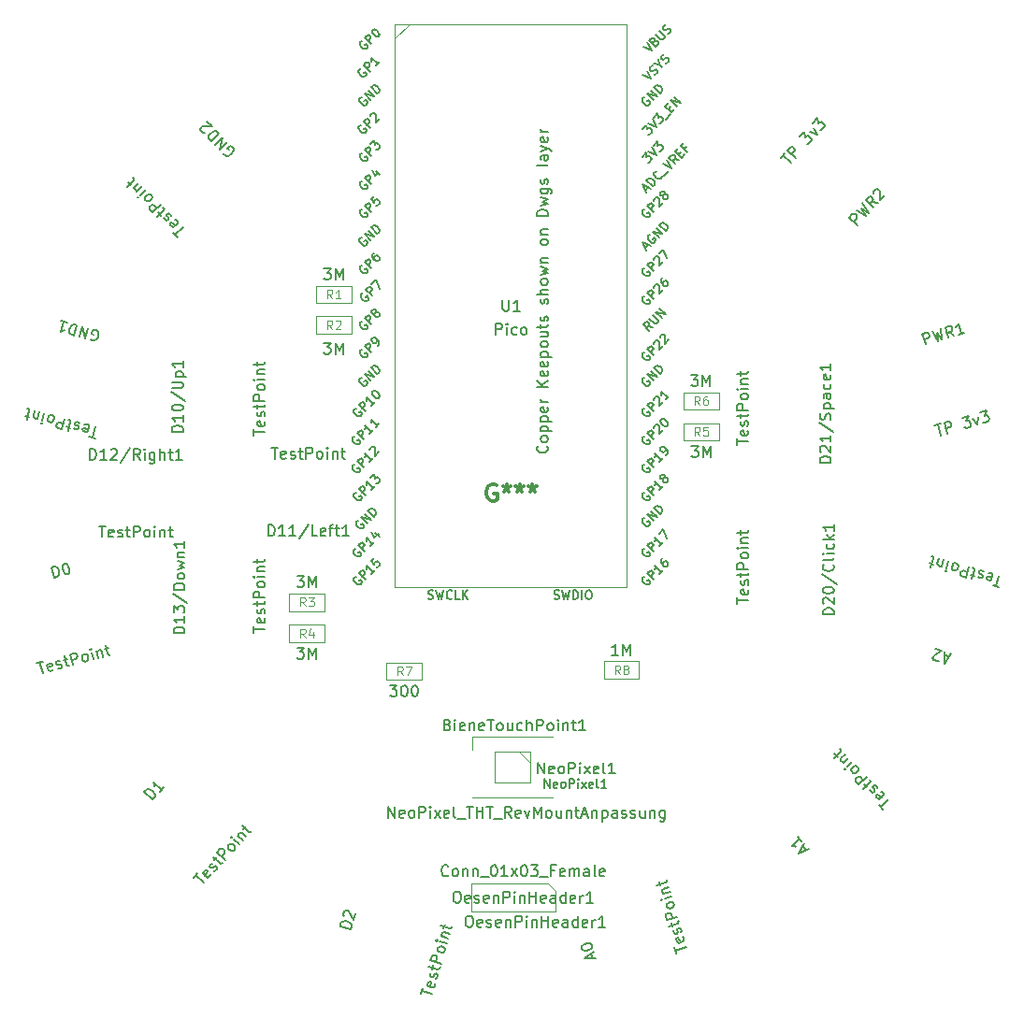
<source format=gbr>
%TF.GenerationSoftware,KiCad,Pcbnew,6.0.4*%
%TF.CreationDate,2022-05-06T01:24:21+02:00*%
%TF.ProjectId,FrisbeeMitBiene02,46726973-6265-4654-9d69-744269656e65,rev?*%
%TF.SameCoordinates,Original*%
%TF.FileFunction,AssemblyDrawing,Top*%
%FSLAX46Y46*%
G04 Gerber Fmt 4.6, Leading zero omitted, Abs format (unit mm)*
G04 Created by KiCad (PCBNEW 6.0.4) date 2022-05-06 01:24:21*
%MOMM*%
%LPD*%
G01*
G04 APERTURE LIST*
%ADD10C,0.150000*%
%ADD11C,0.120000*%
%ADD12C,0.300000*%
%ADD13C,0.100000*%
G04 APERTURE END LIST*
D10*
%TO.C,R1*%
X133054838Y-89605780D02*
X133673885Y-89605780D01*
X133340552Y-89986733D01*
X133483409Y-89986733D01*
X133578647Y-90034352D01*
X133626266Y-90081971D01*
X133673885Y-90177209D01*
X133673885Y-90415304D01*
X133626266Y-90510542D01*
X133578647Y-90558161D01*
X133483409Y-90605780D01*
X133197695Y-90605780D01*
X133102457Y-90558161D01*
X133054838Y-90510542D01*
X134102457Y-90605780D02*
X134102457Y-89605780D01*
X134435790Y-90320066D01*
X134769123Y-89605780D01*
X134769123Y-90605780D01*
D11*
X133826266Y-92335304D02*
X133559600Y-91954352D01*
X133369123Y-92335304D02*
X133369123Y-91535304D01*
X133673885Y-91535304D01*
X133750076Y-91573400D01*
X133788171Y-91611495D01*
X133826266Y-91687685D01*
X133826266Y-91801971D01*
X133788171Y-91878161D01*
X133750076Y-91916257D01*
X133673885Y-91954352D01*
X133369123Y-91954352D01*
X134588171Y-92335304D02*
X134131028Y-92335304D01*
X134359600Y-92335304D02*
X134359600Y-91535304D01*
X134283409Y-91649590D01*
X134207219Y-91725780D01*
X134131028Y-91763876D01*
D10*
%TO.C,PWR1*%
X187517614Y-96482655D02*
X187241976Y-95521394D01*
X187608171Y-95416389D01*
X187712846Y-95435912D01*
X187771746Y-95468561D01*
X187843771Y-95546984D01*
X187883148Y-95684307D01*
X187863625Y-95788981D01*
X187830976Y-95847881D01*
X187752553Y-95919907D01*
X187386358Y-96024912D01*
X188111689Y-95272007D02*
X188616198Y-96167641D01*
X188602412Y-95428523D01*
X188982393Y-96062637D01*
X188935628Y-95035747D01*
X190126753Y-95734497D02*
X189675076Y-95368632D01*
X189577460Y-95892004D02*
X189301823Y-94930742D01*
X189668018Y-94825737D01*
X189772692Y-94845261D01*
X189831592Y-94877909D01*
X189903618Y-94956333D01*
X189942994Y-95093656D01*
X189923471Y-95198330D01*
X189890822Y-95257230D01*
X189812399Y-95329255D01*
X189446204Y-95434260D01*
X191042240Y-95471985D02*
X190492947Y-95629492D01*
X190767594Y-95550739D02*
X190491956Y-94589477D01*
X190439784Y-94753051D01*
X190374487Y-94870851D01*
X190296064Y-94942877D01*
X188346245Y-103838393D02*
X188895537Y-103680886D01*
X188896529Y-104720901D02*
X188620891Y-103759639D01*
X189491595Y-104550268D02*
X189215958Y-103589006D01*
X189582153Y-103484002D01*
X189686827Y-103503525D01*
X189745727Y-103536174D01*
X189817753Y-103614597D01*
X189857129Y-103751920D01*
X189837606Y-103856594D01*
X189804958Y-103915494D01*
X189726534Y-103987520D01*
X189360339Y-104092525D01*
X190818061Y-103129611D02*
X191413128Y-102958978D01*
X191197712Y-103417052D01*
X191335035Y-103377676D01*
X191439709Y-103397199D01*
X191498609Y-103429848D01*
X191570635Y-103508271D01*
X191636263Y-103737142D01*
X191616739Y-103841817D01*
X191584091Y-103900717D01*
X191505667Y-103972742D01*
X191231021Y-104051496D01*
X191126347Y-104031973D01*
X191067447Y-103999324D01*
X191825427Y-103187520D02*
X192238057Y-103762733D01*
X192283171Y-103056264D01*
X192465938Y-102657090D02*
X193061005Y-102486457D01*
X192845589Y-102944531D01*
X192982912Y-102905154D01*
X193087586Y-102924678D01*
X193146486Y-102957326D01*
X193218512Y-103035749D01*
X193284140Y-103264621D01*
X193264617Y-103369296D01*
X193231968Y-103428196D01*
X193153545Y-103500221D01*
X192878898Y-103578975D01*
X192774224Y-103559451D01*
X192715324Y-103526803D01*
%TO.C,GND1*%
X111936385Y-96043325D02*
X112016053Y-96113971D01*
X112154043Y-96150945D01*
X112304357Y-96141923D01*
X112420999Y-96074579D01*
X112491645Y-95994911D01*
X112586940Y-95823250D01*
X112623915Y-95685260D01*
X112627217Y-95488950D01*
X112605870Y-95384632D01*
X112538526Y-95267990D01*
X112412862Y-95185019D01*
X112320869Y-95160370D01*
X112170555Y-95169392D01*
X112112234Y-95203064D01*
X112025961Y-95525039D01*
X112209946Y-95574338D01*
X111722915Y-95000149D02*
X111464096Y-95966074D01*
X111170957Y-94852252D01*
X110912138Y-95818178D01*
X110710992Y-94729005D02*
X110452173Y-95694931D01*
X110222191Y-95633307D01*
X110096526Y-95550336D01*
X110029183Y-95433694D01*
X110007836Y-95329376D01*
X110011138Y-95133066D01*
X110048112Y-94995076D01*
X110143408Y-94823415D01*
X110214054Y-94743747D01*
X110330696Y-94676403D01*
X110481010Y-94667381D01*
X110710992Y-94729005D01*
X109239106Y-94334614D02*
X109791063Y-94482510D01*
X109515084Y-94408562D02*
X109256265Y-95374488D01*
X109385232Y-95261148D01*
X109501875Y-95193804D01*
X109606192Y-95172457D01*
X112370918Y-104988844D02*
X111818960Y-104840947D01*
X112353758Y-103948970D02*
X112094939Y-104914896D01*
X111375508Y-103736147D02*
X111479825Y-103714800D01*
X111663811Y-103764099D01*
X111743479Y-103834745D01*
X111764826Y-103939063D01*
X111666229Y-104307034D01*
X111595583Y-104386703D01*
X111491265Y-104408050D01*
X111307279Y-104358751D01*
X111227611Y-104288105D01*
X111206264Y-104183787D01*
X111230914Y-104091794D01*
X111715528Y-104123049D01*
X110961539Y-103625225D02*
X110881871Y-103554579D01*
X110697885Y-103505280D01*
X110593568Y-103526627D01*
X110522922Y-103606295D01*
X110510597Y-103652292D01*
X110531944Y-103756609D01*
X110611612Y-103827255D01*
X110749602Y-103864230D01*
X110829270Y-103934875D01*
X110850617Y-104039193D01*
X110838292Y-104085190D01*
X110767646Y-104164858D01*
X110663329Y-104186205D01*
X110525339Y-104149231D01*
X110445671Y-104078585D01*
X110111371Y-104038308D02*
X109743399Y-103939710D01*
X109887109Y-104323309D02*
X110108954Y-103495373D01*
X110087607Y-103391055D01*
X110007938Y-103320409D01*
X109915945Y-103295760D01*
X109593970Y-103209487D02*
X109335151Y-104175413D01*
X108967179Y-104076815D01*
X108887511Y-104006169D01*
X108853839Y-103947848D01*
X108832492Y-103843530D01*
X108869467Y-103705541D01*
X108940112Y-103625873D01*
X108998434Y-103592201D01*
X109102751Y-103570854D01*
X109470723Y-103669452D01*
X108490055Y-102913694D02*
X108569723Y-102984340D01*
X108603395Y-103042661D01*
X108624742Y-103146978D01*
X108550794Y-103422957D01*
X108480148Y-103502625D01*
X108421827Y-103536297D01*
X108317509Y-103557644D01*
X108179520Y-103520670D01*
X108099851Y-103450024D01*
X108066180Y-103391703D01*
X108044833Y-103287385D01*
X108118781Y-103011407D01*
X108189427Y-102931738D01*
X108247748Y-102898067D01*
X108352066Y-102876720D01*
X108490055Y-102913694D01*
X107754111Y-102716498D02*
X107581565Y-103360449D01*
X107495292Y-103682424D02*
X107553614Y-103648752D01*
X107519942Y-103590431D01*
X107461621Y-103624103D01*
X107495292Y-103682424D01*
X107519942Y-103590431D01*
X107121601Y-103237202D02*
X107294147Y-102593251D01*
X107146250Y-103145209D02*
X107087929Y-103178880D01*
X106983611Y-103200228D01*
X106845622Y-103163253D01*
X106765954Y-103092607D01*
X106744607Y-102988290D01*
X106880179Y-102482329D01*
X106385657Y-103040006D02*
X106017686Y-102941408D01*
X106161395Y-103325007D02*
X106383240Y-102497071D01*
X106361893Y-102392753D01*
X106282224Y-102322107D01*
X106190232Y-102297458D01*
%TO.C,GND2*%
X123964259Y-79148148D02*
X123997930Y-79249164D01*
X124098946Y-79350179D01*
X124233633Y-79417522D01*
X124368320Y-79417522D01*
X124469335Y-79383851D01*
X124637694Y-79282835D01*
X124738709Y-79181820D01*
X124839724Y-79013461D01*
X124873396Y-78912446D01*
X124873396Y-78777759D01*
X124806052Y-78643072D01*
X124738709Y-78575729D01*
X124604022Y-78508385D01*
X124536678Y-78508385D01*
X124300976Y-78744087D01*
X124435663Y-78878774D01*
X124300976Y-78137996D02*
X123593869Y-78845103D01*
X123896915Y-77733935D01*
X123189808Y-78441042D01*
X123560198Y-77397217D02*
X122853091Y-78104324D01*
X122684732Y-77935965D01*
X122617389Y-77801278D01*
X122617389Y-77666591D01*
X122651060Y-77565576D01*
X122752076Y-77397217D01*
X122853091Y-77296202D01*
X123021450Y-77195187D01*
X123122465Y-77161515D01*
X123257152Y-77161515D01*
X123391839Y-77228859D01*
X123560198Y-77397217D01*
X122246999Y-77363546D02*
X122179656Y-77363546D01*
X122078641Y-77329874D01*
X121910282Y-77161515D01*
X121876610Y-77060500D01*
X121876610Y-76993156D01*
X121910282Y-76892141D01*
X121977625Y-76824798D01*
X122112312Y-76757454D01*
X122920434Y-76757454D01*
X122482702Y-76319721D01*
X119787482Y-86767862D02*
X119383421Y-86363801D01*
X120292558Y-85858725D02*
X119585451Y-86565832D01*
X119551780Y-85185290D02*
X119652795Y-85218962D01*
X119787482Y-85353649D01*
X119821154Y-85454664D01*
X119787482Y-85555679D01*
X119518108Y-85825053D01*
X119417093Y-85858725D01*
X119316077Y-85825053D01*
X119181390Y-85690366D01*
X119147719Y-85589351D01*
X119181390Y-85488336D01*
X119248734Y-85420992D01*
X119652795Y-85690366D01*
X119248734Y-84882244D02*
X119215062Y-84781229D01*
X119080375Y-84646542D01*
X118979360Y-84612870D01*
X118878345Y-84646542D01*
X118844673Y-84680214D01*
X118811001Y-84781229D01*
X118844673Y-84882244D01*
X118945688Y-84983259D01*
X118979360Y-85084275D01*
X118945688Y-85185290D01*
X118912016Y-85218962D01*
X118811001Y-85252633D01*
X118709986Y-85218962D01*
X118608971Y-85117946D01*
X118575299Y-85016931D01*
X118305925Y-84814901D02*
X118036551Y-84545527D01*
X117969207Y-84949588D02*
X118575299Y-84343496D01*
X118608971Y-84242481D01*
X118575299Y-84141466D01*
X118507955Y-84074122D01*
X118272253Y-83838420D02*
X117565146Y-84545527D01*
X117295772Y-84276153D01*
X117262101Y-84175137D01*
X117262101Y-84107794D01*
X117295772Y-84006779D01*
X117396788Y-83905763D01*
X117497803Y-83872092D01*
X117565146Y-83872092D01*
X117666162Y-83905763D01*
X117935536Y-84175137D01*
X117464131Y-83030298D02*
X117497803Y-83131313D01*
X117497803Y-83198657D01*
X117464131Y-83299672D01*
X117262101Y-83501702D01*
X117161085Y-83535374D01*
X117093742Y-83535374D01*
X116992727Y-83501702D01*
X116891711Y-83400687D01*
X116858040Y-83299672D01*
X116858040Y-83232328D01*
X116891711Y-83131313D01*
X117093742Y-82929283D01*
X117194757Y-82895611D01*
X117262101Y-82895611D01*
X117363116Y-82929283D01*
X117464131Y-83030298D01*
X116925383Y-82491550D02*
X116453979Y-82962954D01*
X116218276Y-83198657D02*
X116285620Y-83198657D01*
X116285620Y-83131313D01*
X116218276Y-83131313D01*
X116218276Y-83198657D01*
X116285620Y-83131313D01*
X116117261Y-82626237D02*
X116588666Y-82154832D01*
X116184605Y-82558893D02*
X116117261Y-82558893D01*
X116016246Y-82525222D01*
X115915231Y-82424206D01*
X115881559Y-82323191D01*
X115915231Y-82222176D01*
X116285620Y-81851787D01*
X115578513Y-82087489D02*
X115309139Y-81818115D01*
X115241796Y-82222176D02*
X115847887Y-81616084D01*
X115881559Y-81515069D01*
X115847887Y-81414054D01*
X115780544Y-81346710D01*
%TO.C,D1*%
X117535336Y-137721271D02*
X116803983Y-137039273D01*
X116966363Y-136865141D01*
X117098618Y-136793138D01*
X117233223Y-136788438D01*
X117335352Y-136818563D01*
X117507133Y-136913642D01*
X117611612Y-137011070D01*
X117718442Y-137175801D01*
X117755618Y-137275579D01*
X117760319Y-137410184D01*
X117697717Y-137547139D01*
X117535336Y-137721271D01*
X118574572Y-136606828D02*
X118184858Y-137024744D01*
X118379715Y-136815786D02*
X117648361Y-136133787D01*
X117687888Y-136300868D01*
X117692589Y-136435473D01*
X117662463Y-136537602D01*
X121242506Y-144777951D02*
X121632220Y-144360034D01*
X122168717Y-145250991D02*
X121437363Y-144568993D01*
X122815889Y-144487161D02*
X122785763Y-144589290D01*
X122655858Y-144728596D01*
X122556080Y-144765772D01*
X122453951Y-144735646D01*
X122175340Y-144475837D01*
X122138163Y-144376059D01*
X122168289Y-144273930D01*
X122298194Y-144134624D01*
X122397972Y-144097448D01*
X122500101Y-144127574D01*
X122569754Y-144192526D01*
X122314646Y-144605742D01*
X123108174Y-144173724D02*
X123207952Y-144136547D01*
X123337857Y-143997242D01*
X123367983Y-143895113D01*
X123330806Y-143795334D01*
X123295980Y-143762858D01*
X123193851Y-143732732D01*
X123094072Y-143769909D01*
X122996644Y-143874388D01*
X122896865Y-143911565D01*
X122794736Y-143881439D01*
X122759910Y-143848963D01*
X122722734Y-143749184D01*
X122752859Y-143647055D01*
X122850288Y-143542576D01*
X122950066Y-143505400D01*
X123142573Y-143229139D02*
X123402382Y-142950528D01*
X122996216Y-142897327D02*
X123623091Y-143481897D01*
X123725220Y-143512023D01*
X123824999Y-143474846D01*
X123889951Y-143405194D01*
X124117284Y-143161409D02*
X123385930Y-142479411D01*
X123645739Y-142200800D01*
X123745517Y-142163623D01*
X123812820Y-142161273D01*
X123914949Y-142191399D01*
X124019428Y-142288827D01*
X124056604Y-142388606D01*
X124058955Y-142455908D01*
X124028829Y-142558037D01*
X123769020Y-142836648D01*
X124896710Y-142325576D02*
X124796932Y-142362753D01*
X124729629Y-142365103D01*
X124627500Y-142334977D01*
X124418542Y-142140121D01*
X124381365Y-142040342D01*
X124379015Y-141973040D01*
X124409141Y-141870911D01*
X124506569Y-141766432D01*
X124606348Y-141729255D01*
X124673651Y-141726905D01*
X124775779Y-141757031D01*
X124984738Y-141951887D01*
X125021914Y-142051666D01*
X125024264Y-142118968D01*
X124994139Y-142221097D01*
X124896710Y-142325576D01*
X125416328Y-141768354D02*
X124928759Y-141313689D01*
X124684974Y-141086356D02*
X124687325Y-141153658D01*
X124754627Y-141151308D01*
X124752277Y-141084006D01*
X124684974Y-141086356D01*
X124754627Y-141151308D01*
X125253520Y-140965425D02*
X125741089Y-141420091D01*
X125323173Y-141030377D02*
X125320822Y-140963075D01*
X125350948Y-140860946D01*
X125448377Y-140756467D01*
X125548155Y-140719290D01*
X125650284Y-140749416D01*
X126033374Y-141106653D01*
X125773138Y-140408203D02*
X126032947Y-140129592D01*
X125626782Y-140076391D02*
X126253656Y-140660961D01*
X126355785Y-140691087D01*
X126455564Y-140653911D01*
X126520516Y-140584258D01*
%TO.C,D10/Up1*%
X120289580Y-104409476D02*
X119289580Y-104409476D01*
X119289580Y-104171380D01*
X119337200Y-104028523D01*
X119432438Y-103933285D01*
X119527676Y-103885666D01*
X119718152Y-103838047D01*
X119861009Y-103838047D01*
X120051485Y-103885666D01*
X120146723Y-103933285D01*
X120241961Y-104028523D01*
X120289580Y-104171380D01*
X120289580Y-104409476D01*
X120289580Y-102885666D02*
X120289580Y-103457095D01*
X120289580Y-103171380D02*
X119289580Y-103171380D01*
X119432438Y-103266619D01*
X119527676Y-103361857D01*
X119575295Y-103457095D01*
X119289580Y-102266619D02*
X119289580Y-102171380D01*
X119337200Y-102076142D01*
X119384819Y-102028523D01*
X119480057Y-101980904D01*
X119670533Y-101933285D01*
X119908628Y-101933285D01*
X120099104Y-101980904D01*
X120194342Y-102028523D01*
X120241961Y-102076142D01*
X120289580Y-102171380D01*
X120289580Y-102266619D01*
X120241961Y-102361857D01*
X120194342Y-102409476D01*
X120099104Y-102457095D01*
X119908628Y-102504714D01*
X119670533Y-102504714D01*
X119480057Y-102457095D01*
X119384819Y-102409476D01*
X119337200Y-102361857D01*
X119289580Y-102266619D01*
X119241961Y-100790428D02*
X120527676Y-101647571D01*
X119289580Y-100457095D02*
X120099104Y-100457095D01*
X120194342Y-100409476D01*
X120241961Y-100361857D01*
X120289580Y-100266619D01*
X120289580Y-100076142D01*
X120241961Y-99980904D01*
X120194342Y-99933285D01*
X120099104Y-99885666D01*
X119289580Y-99885666D01*
X119622914Y-99409476D02*
X120622914Y-99409476D01*
X119670533Y-99409476D02*
X119622914Y-99314238D01*
X119622914Y-99123761D01*
X119670533Y-99028523D01*
X119718152Y-98980904D01*
X119813390Y-98933285D01*
X120099104Y-98933285D01*
X120194342Y-98980904D01*
X120241961Y-99028523D01*
X120289580Y-99123761D01*
X120289580Y-99314238D01*
X120241961Y-99409476D01*
X120289580Y-97980904D02*
X120289580Y-98552333D01*
X120289580Y-98266619D02*
X119289580Y-98266619D01*
X119432438Y-98361857D01*
X119527676Y-98457095D01*
X119575295Y-98552333D01*
X126701180Y-104730133D02*
X126701180Y-104158704D01*
X127701180Y-104444419D02*
X126701180Y-104444419D01*
X127653561Y-103444419D02*
X127701180Y-103539657D01*
X127701180Y-103730133D01*
X127653561Y-103825371D01*
X127558323Y-103872990D01*
X127177371Y-103872990D01*
X127082133Y-103825371D01*
X127034514Y-103730133D01*
X127034514Y-103539657D01*
X127082133Y-103444419D01*
X127177371Y-103396800D01*
X127272609Y-103396800D01*
X127367847Y-103872990D01*
X127653561Y-103015847D02*
X127701180Y-102920609D01*
X127701180Y-102730133D01*
X127653561Y-102634895D01*
X127558323Y-102587276D01*
X127510704Y-102587276D01*
X127415466Y-102634895D01*
X127367847Y-102730133D01*
X127367847Y-102872990D01*
X127320228Y-102968228D01*
X127224990Y-103015847D01*
X127177371Y-103015847D01*
X127082133Y-102968228D01*
X127034514Y-102872990D01*
X127034514Y-102730133D01*
X127082133Y-102634895D01*
X127034514Y-102301561D02*
X127034514Y-101920609D01*
X126701180Y-102158704D02*
X127558323Y-102158704D01*
X127653561Y-102111085D01*
X127701180Y-102015847D01*
X127701180Y-101920609D01*
X127701180Y-101587276D02*
X126701180Y-101587276D01*
X126701180Y-101206323D01*
X126748800Y-101111085D01*
X126796419Y-101063466D01*
X126891657Y-101015847D01*
X127034514Y-101015847D01*
X127129752Y-101063466D01*
X127177371Y-101111085D01*
X127224990Y-101206323D01*
X127224990Y-101587276D01*
X127701180Y-100444419D02*
X127653561Y-100539657D01*
X127605942Y-100587276D01*
X127510704Y-100634895D01*
X127224990Y-100634895D01*
X127129752Y-100587276D01*
X127082133Y-100539657D01*
X127034514Y-100444419D01*
X127034514Y-100301561D01*
X127082133Y-100206323D01*
X127129752Y-100158704D01*
X127224990Y-100111085D01*
X127510704Y-100111085D01*
X127605942Y-100158704D01*
X127653561Y-100206323D01*
X127701180Y-100301561D01*
X127701180Y-100444419D01*
X127701180Y-99682514D02*
X127034514Y-99682514D01*
X126701180Y-99682514D02*
X126748800Y-99730133D01*
X126796419Y-99682514D01*
X126748800Y-99634895D01*
X126701180Y-99682514D01*
X126796419Y-99682514D01*
X127034514Y-99206323D02*
X127701180Y-99206323D01*
X127129752Y-99206323D02*
X127082133Y-99158704D01*
X127034514Y-99063466D01*
X127034514Y-98920609D01*
X127082133Y-98825371D01*
X127177371Y-98777752D01*
X127701180Y-98777752D01*
X127034514Y-98444419D02*
X127034514Y-98063466D01*
X126701180Y-98301561D02*
X127558323Y-98301561D01*
X127653561Y-98253942D01*
X127701180Y-98158704D01*
X127701180Y-98063466D01*
%TO.C,D12/Right1*%
X111880342Y-106934380D02*
X111880342Y-105934380D01*
X112118438Y-105934380D01*
X112261295Y-105982000D01*
X112356533Y-106077238D01*
X112404152Y-106172476D01*
X112451771Y-106362952D01*
X112451771Y-106505809D01*
X112404152Y-106696285D01*
X112356533Y-106791523D01*
X112261295Y-106886761D01*
X112118438Y-106934380D01*
X111880342Y-106934380D01*
X113404152Y-106934380D02*
X112832723Y-106934380D01*
X113118438Y-106934380D02*
X113118438Y-105934380D01*
X113023200Y-106077238D01*
X112927961Y-106172476D01*
X112832723Y-106220095D01*
X113785104Y-106029619D02*
X113832723Y-105982000D01*
X113927961Y-105934380D01*
X114166057Y-105934380D01*
X114261295Y-105982000D01*
X114308914Y-106029619D01*
X114356533Y-106124857D01*
X114356533Y-106220095D01*
X114308914Y-106362952D01*
X113737485Y-106934380D01*
X114356533Y-106934380D01*
X115499390Y-105886761D02*
X114642247Y-107172476D01*
X116404152Y-106934380D02*
X116070819Y-106458190D01*
X115832723Y-106934380D02*
X115832723Y-105934380D01*
X116213676Y-105934380D01*
X116308914Y-105982000D01*
X116356533Y-106029619D01*
X116404152Y-106124857D01*
X116404152Y-106267714D01*
X116356533Y-106362952D01*
X116308914Y-106410571D01*
X116213676Y-106458190D01*
X115832723Y-106458190D01*
X116832723Y-106934380D02*
X116832723Y-106267714D01*
X116832723Y-105934380D02*
X116785104Y-105982000D01*
X116832723Y-106029619D01*
X116880342Y-105982000D01*
X116832723Y-105934380D01*
X116832723Y-106029619D01*
X117737485Y-106267714D02*
X117737485Y-107077238D01*
X117689866Y-107172476D01*
X117642247Y-107220095D01*
X117547009Y-107267714D01*
X117404152Y-107267714D01*
X117308914Y-107220095D01*
X117737485Y-106886761D02*
X117642247Y-106934380D01*
X117451771Y-106934380D01*
X117356533Y-106886761D01*
X117308914Y-106839142D01*
X117261295Y-106743904D01*
X117261295Y-106458190D01*
X117308914Y-106362952D01*
X117356533Y-106315333D01*
X117451771Y-106267714D01*
X117642247Y-106267714D01*
X117737485Y-106315333D01*
X118213676Y-106934380D02*
X118213676Y-105934380D01*
X118642247Y-106934380D02*
X118642247Y-106410571D01*
X118594628Y-106315333D01*
X118499390Y-106267714D01*
X118356533Y-106267714D01*
X118261295Y-106315333D01*
X118213676Y-106362952D01*
X118975580Y-106267714D02*
X119356533Y-106267714D01*
X119118438Y-105934380D02*
X119118438Y-106791523D01*
X119166057Y-106886761D01*
X119261295Y-106934380D01*
X119356533Y-106934380D01*
X120213676Y-106934380D02*
X119642247Y-106934380D01*
X119927961Y-106934380D02*
X119927961Y-105934380D01*
X119832723Y-106077238D01*
X119737485Y-106172476D01*
X119642247Y-106220095D01*
X112689866Y-112934380D02*
X113261295Y-112934380D01*
X112975580Y-113934380D02*
X112975580Y-112934380D01*
X113975580Y-113886761D02*
X113880342Y-113934380D01*
X113689866Y-113934380D01*
X113594628Y-113886761D01*
X113547009Y-113791523D01*
X113547009Y-113410571D01*
X113594628Y-113315333D01*
X113689866Y-113267714D01*
X113880342Y-113267714D01*
X113975580Y-113315333D01*
X114023200Y-113410571D01*
X114023200Y-113505809D01*
X113547009Y-113601047D01*
X114404152Y-113886761D02*
X114499390Y-113934380D01*
X114689866Y-113934380D01*
X114785104Y-113886761D01*
X114832723Y-113791523D01*
X114832723Y-113743904D01*
X114785104Y-113648666D01*
X114689866Y-113601047D01*
X114547009Y-113601047D01*
X114451771Y-113553428D01*
X114404152Y-113458190D01*
X114404152Y-113410571D01*
X114451771Y-113315333D01*
X114547009Y-113267714D01*
X114689866Y-113267714D01*
X114785104Y-113315333D01*
X115118438Y-113267714D02*
X115499390Y-113267714D01*
X115261295Y-112934380D02*
X115261295Y-113791523D01*
X115308914Y-113886761D01*
X115404152Y-113934380D01*
X115499390Y-113934380D01*
X115832723Y-113934380D02*
X115832723Y-112934380D01*
X116213676Y-112934380D01*
X116308914Y-112982000D01*
X116356533Y-113029619D01*
X116404152Y-113124857D01*
X116404152Y-113267714D01*
X116356533Y-113362952D01*
X116308914Y-113410571D01*
X116213676Y-113458190D01*
X115832723Y-113458190D01*
X116975580Y-113934380D02*
X116880342Y-113886761D01*
X116832723Y-113839142D01*
X116785104Y-113743904D01*
X116785104Y-113458190D01*
X116832723Y-113362952D01*
X116880342Y-113315333D01*
X116975580Y-113267714D01*
X117118438Y-113267714D01*
X117213676Y-113315333D01*
X117261295Y-113362952D01*
X117308914Y-113458190D01*
X117308914Y-113743904D01*
X117261295Y-113839142D01*
X117213676Y-113886761D01*
X117118438Y-113934380D01*
X116975580Y-113934380D01*
X117737485Y-113934380D02*
X117737485Y-113267714D01*
X117737485Y-112934380D02*
X117689866Y-112982000D01*
X117737485Y-113029619D01*
X117785104Y-112982000D01*
X117737485Y-112934380D01*
X117737485Y-113029619D01*
X118213676Y-113267714D02*
X118213676Y-113934380D01*
X118213676Y-113362952D02*
X118261295Y-113315333D01*
X118356533Y-113267714D01*
X118499390Y-113267714D01*
X118594628Y-113315333D01*
X118642247Y-113410571D01*
X118642247Y-113934380D01*
X118975580Y-113267714D02*
X119356533Y-113267714D01*
X119118438Y-112934380D02*
X119118438Y-113791523D01*
X119166057Y-113886761D01*
X119261295Y-113934380D01*
X119356533Y-113934380D01*
%TO.C,D13/Down1*%
X120452380Y-122642857D02*
X119452380Y-122642857D01*
X119452380Y-122404761D01*
X119500000Y-122261904D01*
X119595238Y-122166666D01*
X119690476Y-122119047D01*
X119880952Y-122071428D01*
X120023809Y-122071428D01*
X120214285Y-122119047D01*
X120309523Y-122166666D01*
X120404761Y-122261904D01*
X120452380Y-122404761D01*
X120452380Y-122642857D01*
X120452380Y-121119047D02*
X120452380Y-121690476D01*
X120452380Y-121404761D02*
X119452380Y-121404761D01*
X119595238Y-121500000D01*
X119690476Y-121595238D01*
X119738095Y-121690476D01*
X119452380Y-120785714D02*
X119452380Y-120166666D01*
X119833333Y-120500000D01*
X119833333Y-120357142D01*
X119880952Y-120261904D01*
X119928571Y-120214285D01*
X120023809Y-120166666D01*
X120261904Y-120166666D01*
X120357142Y-120214285D01*
X120404761Y-120261904D01*
X120452380Y-120357142D01*
X120452380Y-120642857D01*
X120404761Y-120738095D01*
X120357142Y-120785714D01*
X119404761Y-119023809D02*
X120690476Y-119880952D01*
X120452380Y-118690476D02*
X119452380Y-118690476D01*
X119452380Y-118452380D01*
X119500000Y-118309523D01*
X119595238Y-118214285D01*
X119690476Y-118166666D01*
X119880952Y-118119047D01*
X120023809Y-118119047D01*
X120214285Y-118166666D01*
X120309523Y-118214285D01*
X120404761Y-118309523D01*
X120452380Y-118452380D01*
X120452380Y-118690476D01*
X120452380Y-117547619D02*
X120404761Y-117642857D01*
X120357142Y-117690476D01*
X120261904Y-117738095D01*
X119976190Y-117738095D01*
X119880952Y-117690476D01*
X119833333Y-117642857D01*
X119785714Y-117547619D01*
X119785714Y-117404761D01*
X119833333Y-117309523D01*
X119880952Y-117261904D01*
X119976190Y-117214285D01*
X120261904Y-117214285D01*
X120357142Y-117261904D01*
X120404761Y-117309523D01*
X120452380Y-117404761D01*
X120452380Y-117547619D01*
X119785714Y-116880952D02*
X120452380Y-116690476D01*
X119976190Y-116500000D01*
X120452380Y-116309523D01*
X119785714Y-116119047D01*
X119785714Y-115738095D02*
X120452380Y-115738095D01*
X119880952Y-115738095D02*
X119833333Y-115690476D01*
X119785714Y-115595238D01*
X119785714Y-115452380D01*
X119833333Y-115357142D01*
X119928571Y-115309523D01*
X120452380Y-115309523D01*
X120452380Y-114309523D02*
X120452380Y-114880952D01*
X120452380Y-114595238D02*
X119452380Y-114595238D01*
X119595238Y-114690476D01*
X119690476Y-114785714D01*
X119738095Y-114880952D01*
X126702380Y-122583333D02*
X126702380Y-122011904D01*
X127702380Y-122297619D02*
X126702380Y-122297619D01*
X127654761Y-121297619D02*
X127702380Y-121392857D01*
X127702380Y-121583333D01*
X127654761Y-121678571D01*
X127559523Y-121726190D01*
X127178571Y-121726190D01*
X127083333Y-121678571D01*
X127035714Y-121583333D01*
X127035714Y-121392857D01*
X127083333Y-121297619D01*
X127178571Y-121250000D01*
X127273809Y-121250000D01*
X127369047Y-121726190D01*
X127654761Y-120869047D02*
X127702380Y-120773809D01*
X127702380Y-120583333D01*
X127654761Y-120488095D01*
X127559523Y-120440476D01*
X127511904Y-120440476D01*
X127416666Y-120488095D01*
X127369047Y-120583333D01*
X127369047Y-120726190D01*
X127321428Y-120821428D01*
X127226190Y-120869047D01*
X127178571Y-120869047D01*
X127083333Y-120821428D01*
X127035714Y-120726190D01*
X127035714Y-120583333D01*
X127083333Y-120488095D01*
X127035714Y-120154761D02*
X127035714Y-119773809D01*
X126702380Y-120011904D02*
X127559523Y-120011904D01*
X127654761Y-119964285D01*
X127702380Y-119869047D01*
X127702380Y-119773809D01*
X127702380Y-119440476D02*
X126702380Y-119440476D01*
X126702380Y-119059523D01*
X126750000Y-118964285D01*
X126797619Y-118916666D01*
X126892857Y-118869047D01*
X127035714Y-118869047D01*
X127130952Y-118916666D01*
X127178571Y-118964285D01*
X127226190Y-119059523D01*
X127226190Y-119440476D01*
X127702380Y-118297619D02*
X127654761Y-118392857D01*
X127607142Y-118440476D01*
X127511904Y-118488095D01*
X127226190Y-118488095D01*
X127130952Y-118440476D01*
X127083333Y-118392857D01*
X127035714Y-118297619D01*
X127035714Y-118154761D01*
X127083333Y-118059523D01*
X127130952Y-118011904D01*
X127226190Y-117964285D01*
X127511904Y-117964285D01*
X127607142Y-118011904D01*
X127654761Y-118059523D01*
X127702380Y-118154761D01*
X127702380Y-118297619D01*
X127702380Y-117535714D02*
X127035714Y-117535714D01*
X126702380Y-117535714D02*
X126750000Y-117583333D01*
X126797619Y-117535714D01*
X126750000Y-117488095D01*
X126702380Y-117535714D01*
X126797619Y-117535714D01*
X127035714Y-117059523D02*
X127702380Y-117059523D01*
X127130952Y-117059523D02*
X127083333Y-117011904D01*
X127035714Y-116916666D01*
X127035714Y-116773809D01*
X127083333Y-116678571D01*
X127178571Y-116630952D01*
X127702380Y-116630952D01*
X127035714Y-116297619D02*
X127035714Y-115916666D01*
X126702380Y-116154761D02*
X127559523Y-116154761D01*
X127654761Y-116107142D01*
X127702380Y-116011904D01*
X127702380Y-115916666D01*
%TO.C,D20/Click1*%
X179233780Y-120938419D02*
X178233780Y-120938419D01*
X178233780Y-120700323D01*
X178281400Y-120557466D01*
X178376638Y-120462228D01*
X178471876Y-120414609D01*
X178662352Y-120366990D01*
X178805209Y-120366990D01*
X178995685Y-120414609D01*
X179090923Y-120462228D01*
X179186161Y-120557466D01*
X179233780Y-120700323D01*
X179233780Y-120938419D01*
X178329019Y-119986038D02*
X178281400Y-119938419D01*
X178233780Y-119843180D01*
X178233780Y-119605085D01*
X178281400Y-119509847D01*
X178329019Y-119462228D01*
X178424257Y-119414609D01*
X178519495Y-119414609D01*
X178662352Y-119462228D01*
X179233780Y-120033657D01*
X179233780Y-119414609D01*
X178233780Y-118795561D02*
X178233780Y-118700323D01*
X178281400Y-118605085D01*
X178329019Y-118557466D01*
X178424257Y-118509847D01*
X178614733Y-118462228D01*
X178852828Y-118462228D01*
X179043304Y-118509847D01*
X179138542Y-118557466D01*
X179186161Y-118605085D01*
X179233780Y-118700323D01*
X179233780Y-118795561D01*
X179186161Y-118890800D01*
X179138542Y-118938419D01*
X179043304Y-118986038D01*
X178852828Y-119033657D01*
X178614733Y-119033657D01*
X178424257Y-118986038D01*
X178329019Y-118938419D01*
X178281400Y-118890800D01*
X178233780Y-118795561D01*
X178186161Y-117319371D02*
X179471876Y-118176514D01*
X179138542Y-116414609D02*
X179186161Y-116462228D01*
X179233780Y-116605085D01*
X179233780Y-116700323D01*
X179186161Y-116843180D01*
X179090923Y-116938419D01*
X178995685Y-116986038D01*
X178805209Y-117033657D01*
X178662352Y-117033657D01*
X178471876Y-116986038D01*
X178376638Y-116938419D01*
X178281400Y-116843180D01*
X178233780Y-116700323D01*
X178233780Y-116605085D01*
X178281400Y-116462228D01*
X178329019Y-116414609D01*
X179233780Y-115843180D02*
X179186161Y-115938419D01*
X179090923Y-115986038D01*
X178233780Y-115986038D01*
X179233780Y-115462228D02*
X178567114Y-115462228D01*
X178233780Y-115462228D02*
X178281400Y-115509847D01*
X178329019Y-115462228D01*
X178281400Y-115414609D01*
X178233780Y-115462228D01*
X178329019Y-115462228D01*
X179186161Y-114557466D02*
X179233780Y-114652704D01*
X179233780Y-114843180D01*
X179186161Y-114938419D01*
X179138542Y-114986038D01*
X179043304Y-115033657D01*
X178757590Y-115033657D01*
X178662352Y-114986038D01*
X178614733Y-114938419D01*
X178567114Y-114843180D01*
X178567114Y-114652704D01*
X178614733Y-114557466D01*
X179233780Y-114128895D02*
X178233780Y-114128895D01*
X178852828Y-114033657D02*
X179233780Y-113747942D01*
X178567114Y-113747942D02*
X178948066Y-114128895D01*
X179233780Y-112795561D02*
X179233780Y-113366990D01*
X179233780Y-113081276D02*
X178233780Y-113081276D01*
X178376638Y-113176514D01*
X178471876Y-113271752D01*
X178519495Y-113366990D01*
X170483780Y-119974133D02*
X170483780Y-119402704D01*
X171483780Y-119688419D02*
X170483780Y-119688419D01*
X171436161Y-118688419D02*
X171483780Y-118783657D01*
X171483780Y-118974133D01*
X171436161Y-119069371D01*
X171340923Y-119116990D01*
X170959971Y-119116990D01*
X170864733Y-119069371D01*
X170817114Y-118974133D01*
X170817114Y-118783657D01*
X170864733Y-118688419D01*
X170959971Y-118640800D01*
X171055209Y-118640800D01*
X171150447Y-119116990D01*
X171436161Y-118259847D02*
X171483780Y-118164609D01*
X171483780Y-117974133D01*
X171436161Y-117878895D01*
X171340923Y-117831276D01*
X171293304Y-117831276D01*
X171198066Y-117878895D01*
X171150447Y-117974133D01*
X171150447Y-118116990D01*
X171102828Y-118212228D01*
X171007590Y-118259847D01*
X170959971Y-118259847D01*
X170864733Y-118212228D01*
X170817114Y-118116990D01*
X170817114Y-117974133D01*
X170864733Y-117878895D01*
X170817114Y-117545561D02*
X170817114Y-117164609D01*
X170483780Y-117402704D02*
X171340923Y-117402704D01*
X171436161Y-117355085D01*
X171483780Y-117259847D01*
X171483780Y-117164609D01*
X171483780Y-116831276D02*
X170483780Y-116831276D01*
X170483780Y-116450323D01*
X170531400Y-116355085D01*
X170579019Y-116307466D01*
X170674257Y-116259847D01*
X170817114Y-116259847D01*
X170912352Y-116307466D01*
X170959971Y-116355085D01*
X171007590Y-116450323D01*
X171007590Y-116831276D01*
X171483780Y-115688419D02*
X171436161Y-115783657D01*
X171388542Y-115831276D01*
X171293304Y-115878895D01*
X171007590Y-115878895D01*
X170912352Y-115831276D01*
X170864733Y-115783657D01*
X170817114Y-115688419D01*
X170817114Y-115545561D01*
X170864733Y-115450323D01*
X170912352Y-115402704D01*
X171007590Y-115355085D01*
X171293304Y-115355085D01*
X171388542Y-115402704D01*
X171436161Y-115450323D01*
X171483780Y-115545561D01*
X171483780Y-115688419D01*
X171483780Y-114926514D02*
X170817114Y-114926514D01*
X170483780Y-114926514D02*
X170531400Y-114974133D01*
X170579019Y-114926514D01*
X170531400Y-114878895D01*
X170483780Y-114926514D01*
X170579019Y-114926514D01*
X170817114Y-114450323D02*
X171483780Y-114450323D01*
X170912352Y-114450323D02*
X170864733Y-114402704D01*
X170817114Y-114307466D01*
X170817114Y-114164609D01*
X170864733Y-114069371D01*
X170959971Y-114021752D01*
X171483780Y-114021752D01*
X170817114Y-113688419D02*
X170817114Y-113307466D01*
X170483780Y-113545561D02*
X171340923Y-113545561D01*
X171436161Y-113497942D01*
X171483780Y-113402704D01*
X171483780Y-113307466D01*
%TO.C,R2*%
X133054838Y-96352380D02*
X133673885Y-96352380D01*
X133340552Y-96733333D01*
X133483409Y-96733333D01*
X133578647Y-96780952D01*
X133626266Y-96828571D01*
X133673885Y-96923809D01*
X133673885Y-97161904D01*
X133626266Y-97257142D01*
X133578647Y-97304761D01*
X133483409Y-97352380D01*
X133197695Y-97352380D01*
X133102457Y-97304761D01*
X133054838Y-97257142D01*
X134102457Y-97352380D02*
X134102457Y-96352380D01*
X134435790Y-97066666D01*
X134769123Y-96352380D01*
X134769123Y-97352380D01*
D11*
X133826266Y-95103904D02*
X133559600Y-94722952D01*
X133369123Y-95103904D02*
X133369123Y-94303904D01*
X133673885Y-94303904D01*
X133750076Y-94342000D01*
X133788171Y-94380095D01*
X133826266Y-94456285D01*
X133826266Y-94570571D01*
X133788171Y-94646761D01*
X133750076Y-94684857D01*
X133673885Y-94722952D01*
X133369123Y-94722952D01*
X134131028Y-94380095D02*
X134169123Y-94342000D01*
X134245314Y-94303904D01*
X134435790Y-94303904D01*
X134511980Y-94342000D01*
X134550076Y-94380095D01*
X134588171Y-94456285D01*
X134588171Y-94532476D01*
X134550076Y-94646761D01*
X134092933Y-95103904D01*
X134588171Y-95103904D01*
D10*
%TO.C,R3*%
X130616438Y-117469580D02*
X131235485Y-117469580D01*
X130902152Y-117850533D01*
X131045009Y-117850533D01*
X131140247Y-117898152D01*
X131187866Y-117945771D01*
X131235485Y-118041009D01*
X131235485Y-118279104D01*
X131187866Y-118374342D01*
X131140247Y-118421961D01*
X131045009Y-118469580D01*
X130759295Y-118469580D01*
X130664057Y-118421961D01*
X130616438Y-118374342D01*
X131664057Y-118469580D02*
X131664057Y-117469580D01*
X131997390Y-118183866D01*
X132330723Y-117469580D01*
X132330723Y-118469580D01*
D11*
X131387866Y-120199104D02*
X131121200Y-119818152D01*
X130930723Y-120199104D02*
X130930723Y-119399104D01*
X131235485Y-119399104D01*
X131311676Y-119437200D01*
X131349771Y-119475295D01*
X131387866Y-119551485D01*
X131387866Y-119665771D01*
X131349771Y-119741961D01*
X131311676Y-119780057D01*
X131235485Y-119818152D01*
X130930723Y-119818152D01*
X131654533Y-119399104D02*
X132149771Y-119399104D01*
X131883104Y-119703866D01*
X131997390Y-119703866D01*
X132073580Y-119741961D01*
X132111676Y-119780057D01*
X132149771Y-119856247D01*
X132149771Y-120046723D01*
X132111676Y-120122914D01*
X132073580Y-120161009D01*
X131997390Y-120199104D01*
X131768819Y-120199104D01*
X131692628Y-120161009D01*
X131654533Y-120122914D01*
D10*
%TO.C,R6*%
X166302838Y-99252380D02*
X166921885Y-99252380D01*
X166588552Y-99633333D01*
X166731409Y-99633333D01*
X166826647Y-99680952D01*
X166874266Y-99728571D01*
X166921885Y-99823809D01*
X166921885Y-100061904D01*
X166874266Y-100157142D01*
X166826647Y-100204761D01*
X166731409Y-100252380D01*
X166445695Y-100252380D01*
X166350457Y-100204761D01*
X166302838Y-100157142D01*
X167350457Y-100252380D02*
X167350457Y-99252380D01*
X167683790Y-99966666D01*
X168017123Y-99252380D01*
X168017123Y-100252380D01*
D11*
X167074266Y-101987304D02*
X166807600Y-101606352D01*
X166617123Y-101987304D02*
X166617123Y-101187304D01*
X166921885Y-101187304D01*
X166998076Y-101225400D01*
X167036171Y-101263495D01*
X167074266Y-101339685D01*
X167074266Y-101453971D01*
X167036171Y-101530161D01*
X166998076Y-101568257D01*
X166921885Y-101606352D01*
X166617123Y-101606352D01*
X167759980Y-101187304D02*
X167607600Y-101187304D01*
X167531409Y-101225400D01*
X167493314Y-101263495D01*
X167417123Y-101377780D01*
X167379028Y-101530161D01*
X167379028Y-101834923D01*
X167417123Y-101911114D01*
X167455219Y-101949209D01*
X167531409Y-101987304D01*
X167683790Y-101987304D01*
X167759980Y-101949209D01*
X167798076Y-101911114D01*
X167836171Y-101834923D01*
X167836171Y-101644447D01*
X167798076Y-101568257D01*
X167759980Y-101530161D01*
X167683790Y-101492066D01*
X167531409Y-101492066D01*
X167455219Y-101530161D01*
X167417123Y-101568257D01*
X167379028Y-101644447D01*
D10*
%TO.C,R5*%
X166328238Y-105691780D02*
X166947285Y-105691780D01*
X166613952Y-106072733D01*
X166756809Y-106072733D01*
X166852047Y-106120352D01*
X166899666Y-106167971D01*
X166947285Y-106263209D01*
X166947285Y-106501304D01*
X166899666Y-106596542D01*
X166852047Y-106644161D01*
X166756809Y-106691780D01*
X166471095Y-106691780D01*
X166375857Y-106644161D01*
X166328238Y-106596542D01*
X167375857Y-106691780D02*
X167375857Y-105691780D01*
X167709190Y-106406066D01*
X168042523Y-105691780D01*
X168042523Y-106691780D01*
D11*
X167099666Y-104781304D02*
X166833000Y-104400352D01*
X166642523Y-104781304D02*
X166642523Y-103981304D01*
X166947285Y-103981304D01*
X167023476Y-104019400D01*
X167061571Y-104057495D01*
X167099666Y-104133685D01*
X167099666Y-104247971D01*
X167061571Y-104324161D01*
X167023476Y-104362257D01*
X166947285Y-104400352D01*
X166642523Y-104400352D01*
X167823476Y-103981304D02*
X167442523Y-103981304D01*
X167404428Y-104362257D01*
X167442523Y-104324161D01*
X167518714Y-104286066D01*
X167709190Y-104286066D01*
X167785380Y-104324161D01*
X167823476Y-104362257D01*
X167861571Y-104438447D01*
X167861571Y-104628923D01*
X167823476Y-104705114D01*
X167785380Y-104743209D01*
X167709190Y-104781304D01*
X167518714Y-104781304D01*
X167442523Y-104743209D01*
X167404428Y-104705114D01*
D10*
%TO.C,R4*%
X130616438Y-123952380D02*
X131235485Y-123952380D01*
X130902152Y-124333333D01*
X131045009Y-124333333D01*
X131140247Y-124380952D01*
X131187866Y-124428571D01*
X131235485Y-124523809D01*
X131235485Y-124761904D01*
X131187866Y-124857142D01*
X131140247Y-124904761D01*
X131045009Y-124952380D01*
X130759295Y-124952380D01*
X130664057Y-124904761D01*
X130616438Y-124857142D01*
X131664057Y-124952380D02*
X131664057Y-123952380D01*
X131997390Y-124666666D01*
X132330723Y-123952380D01*
X132330723Y-124952380D01*
D11*
X131387866Y-123043904D02*
X131121200Y-122662952D01*
X130930723Y-123043904D02*
X130930723Y-122243904D01*
X131235485Y-122243904D01*
X131311676Y-122282000D01*
X131349771Y-122320095D01*
X131387866Y-122396285D01*
X131387866Y-122510571D01*
X131349771Y-122586761D01*
X131311676Y-122624857D01*
X131235485Y-122662952D01*
X130930723Y-122662952D01*
X132073580Y-122510571D02*
X132073580Y-123043904D01*
X131883104Y-122205809D02*
X131692628Y-122777238D01*
X132187866Y-122777238D01*
D10*
%TO.C,D11/Left1*%
X128029152Y-113832780D02*
X128029152Y-112832780D01*
X128267247Y-112832780D01*
X128410104Y-112880400D01*
X128505342Y-112975638D01*
X128552961Y-113070876D01*
X128600580Y-113261352D01*
X128600580Y-113404209D01*
X128552961Y-113594685D01*
X128505342Y-113689923D01*
X128410104Y-113785161D01*
X128267247Y-113832780D01*
X128029152Y-113832780D01*
X129552961Y-113832780D02*
X128981533Y-113832780D01*
X129267247Y-113832780D02*
X129267247Y-112832780D01*
X129172009Y-112975638D01*
X129076771Y-113070876D01*
X128981533Y-113118495D01*
X130505342Y-113832780D02*
X129933914Y-113832780D01*
X130219628Y-113832780D02*
X130219628Y-112832780D01*
X130124390Y-112975638D01*
X130029152Y-113070876D01*
X129933914Y-113118495D01*
X131648200Y-112785161D02*
X130791057Y-114070876D01*
X132457723Y-113832780D02*
X131981533Y-113832780D01*
X131981533Y-112832780D01*
X133172009Y-113785161D02*
X133076771Y-113832780D01*
X132886295Y-113832780D01*
X132791057Y-113785161D01*
X132743438Y-113689923D01*
X132743438Y-113308971D01*
X132791057Y-113213733D01*
X132886295Y-113166114D01*
X133076771Y-113166114D01*
X133172009Y-113213733D01*
X133219628Y-113308971D01*
X133219628Y-113404209D01*
X132743438Y-113499447D01*
X133505342Y-113166114D02*
X133886295Y-113166114D01*
X133648200Y-113832780D02*
X133648200Y-112975638D01*
X133695819Y-112880400D01*
X133791057Y-112832780D01*
X133886295Y-112832780D01*
X134076771Y-113166114D02*
X134457723Y-113166114D01*
X134219628Y-112832780D02*
X134219628Y-113689923D01*
X134267247Y-113785161D01*
X134362485Y-113832780D01*
X134457723Y-113832780D01*
X135314866Y-113832780D02*
X134743438Y-113832780D01*
X135029152Y-113832780D02*
X135029152Y-112832780D01*
X134933914Y-112975638D01*
X134838676Y-113070876D01*
X134743438Y-113118495D01*
X128314866Y-105832780D02*
X128886295Y-105832780D01*
X128600580Y-106832780D02*
X128600580Y-105832780D01*
X129600580Y-106785161D02*
X129505342Y-106832780D01*
X129314866Y-106832780D01*
X129219628Y-106785161D01*
X129172009Y-106689923D01*
X129172009Y-106308971D01*
X129219628Y-106213733D01*
X129314866Y-106166114D01*
X129505342Y-106166114D01*
X129600580Y-106213733D01*
X129648200Y-106308971D01*
X129648200Y-106404209D01*
X129172009Y-106499447D01*
X130029152Y-106785161D02*
X130124390Y-106832780D01*
X130314866Y-106832780D01*
X130410104Y-106785161D01*
X130457723Y-106689923D01*
X130457723Y-106642304D01*
X130410104Y-106547066D01*
X130314866Y-106499447D01*
X130172009Y-106499447D01*
X130076771Y-106451828D01*
X130029152Y-106356590D01*
X130029152Y-106308971D01*
X130076771Y-106213733D01*
X130172009Y-106166114D01*
X130314866Y-106166114D01*
X130410104Y-106213733D01*
X130743438Y-106166114D02*
X131124390Y-106166114D01*
X130886295Y-105832780D02*
X130886295Y-106689923D01*
X130933914Y-106785161D01*
X131029152Y-106832780D01*
X131124390Y-106832780D01*
X131457723Y-106832780D02*
X131457723Y-105832780D01*
X131838676Y-105832780D01*
X131933914Y-105880400D01*
X131981533Y-105928019D01*
X132029152Y-106023257D01*
X132029152Y-106166114D01*
X131981533Y-106261352D01*
X131933914Y-106308971D01*
X131838676Y-106356590D01*
X131457723Y-106356590D01*
X132600580Y-106832780D02*
X132505342Y-106785161D01*
X132457723Y-106737542D01*
X132410104Y-106642304D01*
X132410104Y-106356590D01*
X132457723Y-106261352D01*
X132505342Y-106213733D01*
X132600580Y-106166114D01*
X132743438Y-106166114D01*
X132838676Y-106213733D01*
X132886295Y-106261352D01*
X132933914Y-106356590D01*
X132933914Y-106642304D01*
X132886295Y-106737542D01*
X132838676Y-106785161D01*
X132743438Y-106832780D01*
X132600580Y-106832780D01*
X133362485Y-106832780D02*
X133362485Y-106166114D01*
X133362485Y-105832780D02*
X133314866Y-105880400D01*
X133362485Y-105928019D01*
X133410104Y-105880400D01*
X133362485Y-105832780D01*
X133362485Y-105928019D01*
X133838676Y-106166114D02*
X133838676Y-106832780D01*
X133838676Y-106261352D02*
X133886295Y-106213733D01*
X133981533Y-106166114D01*
X134124390Y-106166114D01*
X134219628Y-106213733D01*
X134267247Y-106308971D01*
X134267247Y-106832780D01*
X134600580Y-106166114D02*
X134981533Y-106166114D01*
X134743438Y-105832780D02*
X134743438Y-106689923D01*
X134791057Y-106785161D01*
X134886295Y-106832780D01*
X134981533Y-106832780D01*
%TO.C,D21/Space1*%
X178952380Y-107202380D02*
X177952380Y-107202380D01*
X177952380Y-106964285D01*
X178000000Y-106821428D01*
X178095238Y-106726190D01*
X178190476Y-106678571D01*
X178380952Y-106630952D01*
X178523809Y-106630952D01*
X178714285Y-106678571D01*
X178809523Y-106726190D01*
X178904761Y-106821428D01*
X178952380Y-106964285D01*
X178952380Y-107202380D01*
X178047619Y-106250000D02*
X178000000Y-106202380D01*
X177952380Y-106107142D01*
X177952380Y-105869047D01*
X178000000Y-105773809D01*
X178047619Y-105726190D01*
X178142857Y-105678571D01*
X178238095Y-105678571D01*
X178380952Y-105726190D01*
X178952380Y-106297619D01*
X178952380Y-105678571D01*
X178952380Y-104726190D02*
X178952380Y-105297619D01*
X178952380Y-105011904D02*
X177952380Y-105011904D01*
X178095238Y-105107142D01*
X178190476Y-105202380D01*
X178238095Y-105297619D01*
X177904761Y-103583333D02*
X179190476Y-104440476D01*
X178904761Y-103297619D02*
X178952380Y-103154761D01*
X178952380Y-102916666D01*
X178904761Y-102821428D01*
X178857142Y-102773809D01*
X178761904Y-102726190D01*
X178666666Y-102726190D01*
X178571428Y-102773809D01*
X178523809Y-102821428D01*
X178476190Y-102916666D01*
X178428571Y-103107142D01*
X178380952Y-103202380D01*
X178333333Y-103250000D01*
X178238095Y-103297619D01*
X178142857Y-103297619D01*
X178047619Y-103250000D01*
X178000000Y-103202380D01*
X177952380Y-103107142D01*
X177952380Y-102869047D01*
X178000000Y-102726190D01*
X178285714Y-102297619D02*
X179285714Y-102297619D01*
X178333333Y-102297619D02*
X178285714Y-102202380D01*
X178285714Y-102011904D01*
X178333333Y-101916666D01*
X178380952Y-101869047D01*
X178476190Y-101821428D01*
X178761904Y-101821428D01*
X178857142Y-101869047D01*
X178904761Y-101916666D01*
X178952380Y-102011904D01*
X178952380Y-102202380D01*
X178904761Y-102297619D01*
X178952380Y-100964285D02*
X178428571Y-100964285D01*
X178333333Y-101011904D01*
X178285714Y-101107142D01*
X178285714Y-101297619D01*
X178333333Y-101392857D01*
X178904761Y-100964285D02*
X178952380Y-101059523D01*
X178952380Y-101297619D01*
X178904761Y-101392857D01*
X178809523Y-101440476D01*
X178714285Y-101440476D01*
X178619047Y-101392857D01*
X178571428Y-101297619D01*
X178571428Y-101059523D01*
X178523809Y-100964285D01*
X178904761Y-100059523D02*
X178952380Y-100154761D01*
X178952380Y-100345238D01*
X178904761Y-100440476D01*
X178857142Y-100488095D01*
X178761904Y-100535714D01*
X178476190Y-100535714D01*
X178380952Y-100488095D01*
X178333333Y-100440476D01*
X178285714Y-100345238D01*
X178285714Y-100154761D01*
X178333333Y-100059523D01*
X178904761Y-99250000D02*
X178952380Y-99345238D01*
X178952380Y-99535714D01*
X178904761Y-99630952D01*
X178809523Y-99678571D01*
X178428571Y-99678571D01*
X178333333Y-99630952D01*
X178285714Y-99535714D01*
X178285714Y-99345238D01*
X178333333Y-99250000D01*
X178428571Y-99202380D01*
X178523809Y-99202380D01*
X178619047Y-99678571D01*
X178952380Y-98250000D02*
X178952380Y-98821428D01*
X178952380Y-98535714D02*
X177952380Y-98535714D01*
X178095238Y-98630952D01*
X178190476Y-98726190D01*
X178238095Y-98821428D01*
X170452380Y-105583333D02*
X170452380Y-105011904D01*
X171452380Y-105297619D02*
X170452380Y-105297619D01*
X171404761Y-104297619D02*
X171452380Y-104392857D01*
X171452380Y-104583333D01*
X171404761Y-104678571D01*
X171309523Y-104726190D01*
X170928571Y-104726190D01*
X170833333Y-104678571D01*
X170785714Y-104583333D01*
X170785714Y-104392857D01*
X170833333Y-104297619D01*
X170928571Y-104250000D01*
X171023809Y-104250000D01*
X171119047Y-104726190D01*
X171404761Y-103869047D02*
X171452380Y-103773809D01*
X171452380Y-103583333D01*
X171404761Y-103488095D01*
X171309523Y-103440476D01*
X171261904Y-103440476D01*
X171166666Y-103488095D01*
X171119047Y-103583333D01*
X171119047Y-103726190D01*
X171071428Y-103821428D01*
X170976190Y-103869047D01*
X170928571Y-103869047D01*
X170833333Y-103821428D01*
X170785714Y-103726190D01*
X170785714Y-103583333D01*
X170833333Y-103488095D01*
X170785714Y-103154761D02*
X170785714Y-102773809D01*
X170452380Y-103011904D02*
X171309523Y-103011904D01*
X171404761Y-102964285D01*
X171452380Y-102869047D01*
X171452380Y-102773809D01*
X171452380Y-102440476D02*
X170452380Y-102440476D01*
X170452380Y-102059523D01*
X170500000Y-101964285D01*
X170547619Y-101916666D01*
X170642857Y-101869047D01*
X170785714Y-101869047D01*
X170880952Y-101916666D01*
X170928571Y-101964285D01*
X170976190Y-102059523D01*
X170976190Y-102440476D01*
X171452380Y-101297619D02*
X171404761Y-101392857D01*
X171357142Y-101440476D01*
X171261904Y-101488095D01*
X170976190Y-101488095D01*
X170880952Y-101440476D01*
X170833333Y-101392857D01*
X170785714Y-101297619D01*
X170785714Y-101154761D01*
X170833333Y-101059523D01*
X170880952Y-101011904D01*
X170976190Y-100964285D01*
X171261904Y-100964285D01*
X171357142Y-101011904D01*
X171404761Y-101059523D01*
X171452380Y-101154761D01*
X171452380Y-101297619D01*
X171452380Y-100535714D02*
X170785714Y-100535714D01*
X170452380Y-100535714D02*
X170500000Y-100583333D01*
X170547619Y-100535714D01*
X170500000Y-100488095D01*
X170452380Y-100535714D01*
X170547619Y-100535714D01*
X170785714Y-100059523D02*
X171452380Y-100059523D01*
X170880952Y-100059523D02*
X170833333Y-100011904D01*
X170785714Y-99916666D01*
X170785714Y-99773809D01*
X170833333Y-99678571D01*
X170928571Y-99630952D01*
X171452380Y-99630952D01*
X170785714Y-99297619D02*
X170785714Y-98916666D01*
X170452380Y-99154761D02*
X171309523Y-99154761D01*
X171404761Y-99107142D01*
X171452380Y-99011904D01*
X171452380Y-98916666D01*
%TO.C,R7*%
X139049285Y-127357980D02*
X139668333Y-127357980D01*
X139335000Y-127738933D01*
X139477857Y-127738933D01*
X139573095Y-127786552D01*
X139620714Y-127834171D01*
X139668333Y-127929409D01*
X139668333Y-128167504D01*
X139620714Y-128262742D01*
X139573095Y-128310361D01*
X139477857Y-128357980D01*
X139192142Y-128357980D01*
X139096904Y-128310361D01*
X139049285Y-128262742D01*
X140287380Y-127357980D02*
X140382619Y-127357980D01*
X140477857Y-127405600D01*
X140525476Y-127453219D01*
X140573095Y-127548457D01*
X140620714Y-127738933D01*
X140620714Y-127977028D01*
X140573095Y-128167504D01*
X140525476Y-128262742D01*
X140477857Y-128310361D01*
X140382619Y-128357980D01*
X140287380Y-128357980D01*
X140192142Y-128310361D01*
X140144523Y-128262742D01*
X140096904Y-128167504D01*
X140049285Y-127977028D01*
X140049285Y-127738933D01*
X140096904Y-127548457D01*
X140144523Y-127453219D01*
X140192142Y-127405600D01*
X140287380Y-127357980D01*
X141239761Y-127357980D02*
X141335000Y-127357980D01*
X141430238Y-127405600D01*
X141477857Y-127453219D01*
X141525476Y-127548457D01*
X141573095Y-127738933D01*
X141573095Y-127977028D01*
X141525476Y-128167504D01*
X141477857Y-128262742D01*
X141430238Y-128310361D01*
X141335000Y-128357980D01*
X141239761Y-128357980D01*
X141144523Y-128310361D01*
X141096904Y-128262742D01*
X141049285Y-128167504D01*
X141001666Y-127977028D01*
X141001666Y-127738933D01*
X141049285Y-127548457D01*
X141096904Y-127453219D01*
X141144523Y-127405600D01*
X141239761Y-127357980D01*
D11*
X140201666Y-126447504D02*
X139935000Y-126066552D01*
X139744523Y-126447504D02*
X139744523Y-125647504D01*
X140049285Y-125647504D01*
X140125476Y-125685600D01*
X140163571Y-125723695D01*
X140201666Y-125799885D01*
X140201666Y-125914171D01*
X140163571Y-125990361D01*
X140125476Y-126028457D01*
X140049285Y-126066552D01*
X139744523Y-126066552D01*
X140468333Y-125647504D02*
X141001666Y-125647504D01*
X140658809Y-126447504D01*
D10*
%TO.C,U1*%
X148619047Y-95611380D02*
X148619047Y-94611380D01*
X149000000Y-94611380D01*
X149095238Y-94659000D01*
X149142857Y-94706619D01*
X149190476Y-94801857D01*
X149190476Y-94944714D01*
X149142857Y-95039952D01*
X149095238Y-95087571D01*
X149000000Y-95135190D01*
X148619047Y-95135190D01*
X149619047Y-95611380D02*
X149619047Y-94944714D01*
X149619047Y-94611380D02*
X149571428Y-94659000D01*
X149619047Y-94706619D01*
X149666666Y-94659000D01*
X149619047Y-94611380D01*
X149619047Y-94706619D01*
X150523809Y-95563761D02*
X150428571Y-95611380D01*
X150238095Y-95611380D01*
X150142857Y-95563761D01*
X150095238Y-95516142D01*
X150047619Y-95420904D01*
X150047619Y-95135190D01*
X150095238Y-95039952D01*
X150142857Y-94992333D01*
X150238095Y-94944714D01*
X150428571Y-94944714D01*
X150523809Y-94992333D01*
X151095238Y-95611380D02*
X151000000Y-95563761D01*
X150952380Y-95516142D01*
X150904761Y-95420904D01*
X150904761Y-95135190D01*
X150952380Y-95039952D01*
X151000000Y-94992333D01*
X151095238Y-94944714D01*
X151238095Y-94944714D01*
X151333333Y-94992333D01*
X151380952Y-95039952D01*
X151428571Y-95135190D01*
X151428571Y-95420904D01*
X151380952Y-95516142D01*
X151333333Y-95563761D01*
X151238095Y-95611380D01*
X151095238Y-95611380D01*
X136513096Y-68991218D02*
X136432284Y-69018155D01*
X136351471Y-69098967D01*
X136297597Y-69206717D01*
X136297597Y-69314467D01*
X136324534Y-69395279D01*
X136405346Y-69529966D01*
X136486158Y-69610778D01*
X136620845Y-69691590D01*
X136701658Y-69718528D01*
X136809407Y-69718528D01*
X136917157Y-69664653D01*
X136971032Y-69610778D01*
X137024906Y-69503028D01*
X137024906Y-69449154D01*
X136836345Y-69260592D01*
X136728595Y-69368341D01*
X137321218Y-69260592D02*
X136755532Y-68694906D01*
X136971032Y-68479407D01*
X137051844Y-68452470D01*
X137105719Y-68452470D01*
X137186531Y-68479407D01*
X137267343Y-68560219D01*
X137294280Y-68641032D01*
X137294280Y-68694906D01*
X137267343Y-68775719D01*
X137051844Y-68991218D01*
X137428967Y-68021471D02*
X137482842Y-67967597D01*
X137563654Y-67940659D01*
X137617529Y-67940659D01*
X137698341Y-67967597D01*
X137833028Y-68048409D01*
X137967715Y-68183096D01*
X138048528Y-68317783D01*
X138075465Y-68398595D01*
X138075465Y-68452470D01*
X138048528Y-68533282D01*
X137994653Y-68587157D01*
X137913841Y-68614094D01*
X137859966Y-68614094D01*
X137779154Y-68587157D01*
X137644467Y-68506345D01*
X137509780Y-68371658D01*
X137428967Y-68236971D01*
X137402030Y-68156158D01*
X137402030Y-68102284D01*
X137428967Y-68021471D01*
X135843722Y-107360592D02*
X135762910Y-107387529D01*
X135682097Y-107468341D01*
X135628223Y-107576091D01*
X135628223Y-107683841D01*
X135655160Y-107764653D01*
X135735972Y-107899340D01*
X135816784Y-107980152D01*
X135951471Y-108060964D01*
X136032284Y-108087902D01*
X136140033Y-108087902D01*
X136247783Y-108034027D01*
X136301658Y-107980152D01*
X136355532Y-107872402D01*
X136355532Y-107818528D01*
X136166971Y-107629966D01*
X136059221Y-107737715D01*
X136651844Y-107629966D02*
X136086158Y-107064280D01*
X136301658Y-106848781D01*
X136382470Y-106821844D01*
X136436345Y-106821844D01*
X136517157Y-106848781D01*
X136597969Y-106929593D01*
X136624906Y-107010406D01*
X136624906Y-107064280D01*
X136597969Y-107145093D01*
X136382470Y-107360592D01*
X137513841Y-106767969D02*
X137190592Y-107091218D01*
X137352216Y-106929593D02*
X136786531Y-106363908D01*
X136813468Y-106498595D01*
X136813468Y-106606345D01*
X136786531Y-106687157D01*
X137217529Y-106040659D02*
X137217529Y-105986784D01*
X137244467Y-105905972D01*
X137379154Y-105771285D01*
X137459966Y-105744348D01*
X137513841Y-105744348D01*
X137594653Y-105771285D01*
X137648528Y-105825160D01*
X137702402Y-105932910D01*
X137702402Y-106579407D01*
X138052589Y-106229221D01*
X149238095Y-92452380D02*
X149238095Y-93261904D01*
X149285714Y-93357142D01*
X149333333Y-93404761D01*
X149428571Y-93452380D01*
X149619047Y-93452380D01*
X149714285Y-93404761D01*
X149761904Y-93357142D01*
X149809523Y-93261904D01*
X149809523Y-92452380D01*
X150809523Y-93452380D02*
X150238095Y-93452380D01*
X150523809Y-93452380D02*
X150523809Y-92452380D01*
X150428571Y-92595238D01*
X150333333Y-92690476D01*
X150238095Y-92738095D01*
X161920473Y-72069966D02*
X162674720Y-72447089D01*
X162297597Y-71692842D01*
X162997969Y-72069966D02*
X163105719Y-72016091D01*
X163240406Y-71881404D01*
X163267343Y-71800592D01*
X163267343Y-71746717D01*
X163240406Y-71665905D01*
X163186531Y-71612030D01*
X163105719Y-71585093D01*
X163051844Y-71585093D01*
X162971032Y-71612030D01*
X162836345Y-71692842D01*
X162755532Y-71719780D01*
X162701658Y-71719780D01*
X162620845Y-71692842D01*
X162566971Y-71638967D01*
X162540033Y-71558155D01*
X162540033Y-71504280D01*
X162566971Y-71423468D01*
X162701658Y-71288781D01*
X162809407Y-71234906D01*
X163428967Y-71154094D02*
X163698341Y-71423468D01*
X162944094Y-71046345D02*
X163428967Y-71154094D01*
X163321218Y-70669221D01*
X164021590Y-71046345D02*
X164129340Y-70992470D01*
X164264027Y-70857783D01*
X164290964Y-70776971D01*
X164290964Y-70723096D01*
X164264027Y-70642284D01*
X164210152Y-70588409D01*
X164129340Y-70561471D01*
X164075465Y-70561471D01*
X163994653Y-70588409D01*
X163859966Y-70669221D01*
X163779154Y-70696158D01*
X163725279Y-70696158D01*
X163644467Y-70669221D01*
X163590592Y-70615346D01*
X163563654Y-70534534D01*
X163563654Y-70480659D01*
X163590592Y-70399847D01*
X163725279Y-70265160D01*
X163833028Y-70211285D01*
X136413096Y-76611218D02*
X136332284Y-76638155D01*
X136251471Y-76718967D01*
X136197597Y-76826717D01*
X136197597Y-76934467D01*
X136224534Y-77015279D01*
X136305346Y-77149966D01*
X136386158Y-77230778D01*
X136520845Y-77311590D01*
X136601658Y-77338528D01*
X136709407Y-77338528D01*
X136817157Y-77284653D01*
X136871032Y-77230778D01*
X136924906Y-77123028D01*
X136924906Y-77069154D01*
X136736345Y-76880592D01*
X136628595Y-76988341D01*
X137221218Y-76880592D02*
X136655532Y-76314906D01*
X136871032Y-76099407D01*
X136951844Y-76072470D01*
X137005719Y-76072470D01*
X137086531Y-76099407D01*
X137167343Y-76180219D01*
X137194280Y-76261032D01*
X137194280Y-76314906D01*
X137167343Y-76395719D01*
X136951844Y-76611218D01*
X137248155Y-75830033D02*
X137248155Y-75776158D01*
X137275093Y-75695346D01*
X137409780Y-75560659D01*
X137490592Y-75533722D01*
X137544467Y-75533722D01*
X137625279Y-75560659D01*
X137679154Y-75614534D01*
X137733028Y-75722284D01*
X137733028Y-76368781D01*
X138083215Y-76018595D01*
X136486158Y-86798155D02*
X136405346Y-86825093D01*
X136324534Y-86905905D01*
X136270659Y-87013654D01*
X136270659Y-87121404D01*
X136297597Y-87202216D01*
X136378409Y-87336903D01*
X136459221Y-87417715D01*
X136593908Y-87498528D01*
X136674720Y-87525465D01*
X136782470Y-87525465D01*
X136890219Y-87471590D01*
X136944094Y-87417715D01*
X136997969Y-87309966D01*
X136997969Y-87256091D01*
X136809407Y-87067529D01*
X136701658Y-87175279D01*
X137294280Y-87067529D02*
X136728595Y-86501844D01*
X137617529Y-86744280D01*
X137051844Y-86178595D01*
X137886903Y-86474906D02*
X137321218Y-85909221D01*
X137455905Y-85774534D01*
X137563654Y-85720659D01*
X137671404Y-85720659D01*
X137752216Y-85747597D01*
X137886903Y-85828409D01*
X137967715Y-85909221D01*
X138048528Y-86043908D01*
X138075465Y-86124720D01*
X138075465Y-86232470D01*
X138021590Y-86340219D01*
X137886903Y-86474906D01*
X162097722Y-97200592D02*
X162016910Y-97227529D01*
X161936097Y-97308341D01*
X161882223Y-97416091D01*
X161882223Y-97523841D01*
X161909160Y-97604653D01*
X161989972Y-97739340D01*
X162070784Y-97820152D01*
X162205471Y-97900964D01*
X162286284Y-97927902D01*
X162394033Y-97927902D01*
X162501783Y-97874027D01*
X162555658Y-97820152D01*
X162609532Y-97712402D01*
X162609532Y-97658528D01*
X162420971Y-97469966D01*
X162313221Y-97577715D01*
X162905844Y-97469966D02*
X162340158Y-96904280D01*
X162555658Y-96688781D01*
X162636470Y-96661844D01*
X162690345Y-96661844D01*
X162771157Y-96688781D01*
X162851969Y-96769593D01*
X162878906Y-96850406D01*
X162878906Y-96904280D01*
X162851969Y-96985093D01*
X162636470Y-97200592D01*
X162932781Y-96419407D02*
X162932781Y-96365532D01*
X162959719Y-96284720D01*
X163094406Y-96150033D01*
X163175218Y-96123096D01*
X163229093Y-96123096D01*
X163309905Y-96150033D01*
X163363780Y-96203908D01*
X163417654Y-96311658D01*
X163417654Y-96958155D01*
X163767841Y-96607969D01*
X163471529Y-95880659D02*
X163471529Y-95826784D01*
X163498467Y-95745972D01*
X163633154Y-95611285D01*
X163713966Y-95584348D01*
X163767841Y-95584348D01*
X163848653Y-95611285D01*
X163902528Y-95665160D01*
X163956402Y-95772910D01*
X163956402Y-96419407D01*
X164306589Y-96069221D01*
X153904761Y-119523809D02*
X154019047Y-119561904D01*
X154209523Y-119561904D01*
X154285714Y-119523809D01*
X154323809Y-119485714D01*
X154361904Y-119409523D01*
X154361904Y-119333333D01*
X154323809Y-119257142D01*
X154285714Y-119219047D01*
X154209523Y-119180952D01*
X154057142Y-119142857D01*
X153980952Y-119104761D01*
X153942857Y-119066666D01*
X153904761Y-118990476D01*
X153904761Y-118914285D01*
X153942857Y-118838095D01*
X153980952Y-118800000D01*
X154057142Y-118761904D01*
X154247619Y-118761904D01*
X154361904Y-118800000D01*
X154628571Y-118761904D02*
X154819047Y-119561904D01*
X154971428Y-118990476D01*
X155123809Y-119561904D01*
X155314285Y-118761904D01*
X155619047Y-119561904D02*
X155619047Y-118761904D01*
X155809523Y-118761904D01*
X155923809Y-118800000D01*
X156000000Y-118876190D01*
X156038095Y-118952380D01*
X156076190Y-119104761D01*
X156076190Y-119219047D01*
X156038095Y-119371428D01*
X156000000Y-119447619D01*
X155923809Y-119523809D01*
X155809523Y-119561904D01*
X155619047Y-119561904D01*
X156419047Y-119561904D02*
X156419047Y-118761904D01*
X156952380Y-118761904D02*
X157104761Y-118761904D01*
X157180952Y-118800000D01*
X157257142Y-118876190D01*
X157295238Y-119028571D01*
X157295238Y-119295238D01*
X157257142Y-119447619D01*
X157180952Y-119523809D01*
X157104761Y-119561904D01*
X156952380Y-119561904D01*
X156876190Y-119523809D01*
X156800000Y-119447619D01*
X156761904Y-119295238D01*
X156761904Y-119028571D01*
X156800000Y-118876190D01*
X156876190Y-118800000D01*
X156952380Y-118761904D01*
X153257142Y-105700000D02*
X153304761Y-105747619D01*
X153352380Y-105890476D01*
X153352380Y-105985714D01*
X153304761Y-106128571D01*
X153209523Y-106223809D01*
X153114285Y-106271428D01*
X152923809Y-106319047D01*
X152780952Y-106319047D01*
X152590476Y-106271428D01*
X152495238Y-106223809D01*
X152400000Y-106128571D01*
X152352380Y-105985714D01*
X152352380Y-105890476D01*
X152400000Y-105747619D01*
X152447619Y-105700000D01*
X153352380Y-105128571D02*
X153304761Y-105223809D01*
X153257142Y-105271428D01*
X153161904Y-105319047D01*
X152876190Y-105319047D01*
X152780952Y-105271428D01*
X152733333Y-105223809D01*
X152685714Y-105128571D01*
X152685714Y-104985714D01*
X152733333Y-104890476D01*
X152780952Y-104842857D01*
X152876190Y-104795238D01*
X153161904Y-104795238D01*
X153257142Y-104842857D01*
X153304761Y-104890476D01*
X153352380Y-104985714D01*
X153352380Y-105128571D01*
X152685714Y-104366666D02*
X153685714Y-104366666D01*
X152733333Y-104366666D02*
X152685714Y-104271428D01*
X152685714Y-104080952D01*
X152733333Y-103985714D01*
X152780952Y-103938095D01*
X152876190Y-103890476D01*
X153161904Y-103890476D01*
X153257142Y-103938095D01*
X153304761Y-103985714D01*
X153352380Y-104080952D01*
X153352380Y-104271428D01*
X153304761Y-104366666D01*
X152685714Y-103461904D02*
X153685714Y-103461904D01*
X152733333Y-103461904D02*
X152685714Y-103366666D01*
X152685714Y-103176190D01*
X152733333Y-103080952D01*
X152780952Y-103033333D01*
X152876190Y-102985714D01*
X153161904Y-102985714D01*
X153257142Y-103033333D01*
X153304761Y-103080952D01*
X153352380Y-103176190D01*
X153352380Y-103366666D01*
X153304761Y-103461904D01*
X153304761Y-102176190D02*
X153352380Y-102271428D01*
X153352380Y-102461904D01*
X153304761Y-102557142D01*
X153209523Y-102604761D01*
X152828571Y-102604761D01*
X152733333Y-102557142D01*
X152685714Y-102461904D01*
X152685714Y-102271428D01*
X152733333Y-102176190D01*
X152828571Y-102128571D01*
X152923809Y-102128571D01*
X153019047Y-102604761D01*
X153352380Y-101700000D02*
X152685714Y-101700000D01*
X152876190Y-101700000D02*
X152780952Y-101652380D01*
X152733333Y-101604761D01*
X152685714Y-101509523D01*
X152685714Y-101414285D01*
X153352380Y-100319047D02*
X152352380Y-100319047D01*
X153352380Y-99747619D02*
X152780952Y-100176190D01*
X152352380Y-99747619D02*
X152923809Y-100319047D01*
X153304761Y-98938095D02*
X153352380Y-99033333D01*
X153352380Y-99223809D01*
X153304761Y-99319047D01*
X153209523Y-99366666D01*
X152828571Y-99366666D01*
X152733333Y-99319047D01*
X152685714Y-99223809D01*
X152685714Y-99033333D01*
X152733333Y-98938095D01*
X152828571Y-98890476D01*
X152923809Y-98890476D01*
X153019047Y-99366666D01*
X153304761Y-98080952D02*
X153352380Y-98176190D01*
X153352380Y-98366666D01*
X153304761Y-98461904D01*
X153209523Y-98509523D01*
X152828571Y-98509523D01*
X152733333Y-98461904D01*
X152685714Y-98366666D01*
X152685714Y-98176190D01*
X152733333Y-98080952D01*
X152828571Y-98033333D01*
X152923809Y-98033333D01*
X153019047Y-98509523D01*
X152685714Y-97604761D02*
X153685714Y-97604761D01*
X152733333Y-97604761D02*
X152685714Y-97509523D01*
X152685714Y-97319047D01*
X152733333Y-97223809D01*
X152780952Y-97176190D01*
X152876190Y-97128571D01*
X153161904Y-97128571D01*
X153257142Y-97176190D01*
X153304761Y-97223809D01*
X153352380Y-97319047D01*
X153352380Y-97509523D01*
X153304761Y-97604761D01*
X153352380Y-96557142D02*
X153304761Y-96652380D01*
X153257142Y-96700000D01*
X153161904Y-96747619D01*
X152876190Y-96747619D01*
X152780952Y-96700000D01*
X152733333Y-96652380D01*
X152685714Y-96557142D01*
X152685714Y-96414285D01*
X152733333Y-96319047D01*
X152780952Y-96271428D01*
X152876190Y-96223809D01*
X153161904Y-96223809D01*
X153257142Y-96271428D01*
X153304761Y-96319047D01*
X153352380Y-96414285D01*
X153352380Y-96557142D01*
X152685714Y-95366666D02*
X153352380Y-95366666D01*
X152685714Y-95795238D02*
X153209523Y-95795238D01*
X153304761Y-95747619D01*
X153352380Y-95652380D01*
X153352380Y-95509523D01*
X153304761Y-95414285D01*
X153257142Y-95366666D01*
X152685714Y-95033333D02*
X152685714Y-94652380D01*
X152352380Y-94890476D02*
X153209523Y-94890476D01*
X153304761Y-94842857D01*
X153352380Y-94747619D01*
X153352380Y-94652380D01*
X153304761Y-94366666D02*
X153352380Y-94271428D01*
X153352380Y-94080952D01*
X153304761Y-93985714D01*
X153209523Y-93938095D01*
X153161904Y-93938095D01*
X153066666Y-93985714D01*
X153019047Y-94080952D01*
X153019047Y-94223809D01*
X152971428Y-94319047D01*
X152876190Y-94366666D01*
X152828571Y-94366666D01*
X152733333Y-94319047D01*
X152685714Y-94223809D01*
X152685714Y-94080952D01*
X152733333Y-93985714D01*
X153304761Y-92795238D02*
X153352380Y-92700000D01*
X153352380Y-92509523D01*
X153304761Y-92414285D01*
X153209523Y-92366666D01*
X153161904Y-92366666D01*
X153066666Y-92414285D01*
X153019047Y-92509523D01*
X153019047Y-92652380D01*
X152971428Y-92747619D01*
X152876190Y-92795238D01*
X152828571Y-92795238D01*
X152733333Y-92747619D01*
X152685714Y-92652380D01*
X152685714Y-92509523D01*
X152733333Y-92414285D01*
X153352380Y-91938095D02*
X152352380Y-91938095D01*
X153352380Y-91509523D02*
X152828571Y-91509523D01*
X152733333Y-91557142D01*
X152685714Y-91652380D01*
X152685714Y-91795238D01*
X152733333Y-91890476D01*
X152780952Y-91938095D01*
X153352380Y-90890476D02*
X153304761Y-90985714D01*
X153257142Y-91033333D01*
X153161904Y-91080952D01*
X152876190Y-91080952D01*
X152780952Y-91033333D01*
X152733333Y-90985714D01*
X152685714Y-90890476D01*
X152685714Y-90747619D01*
X152733333Y-90652380D01*
X152780952Y-90604761D01*
X152876190Y-90557142D01*
X153161904Y-90557142D01*
X153257142Y-90604761D01*
X153304761Y-90652380D01*
X153352380Y-90747619D01*
X153352380Y-90890476D01*
X152685714Y-90223809D02*
X153352380Y-90033333D01*
X152876190Y-89842857D01*
X153352380Y-89652380D01*
X152685714Y-89461904D01*
X152685714Y-89080952D02*
X153352380Y-89080952D01*
X152780952Y-89080952D02*
X152733333Y-89033333D01*
X152685714Y-88938095D01*
X152685714Y-88795238D01*
X152733333Y-88700000D01*
X152828571Y-88652380D01*
X153352380Y-88652380D01*
X153352380Y-87271428D02*
X153304761Y-87366666D01*
X153257142Y-87414285D01*
X153161904Y-87461904D01*
X152876190Y-87461904D01*
X152780952Y-87414285D01*
X152733333Y-87366666D01*
X152685714Y-87271428D01*
X152685714Y-87128571D01*
X152733333Y-87033333D01*
X152780952Y-86985714D01*
X152876190Y-86938095D01*
X153161904Y-86938095D01*
X153257142Y-86985714D01*
X153304761Y-87033333D01*
X153352380Y-87128571D01*
X153352380Y-87271428D01*
X152685714Y-86509523D02*
X153352380Y-86509523D01*
X152780952Y-86509523D02*
X152733333Y-86461904D01*
X152685714Y-86366666D01*
X152685714Y-86223809D01*
X152733333Y-86128571D01*
X152828571Y-86080952D01*
X153352380Y-86080952D01*
X153352380Y-84842857D02*
X152352380Y-84842857D01*
X152352380Y-84604761D01*
X152400000Y-84461904D01*
X152495238Y-84366666D01*
X152590476Y-84319047D01*
X152780952Y-84271428D01*
X152923809Y-84271428D01*
X153114285Y-84319047D01*
X153209523Y-84366666D01*
X153304761Y-84461904D01*
X153352380Y-84604761D01*
X153352380Y-84842857D01*
X152685714Y-83938095D02*
X153352380Y-83747619D01*
X152876190Y-83557142D01*
X153352380Y-83366666D01*
X152685714Y-83176190D01*
X152685714Y-82366666D02*
X153495238Y-82366666D01*
X153590476Y-82414285D01*
X153638095Y-82461904D01*
X153685714Y-82557142D01*
X153685714Y-82700000D01*
X153638095Y-82795238D01*
X153304761Y-82366666D02*
X153352380Y-82461904D01*
X153352380Y-82652380D01*
X153304761Y-82747619D01*
X153257142Y-82795238D01*
X153161904Y-82842857D01*
X152876190Y-82842857D01*
X152780952Y-82795238D01*
X152733333Y-82747619D01*
X152685714Y-82652380D01*
X152685714Y-82461904D01*
X152733333Y-82366666D01*
X153304761Y-81938095D02*
X153352380Y-81842857D01*
X153352380Y-81652380D01*
X153304761Y-81557142D01*
X153209523Y-81509523D01*
X153161904Y-81509523D01*
X153066666Y-81557142D01*
X153019047Y-81652380D01*
X153019047Y-81795238D01*
X152971428Y-81890476D01*
X152876190Y-81938095D01*
X152828571Y-81938095D01*
X152733333Y-81890476D01*
X152685714Y-81795238D01*
X152685714Y-81652380D01*
X152733333Y-81557142D01*
X153352380Y-80176190D02*
X153304761Y-80271428D01*
X153209523Y-80319047D01*
X152352380Y-80319047D01*
X153352380Y-79366666D02*
X152828571Y-79366666D01*
X152733333Y-79414285D01*
X152685714Y-79509523D01*
X152685714Y-79700000D01*
X152733333Y-79795238D01*
X153304761Y-79366666D02*
X153352380Y-79461904D01*
X153352380Y-79700000D01*
X153304761Y-79795238D01*
X153209523Y-79842857D01*
X153114285Y-79842857D01*
X153019047Y-79795238D01*
X152971428Y-79700000D01*
X152971428Y-79461904D01*
X152923809Y-79366666D01*
X152685714Y-78985714D02*
X153352380Y-78747619D01*
X152685714Y-78509523D02*
X153352380Y-78747619D01*
X153590476Y-78842857D01*
X153638095Y-78890476D01*
X153685714Y-78985714D01*
X153304761Y-77747619D02*
X153352380Y-77842857D01*
X153352380Y-78033333D01*
X153304761Y-78128571D01*
X153209523Y-78176190D01*
X152828571Y-78176190D01*
X152733333Y-78128571D01*
X152685714Y-78033333D01*
X152685714Y-77842857D01*
X152733333Y-77747619D01*
X152828571Y-77700000D01*
X152923809Y-77700000D01*
X153019047Y-78176190D01*
X153352380Y-77271428D02*
X152685714Y-77271428D01*
X152876190Y-77271428D02*
X152780952Y-77223809D01*
X152733333Y-77176190D01*
X152685714Y-77080952D01*
X152685714Y-76985714D01*
X162097722Y-84246592D02*
X162016910Y-84273529D01*
X161936097Y-84354341D01*
X161882223Y-84462091D01*
X161882223Y-84569841D01*
X161909160Y-84650653D01*
X161989972Y-84785340D01*
X162070784Y-84866152D01*
X162205471Y-84946964D01*
X162286284Y-84973902D01*
X162394033Y-84973902D01*
X162501783Y-84920027D01*
X162555658Y-84866152D01*
X162609532Y-84758402D01*
X162609532Y-84704528D01*
X162420971Y-84515966D01*
X162313221Y-84623715D01*
X162905844Y-84515966D02*
X162340158Y-83950280D01*
X162555658Y-83734781D01*
X162636470Y-83707844D01*
X162690345Y-83707844D01*
X162771157Y-83734781D01*
X162851969Y-83815593D01*
X162878906Y-83896406D01*
X162878906Y-83950280D01*
X162851969Y-84031093D01*
X162636470Y-84246592D01*
X162932781Y-83465407D02*
X162932781Y-83411532D01*
X162959719Y-83330720D01*
X163094406Y-83196033D01*
X163175218Y-83169096D01*
X163229093Y-83169096D01*
X163309905Y-83196033D01*
X163363780Y-83249908D01*
X163417654Y-83357658D01*
X163417654Y-84004155D01*
X163767841Y-83653969D01*
X163767841Y-83007471D02*
X163687028Y-83034409D01*
X163633154Y-83034409D01*
X163552341Y-83007471D01*
X163525404Y-82980534D01*
X163498467Y-82899722D01*
X163498467Y-82845847D01*
X163525404Y-82765035D01*
X163633154Y-82657285D01*
X163713966Y-82630348D01*
X163767841Y-82630348D01*
X163848653Y-82657285D01*
X163875590Y-82684223D01*
X163902528Y-82765035D01*
X163902528Y-82818910D01*
X163875590Y-82899722D01*
X163767841Y-83007471D01*
X163740903Y-83088284D01*
X163740903Y-83142158D01*
X163767841Y-83222971D01*
X163875590Y-83330720D01*
X163956402Y-83357658D01*
X164010277Y-83357658D01*
X164091089Y-83330720D01*
X164198839Y-83222971D01*
X164225776Y-83142158D01*
X164225776Y-83088284D01*
X164198839Y-83007471D01*
X164091089Y-82899722D01*
X164010277Y-82872784D01*
X163956402Y-82872784D01*
X163875590Y-82899722D01*
X136413096Y-71521218D02*
X136332284Y-71548155D01*
X136251471Y-71628967D01*
X136197597Y-71736717D01*
X136197597Y-71844467D01*
X136224534Y-71925279D01*
X136305346Y-72059966D01*
X136386158Y-72140778D01*
X136520845Y-72221590D01*
X136601658Y-72248528D01*
X136709407Y-72248528D01*
X136817157Y-72194653D01*
X136871032Y-72140778D01*
X136924906Y-72033028D01*
X136924906Y-71979154D01*
X136736345Y-71790592D01*
X136628595Y-71898341D01*
X137221218Y-71790592D02*
X136655532Y-71224906D01*
X136871032Y-71009407D01*
X136951844Y-70982470D01*
X137005719Y-70982470D01*
X137086531Y-71009407D01*
X137167343Y-71090219D01*
X137194280Y-71171032D01*
X137194280Y-71224906D01*
X137167343Y-71305719D01*
X136951844Y-71521218D01*
X138083215Y-70928595D02*
X137759966Y-71251844D01*
X137921590Y-71090219D02*
X137355905Y-70524534D01*
X137382842Y-70659221D01*
X137382842Y-70766971D01*
X137355905Y-70847783D01*
X162086158Y-112198155D02*
X162005346Y-112225093D01*
X161924534Y-112305905D01*
X161870659Y-112413654D01*
X161870659Y-112521404D01*
X161897597Y-112602216D01*
X161978409Y-112736903D01*
X162059221Y-112817715D01*
X162193908Y-112898528D01*
X162274720Y-112925465D01*
X162382470Y-112925465D01*
X162490219Y-112871590D01*
X162544094Y-112817715D01*
X162597969Y-112709966D01*
X162597969Y-112656091D01*
X162409407Y-112467529D01*
X162301658Y-112575279D01*
X162894280Y-112467529D02*
X162328595Y-111901844D01*
X163217529Y-112144280D01*
X162651844Y-111578595D01*
X163486903Y-111874906D02*
X162921218Y-111309221D01*
X163055905Y-111174534D01*
X163163654Y-111120659D01*
X163271404Y-111120659D01*
X163352216Y-111147597D01*
X163486903Y-111228409D01*
X163567715Y-111309221D01*
X163648528Y-111443908D01*
X163675465Y-111524720D01*
X163675465Y-111632470D01*
X163621590Y-111740219D01*
X163486903Y-111874906D01*
X162097722Y-107360592D02*
X162016910Y-107387529D01*
X161936097Y-107468341D01*
X161882223Y-107576091D01*
X161882223Y-107683841D01*
X161909160Y-107764653D01*
X161989972Y-107899340D01*
X162070784Y-107980152D01*
X162205471Y-108060964D01*
X162286284Y-108087902D01*
X162394033Y-108087902D01*
X162501783Y-108034027D01*
X162555658Y-107980152D01*
X162609532Y-107872402D01*
X162609532Y-107818528D01*
X162420971Y-107629966D01*
X162313221Y-107737715D01*
X162905844Y-107629966D02*
X162340158Y-107064280D01*
X162555658Y-106848781D01*
X162636470Y-106821844D01*
X162690345Y-106821844D01*
X162771157Y-106848781D01*
X162851969Y-106929593D01*
X162878906Y-107010406D01*
X162878906Y-107064280D01*
X162851969Y-107145093D01*
X162636470Y-107360592D01*
X163767841Y-106767969D02*
X163444592Y-107091218D01*
X163606216Y-106929593D02*
X163040531Y-106363908D01*
X163067468Y-106498595D01*
X163067468Y-106606345D01*
X163040531Y-106687157D01*
X164037215Y-106498595D02*
X164144964Y-106390845D01*
X164171902Y-106310033D01*
X164171902Y-106256158D01*
X164144964Y-106121471D01*
X164064152Y-105986784D01*
X163848653Y-105771285D01*
X163767841Y-105744348D01*
X163713966Y-105744348D01*
X163633154Y-105771285D01*
X163525404Y-105879035D01*
X163498467Y-105959847D01*
X163498467Y-106013722D01*
X163525404Y-106094534D01*
X163660091Y-106229221D01*
X163740903Y-106256158D01*
X163794778Y-106256158D01*
X163875590Y-106229221D01*
X163983340Y-106121471D01*
X164010277Y-106040659D01*
X164010277Y-105986784D01*
X163983340Y-105905972D01*
X136513096Y-84231218D02*
X136432284Y-84258155D01*
X136351471Y-84338967D01*
X136297597Y-84446717D01*
X136297597Y-84554467D01*
X136324534Y-84635279D01*
X136405346Y-84769966D01*
X136486158Y-84850778D01*
X136620845Y-84931590D01*
X136701658Y-84958528D01*
X136809407Y-84958528D01*
X136917157Y-84904653D01*
X136971032Y-84850778D01*
X137024906Y-84743028D01*
X137024906Y-84689154D01*
X136836345Y-84500592D01*
X136728595Y-84608341D01*
X137321218Y-84500592D02*
X136755532Y-83934906D01*
X136971032Y-83719407D01*
X137051844Y-83692470D01*
X137105719Y-83692470D01*
X137186531Y-83719407D01*
X137267343Y-83800219D01*
X137294280Y-83881032D01*
X137294280Y-83934906D01*
X137267343Y-84015719D01*
X137051844Y-84231218D01*
X137590592Y-83099847D02*
X137321218Y-83369221D01*
X137563654Y-83665532D01*
X137563654Y-83611658D01*
X137590592Y-83530845D01*
X137725279Y-83396158D01*
X137806091Y-83369221D01*
X137859966Y-83369221D01*
X137940778Y-83396158D01*
X138075465Y-83530845D01*
X138102402Y-83611658D01*
X138102402Y-83665532D01*
X138075465Y-83746345D01*
X137940778Y-83881032D01*
X137859966Y-83907969D01*
X137806091Y-83907969D01*
X135943722Y-114980592D02*
X135862910Y-115007529D01*
X135782097Y-115088341D01*
X135728223Y-115196091D01*
X135728223Y-115303841D01*
X135755160Y-115384653D01*
X135835972Y-115519340D01*
X135916784Y-115600152D01*
X136051471Y-115680964D01*
X136132284Y-115707902D01*
X136240033Y-115707902D01*
X136347783Y-115654027D01*
X136401658Y-115600152D01*
X136455532Y-115492402D01*
X136455532Y-115438528D01*
X136266971Y-115249966D01*
X136159221Y-115357715D01*
X136751844Y-115249966D02*
X136186158Y-114684280D01*
X136401658Y-114468781D01*
X136482470Y-114441844D01*
X136536345Y-114441844D01*
X136617157Y-114468781D01*
X136697969Y-114549593D01*
X136724906Y-114630406D01*
X136724906Y-114684280D01*
X136697969Y-114765093D01*
X136482470Y-114980592D01*
X137613841Y-114387969D02*
X137290592Y-114711218D01*
X137452216Y-114549593D02*
X136886531Y-113983908D01*
X136913468Y-114118595D01*
X136913468Y-114226345D01*
X136886531Y-114307157D01*
X137721590Y-113525972D02*
X138098714Y-113903096D01*
X137371404Y-113445160D02*
X137640778Y-113983908D01*
X137990964Y-113633722D01*
X162838375Y-94943435D02*
X162380439Y-94862622D01*
X162515126Y-95266683D02*
X161949441Y-94700998D01*
X162164940Y-94485499D01*
X162245752Y-94458561D01*
X162299627Y-94458561D01*
X162380439Y-94485499D01*
X162461251Y-94566311D01*
X162488189Y-94647123D01*
X162488189Y-94700998D01*
X162461251Y-94781810D01*
X162245752Y-94997309D01*
X162515126Y-94135312D02*
X162973062Y-94593248D01*
X163053874Y-94620186D01*
X163107749Y-94620186D01*
X163188561Y-94593248D01*
X163296311Y-94485499D01*
X163323248Y-94404687D01*
X163323248Y-94350812D01*
X163296311Y-94269999D01*
X162838375Y-93812064D01*
X163673435Y-94108375D02*
X163107749Y-93542690D01*
X163996683Y-93785126D01*
X163430998Y-93219441D01*
X135843722Y-104820592D02*
X135762910Y-104847529D01*
X135682097Y-104928341D01*
X135628223Y-105036091D01*
X135628223Y-105143841D01*
X135655160Y-105224653D01*
X135735972Y-105359340D01*
X135816784Y-105440152D01*
X135951471Y-105520964D01*
X136032284Y-105547902D01*
X136140033Y-105547902D01*
X136247783Y-105494027D01*
X136301658Y-105440152D01*
X136355532Y-105332402D01*
X136355532Y-105278528D01*
X136166971Y-105089966D01*
X136059221Y-105197715D01*
X136651844Y-105089966D02*
X136086158Y-104524280D01*
X136301658Y-104308781D01*
X136382470Y-104281844D01*
X136436345Y-104281844D01*
X136517157Y-104308781D01*
X136597969Y-104389593D01*
X136624906Y-104470406D01*
X136624906Y-104524280D01*
X136597969Y-104605093D01*
X136382470Y-104820592D01*
X137513841Y-104227969D02*
X137190592Y-104551218D01*
X137352216Y-104389593D02*
X136786531Y-103823908D01*
X136813468Y-103958595D01*
X136813468Y-104066345D01*
X136786531Y-104147157D01*
X138052589Y-103689221D02*
X137729340Y-104012470D01*
X137890964Y-103850845D02*
X137325279Y-103285160D01*
X137352216Y-103419847D01*
X137352216Y-103527597D01*
X137325279Y-103608409D01*
X162097722Y-89590592D02*
X162016910Y-89617529D01*
X161936097Y-89698341D01*
X161882223Y-89806091D01*
X161882223Y-89913841D01*
X161909160Y-89994653D01*
X161989972Y-90129340D01*
X162070784Y-90210152D01*
X162205471Y-90290964D01*
X162286284Y-90317902D01*
X162394033Y-90317902D01*
X162501783Y-90264027D01*
X162555658Y-90210152D01*
X162609532Y-90102402D01*
X162609532Y-90048528D01*
X162420971Y-89859966D01*
X162313221Y-89967715D01*
X162905844Y-89859966D02*
X162340158Y-89294280D01*
X162555658Y-89078781D01*
X162636470Y-89051844D01*
X162690345Y-89051844D01*
X162771157Y-89078781D01*
X162851969Y-89159593D01*
X162878906Y-89240406D01*
X162878906Y-89294280D01*
X162851969Y-89375093D01*
X162636470Y-89590592D01*
X162932781Y-88809407D02*
X162932781Y-88755532D01*
X162959719Y-88674720D01*
X163094406Y-88540033D01*
X163175218Y-88513096D01*
X163229093Y-88513096D01*
X163309905Y-88540033D01*
X163363780Y-88593908D01*
X163417654Y-88701658D01*
X163417654Y-89348155D01*
X163767841Y-88997969D01*
X163390717Y-88243722D02*
X163767841Y-87866598D01*
X164091089Y-88674720D01*
X136613096Y-91821218D02*
X136532284Y-91848155D01*
X136451471Y-91928967D01*
X136397597Y-92036717D01*
X136397597Y-92144467D01*
X136424534Y-92225279D01*
X136505346Y-92359966D01*
X136586158Y-92440778D01*
X136720845Y-92521590D01*
X136801658Y-92548528D01*
X136909407Y-92548528D01*
X137017157Y-92494653D01*
X137071032Y-92440778D01*
X137124906Y-92333028D01*
X137124906Y-92279154D01*
X136936345Y-92090592D01*
X136828595Y-92198341D01*
X137421218Y-92090592D02*
X136855532Y-91524906D01*
X137071032Y-91309407D01*
X137151844Y-91282470D01*
X137205719Y-91282470D01*
X137286531Y-91309407D01*
X137367343Y-91390219D01*
X137394280Y-91471032D01*
X137394280Y-91524906D01*
X137367343Y-91605719D01*
X137151844Y-91821218D01*
X137367343Y-91013096D02*
X137744467Y-90635972D01*
X138067715Y-91444094D01*
X136486158Y-74098155D02*
X136405346Y-74125093D01*
X136324534Y-74205905D01*
X136270659Y-74313654D01*
X136270659Y-74421404D01*
X136297597Y-74502216D01*
X136378409Y-74636903D01*
X136459221Y-74717715D01*
X136593908Y-74798528D01*
X136674720Y-74825465D01*
X136782470Y-74825465D01*
X136890219Y-74771590D01*
X136944094Y-74717715D01*
X136997969Y-74609966D01*
X136997969Y-74556091D01*
X136809407Y-74367529D01*
X136701658Y-74475279D01*
X137294280Y-74367529D02*
X136728595Y-73801844D01*
X137617529Y-74044280D01*
X137051844Y-73478595D01*
X137886903Y-73774906D02*
X137321218Y-73209221D01*
X137455905Y-73074534D01*
X137563654Y-73020659D01*
X137671404Y-73020659D01*
X137752216Y-73047597D01*
X137886903Y-73128409D01*
X137967715Y-73209221D01*
X138048528Y-73343908D01*
X138075465Y-73424720D01*
X138075465Y-73532470D01*
X138021590Y-73640219D01*
X137886903Y-73774906D01*
X162097722Y-104820592D02*
X162016910Y-104847529D01*
X161936097Y-104928341D01*
X161882223Y-105036091D01*
X161882223Y-105143841D01*
X161909160Y-105224653D01*
X161989972Y-105359340D01*
X162070784Y-105440152D01*
X162205471Y-105520964D01*
X162286284Y-105547902D01*
X162394033Y-105547902D01*
X162501783Y-105494027D01*
X162555658Y-105440152D01*
X162609532Y-105332402D01*
X162609532Y-105278528D01*
X162420971Y-105089966D01*
X162313221Y-105197715D01*
X162905844Y-105089966D02*
X162340158Y-104524280D01*
X162555658Y-104308781D01*
X162636470Y-104281844D01*
X162690345Y-104281844D01*
X162771157Y-104308781D01*
X162851969Y-104389593D01*
X162878906Y-104470406D01*
X162878906Y-104524280D01*
X162851969Y-104605093D01*
X162636470Y-104820592D01*
X162932781Y-104039407D02*
X162932781Y-103985532D01*
X162959719Y-103904720D01*
X163094406Y-103770033D01*
X163175218Y-103743096D01*
X163229093Y-103743096D01*
X163309905Y-103770033D01*
X163363780Y-103823908D01*
X163417654Y-103931658D01*
X163417654Y-104578155D01*
X163767841Y-104227969D01*
X163552341Y-103312097D02*
X163606216Y-103258223D01*
X163687028Y-103231285D01*
X163740903Y-103231285D01*
X163821715Y-103258223D01*
X163956402Y-103339035D01*
X164091089Y-103473722D01*
X164171902Y-103608409D01*
X164198839Y-103689221D01*
X164198839Y-103743096D01*
X164171902Y-103823908D01*
X164118027Y-103877783D01*
X164037215Y-103904720D01*
X163983340Y-103904720D01*
X163902528Y-103877783D01*
X163767841Y-103796971D01*
X163633154Y-103662284D01*
X163552341Y-103527597D01*
X163525404Y-103446784D01*
X163525404Y-103392910D01*
X163552341Y-103312097D01*
X162097722Y-117520592D02*
X162016910Y-117547529D01*
X161936097Y-117628341D01*
X161882223Y-117736091D01*
X161882223Y-117843841D01*
X161909160Y-117924653D01*
X161989972Y-118059340D01*
X162070784Y-118140152D01*
X162205471Y-118220964D01*
X162286284Y-118247902D01*
X162394033Y-118247902D01*
X162501783Y-118194027D01*
X162555658Y-118140152D01*
X162609532Y-118032402D01*
X162609532Y-117978528D01*
X162420971Y-117789966D01*
X162313221Y-117897715D01*
X162905844Y-117789966D02*
X162340158Y-117224280D01*
X162555658Y-117008781D01*
X162636470Y-116981844D01*
X162690345Y-116981844D01*
X162771157Y-117008781D01*
X162851969Y-117089593D01*
X162878906Y-117170406D01*
X162878906Y-117224280D01*
X162851969Y-117305093D01*
X162636470Y-117520592D01*
X163767841Y-116927969D02*
X163444592Y-117251218D01*
X163606216Y-117089593D02*
X163040531Y-116523908D01*
X163067468Y-116658595D01*
X163067468Y-116766345D01*
X163040531Y-116847157D01*
X163687028Y-115877410D02*
X163579279Y-115985160D01*
X163552341Y-116065972D01*
X163552341Y-116119847D01*
X163579279Y-116254534D01*
X163660091Y-116389221D01*
X163875590Y-116604720D01*
X163956402Y-116631658D01*
X164010277Y-116631658D01*
X164091089Y-116604720D01*
X164198839Y-116496971D01*
X164225776Y-116416158D01*
X164225776Y-116362284D01*
X164198839Y-116281471D01*
X164064152Y-116146784D01*
X163983340Y-116119847D01*
X163929465Y-116119847D01*
X163848653Y-116146784D01*
X163740903Y-116254534D01*
X163713966Y-116335346D01*
X163713966Y-116389221D01*
X163740903Y-116470033D01*
X136186158Y-112448155D02*
X136105346Y-112475093D01*
X136024534Y-112555905D01*
X135970659Y-112663654D01*
X135970659Y-112771404D01*
X135997597Y-112852216D01*
X136078409Y-112986903D01*
X136159221Y-113067715D01*
X136293908Y-113148528D01*
X136374720Y-113175465D01*
X136482470Y-113175465D01*
X136590219Y-113121590D01*
X136644094Y-113067715D01*
X136697969Y-112959966D01*
X136697969Y-112906091D01*
X136509407Y-112717529D01*
X136401658Y-112825279D01*
X136994280Y-112717529D02*
X136428595Y-112151844D01*
X137317529Y-112394280D01*
X136751844Y-111828595D01*
X137586903Y-112124906D02*
X137021218Y-111559221D01*
X137155905Y-111424534D01*
X137263654Y-111370659D01*
X137371404Y-111370659D01*
X137452216Y-111397597D01*
X137586903Y-111478409D01*
X137667715Y-111559221D01*
X137748528Y-111693908D01*
X137775465Y-111774720D01*
X137775465Y-111882470D01*
X137721590Y-111990219D01*
X137586903Y-112124906D01*
X161922131Y-76958308D02*
X162272317Y-76608122D01*
X162299255Y-77012183D01*
X162380067Y-76931370D01*
X162460879Y-76904433D01*
X162514754Y-76904433D01*
X162595566Y-76931370D01*
X162730253Y-77066057D01*
X162757190Y-77146870D01*
X162757190Y-77200744D01*
X162730253Y-77281557D01*
X162568629Y-77443181D01*
X162487816Y-77470118D01*
X162433942Y-77470118D01*
X162433942Y-76446497D02*
X163188189Y-76823621D01*
X162811065Y-76069374D01*
X162945752Y-75934687D02*
X163295938Y-75584500D01*
X163322876Y-75988561D01*
X163403688Y-75907749D01*
X163484500Y-75880812D01*
X163538375Y-75880812D01*
X163619187Y-75907749D01*
X163753874Y-76042436D01*
X163780812Y-76123248D01*
X163780812Y-76177123D01*
X163753874Y-76257935D01*
X163592250Y-76419560D01*
X163511438Y-76446497D01*
X163457563Y-76446497D01*
X164023248Y-76096311D02*
X164454247Y-75665312D01*
X164238748Y-75180439D02*
X164427309Y-74991877D01*
X164804433Y-75207377D02*
X164535059Y-75476751D01*
X163969374Y-74911065D01*
X164238748Y-74641691D01*
X165046870Y-74964940D02*
X164481184Y-74399255D01*
X165370118Y-74641691D01*
X164804433Y-74076006D01*
X136486158Y-99498155D02*
X136405346Y-99525093D01*
X136324534Y-99605905D01*
X136270659Y-99713654D01*
X136270659Y-99821404D01*
X136297597Y-99902216D01*
X136378409Y-100036903D01*
X136459221Y-100117715D01*
X136593908Y-100198528D01*
X136674720Y-100225465D01*
X136782470Y-100225465D01*
X136890219Y-100171590D01*
X136944094Y-100117715D01*
X136997969Y-100009966D01*
X136997969Y-99956091D01*
X136809407Y-99767529D01*
X136701658Y-99875279D01*
X137294280Y-99767529D02*
X136728595Y-99201844D01*
X137617529Y-99444280D01*
X137051844Y-98878595D01*
X137886903Y-99174906D02*
X137321218Y-98609221D01*
X137455905Y-98474534D01*
X137563654Y-98420659D01*
X137671404Y-98420659D01*
X137752216Y-98447597D01*
X137886903Y-98528409D01*
X137967715Y-98609221D01*
X138048528Y-98743908D01*
X138075465Y-98824720D01*
X138075465Y-98932470D01*
X138021590Y-99040219D01*
X137886903Y-99174906D01*
X136513096Y-81691218D02*
X136432284Y-81718155D01*
X136351471Y-81798967D01*
X136297597Y-81906717D01*
X136297597Y-82014467D01*
X136324534Y-82095279D01*
X136405346Y-82229966D01*
X136486158Y-82310778D01*
X136620845Y-82391590D01*
X136701658Y-82418528D01*
X136809407Y-82418528D01*
X136917157Y-82364653D01*
X136971032Y-82310778D01*
X137024906Y-82203028D01*
X137024906Y-82149154D01*
X136836345Y-81960592D01*
X136728595Y-82068341D01*
X137321218Y-81960592D02*
X136755532Y-81394906D01*
X136971032Y-81179407D01*
X137051844Y-81152470D01*
X137105719Y-81152470D01*
X137186531Y-81179407D01*
X137267343Y-81260219D01*
X137294280Y-81341032D01*
X137294280Y-81394906D01*
X137267343Y-81475719D01*
X137051844Y-81691218D01*
X137752216Y-80775346D02*
X138129340Y-81152470D01*
X137402030Y-80694534D02*
X137671404Y-81233282D01*
X138021590Y-80883096D01*
X136513096Y-79151218D02*
X136432284Y-79178155D01*
X136351471Y-79258967D01*
X136297597Y-79366717D01*
X136297597Y-79474467D01*
X136324534Y-79555279D01*
X136405346Y-79689966D01*
X136486158Y-79770778D01*
X136620845Y-79851590D01*
X136701658Y-79878528D01*
X136809407Y-79878528D01*
X136917157Y-79824653D01*
X136971032Y-79770778D01*
X137024906Y-79663028D01*
X137024906Y-79609154D01*
X136836345Y-79420592D01*
X136728595Y-79528341D01*
X137321218Y-79420592D02*
X136755532Y-78854906D01*
X136971032Y-78639407D01*
X137051844Y-78612470D01*
X137105719Y-78612470D01*
X137186531Y-78639407D01*
X137267343Y-78720219D01*
X137294280Y-78801032D01*
X137294280Y-78854906D01*
X137267343Y-78935719D01*
X137051844Y-79151218D01*
X137267343Y-78343096D02*
X137617529Y-77992910D01*
X137644467Y-78396971D01*
X137725279Y-78316158D01*
X137806091Y-78289221D01*
X137859966Y-78289221D01*
X137940778Y-78316158D01*
X138075465Y-78450845D01*
X138102402Y-78531658D01*
X138102402Y-78585532D01*
X138075465Y-78666345D01*
X137913841Y-78827969D01*
X137833028Y-78854906D01*
X137779154Y-78854906D01*
X162097722Y-114980592D02*
X162016910Y-115007529D01*
X161936097Y-115088341D01*
X161882223Y-115196091D01*
X161882223Y-115303841D01*
X161909160Y-115384653D01*
X161989972Y-115519340D01*
X162070784Y-115600152D01*
X162205471Y-115680964D01*
X162286284Y-115707902D01*
X162394033Y-115707902D01*
X162501783Y-115654027D01*
X162555658Y-115600152D01*
X162609532Y-115492402D01*
X162609532Y-115438528D01*
X162420971Y-115249966D01*
X162313221Y-115357715D01*
X162905844Y-115249966D02*
X162340158Y-114684280D01*
X162555658Y-114468781D01*
X162636470Y-114441844D01*
X162690345Y-114441844D01*
X162771157Y-114468781D01*
X162851969Y-114549593D01*
X162878906Y-114630406D01*
X162878906Y-114684280D01*
X162851969Y-114765093D01*
X162636470Y-114980592D01*
X163767841Y-114387969D02*
X163444592Y-114711218D01*
X163606216Y-114549593D02*
X163040531Y-113983908D01*
X163067468Y-114118595D01*
X163067468Y-114226345D01*
X163040531Y-114307157D01*
X163390717Y-113633722D02*
X163767841Y-113256598D01*
X164091089Y-114064720D01*
X162086158Y-99498155D02*
X162005346Y-99525093D01*
X161924534Y-99605905D01*
X161870659Y-99713654D01*
X161870659Y-99821404D01*
X161897597Y-99902216D01*
X161978409Y-100036903D01*
X162059221Y-100117715D01*
X162193908Y-100198528D01*
X162274720Y-100225465D01*
X162382470Y-100225465D01*
X162490219Y-100171590D01*
X162544094Y-100117715D01*
X162597969Y-100009966D01*
X162597969Y-99956091D01*
X162409407Y-99767529D01*
X162301658Y-99875279D01*
X162894280Y-99767529D02*
X162328595Y-99201844D01*
X163217529Y-99444280D01*
X162651844Y-98878595D01*
X163486903Y-99174906D02*
X162921218Y-98609221D01*
X163055905Y-98474534D01*
X163163654Y-98420659D01*
X163271404Y-98420659D01*
X163352216Y-98447597D01*
X163486903Y-98528409D01*
X163567715Y-98609221D01*
X163648528Y-98743908D01*
X163675465Y-98824720D01*
X163675465Y-98932470D01*
X163621590Y-99040219D01*
X163486903Y-99174906D01*
X162151597Y-87740964D02*
X162420971Y-87471590D01*
X162259346Y-87956463D02*
X161882223Y-87202216D01*
X162636470Y-87579340D01*
X162582595Y-86555719D02*
X162501783Y-86582656D01*
X162420971Y-86663468D01*
X162367096Y-86771218D01*
X162367096Y-86878967D01*
X162394033Y-86959780D01*
X162474845Y-87094467D01*
X162555658Y-87175279D01*
X162690345Y-87256091D01*
X162771157Y-87283028D01*
X162878906Y-87283028D01*
X162986656Y-87229154D01*
X163040531Y-87175279D01*
X163094406Y-87067529D01*
X163094406Y-87013654D01*
X162905844Y-86825093D01*
X162798094Y-86932842D01*
X163390717Y-86825093D02*
X162825032Y-86259407D01*
X163713966Y-86501844D01*
X163148280Y-85936158D01*
X163983340Y-86232470D02*
X163417654Y-85666784D01*
X163552341Y-85532097D01*
X163660091Y-85478223D01*
X163767841Y-85478223D01*
X163848653Y-85505160D01*
X163983340Y-85585972D01*
X164064152Y-85666784D01*
X164144964Y-85801471D01*
X164171902Y-85882284D01*
X164171902Y-85990033D01*
X164118027Y-86097783D01*
X163983340Y-86232470D01*
X162097722Y-92120592D02*
X162016910Y-92147529D01*
X161936097Y-92228341D01*
X161882223Y-92336091D01*
X161882223Y-92443841D01*
X161909160Y-92524653D01*
X161989972Y-92659340D01*
X162070784Y-92740152D01*
X162205471Y-92820964D01*
X162286284Y-92847902D01*
X162394033Y-92847902D01*
X162501783Y-92794027D01*
X162555658Y-92740152D01*
X162609532Y-92632402D01*
X162609532Y-92578528D01*
X162420971Y-92389966D01*
X162313221Y-92497715D01*
X162905844Y-92389966D02*
X162340158Y-91824280D01*
X162555658Y-91608781D01*
X162636470Y-91581844D01*
X162690345Y-91581844D01*
X162771157Y-91608781D01*
X162851969Y-91689593D01*
X162878906Y-91770406D01*
X162878906Y-91824280D01*
X162851969Y-91905093D01*
X162636470Y-92120592D01*
X162932781Y-91339407D02*
X162932781Y-91285532D01*
X162959719Y-91204720D01*
X163094406Y-91070033D01*
X163175218Y-91043096D01*
X163229093Y-91043096D01*
X163309905Y-91070033D01*
X163363780Y-91123908D01*
X163417654Y-91231658D01*
X163417654Y-91878155D01*
X163767841Y-91527969D01*
X163687028Y-90477410D02*
X163579279Y-90585160D01*
X163552341Y-90665972D01*
X163552341Y-90719847D01*
X163579279Y-90854534D01*
X163660091Y-90989221D01*
X163875590Y-91204720D01*
X163956402Y-91231658D01*
X164010277Y-91231658D01*
X164091089Y-91204720D01*
X164198839Y-91096971D01*
X164225776Y-91016158D01*
X164225776Y-90962284D01*
X164198839Y-90881471D01*
X164064152Y-90746784D01*
X163983340Y-90719847D01*
X163929465Y-90719847D01*
X163848653Y-90746784D01*
X163740903Y-90854534D01*
X163713966Y-90935346D01*
X163713966Y-90989221D01*
X163740903Y-91070033D01*
X162154788Y-82533773D02*
X162424162Y-82264399D01*
X162262537Y-82749272D02*
X161885414Y-81995025D01*
X162639661Y-82372149D01*
X162828223Y-82183587D02*
X162262537Y-81617902D01*
X162397224Y-81483215D01*
X162504974Y-81429340D01*
X162612723Y-81429340D01*
X162693536Y-81456277D01*
X162828223Y-81537089D01*
X162909035Y-81617902D01*
X162989847Y-81752589D01*
X163016784Y-81833401D01*
X163016784Y-81941150D01*
X162962910Y-82048900D01*
X162828223Y-82183587D01*
X163663282Y-81240778D02*
X163663282Y-81294653D01*
X163609407Y-81402402D01*
X163555532Y-81456277D01*
X163447783Y-81510152D01*
X163340033Y-81510152D01*
X163259221Y-81483215D01*
X163124534Y-81402402D01*
X163043722Y-81321590D01*
X162962910Y-81186903D01*
X162935972Y-81106091D01*
X162935972Y-80998341D01*
X162989847Y-80890592D01*
X163043722Y-80836717D01*
X163151471Y-80782842D01*
X163205346Y-80782842D01*
X163878781Y-81240778D02*
X164309780Y-80809780D01*
X163744094Y-80136345D02*
X164498341Y-80513468D01*
X164121218Y-79759221D01*
X165198714Y-79813096D02*
X164740778Y-79732284D01*
X164875465Y-80136345D02*
X164309780Y-79570659D01*
X164525279Y-79355160D01*
X164606091Y-79328223D01*
X164659966Y-79328223D01*
X164740778Y-79355160D01*
X164821590Y-79435972D01*
X164848528Y-79516784D01*
X164848528Y-79570659D01*
X164821590Y-79651471D01*
X164606091Y-79866971D01*
X165144839Y-79274348D02*
X165333401Y-79085786D01*
X165710524Y-79301285D02*
X165441150Y-79570659D01*
X164875465Y-79004974D01*
X165144839Y-78735600D01*
X165845211Y-78573975D02*
X165656650Y-78762537D01*
X165952961Y-79058849D02*
X165387276Y-78493163D01*
X165656650Y-78223789D01*
X162086158Y-74098155D02*
X162005346Y-74125093D01*
X161924534Y-74205905D01*
X161870659Y-74313654D01*
X161870659Y-74421404D01*
X161897597Y-74502216D01*
X161978409Y-74636903D01*
X162059221Y-74717715D01*
X162193908Y-74798528D01*
X162274720Y-74825465D01*
X162382470Y-74825465D01*
X162490219Y-74771590D01*
X162544094Y-74717715D01*
X162597969Y-74609966D01*
X162597969Y-74556091D01*
X162409407Y-74367529D01*
X162301658Y-74475279D01*
X162894280Y-74367529D02*
X162328595Y-73801844D01*
X163217529Y-74044280D01*
X162651844Y-73478595D01*
X163486903Y-73774906D02*
X162921218Y-73209221D01*
X163055905Y-73074534D01*
X163163654Y-73020659D01*
X163271404Y-73020659D01*
X163352216Y-73047597D01*
X163486903Y-73128409D01*
X163567715Y-73209221D01*
X163648528Y-73343908D01*
X163675465Y-73424720D01*
X163675465Y-73532470D01*
X163621590Y-73640219D01*
X163486903Y-73774906D01*
X136513096Y-89311218D02*
X136432284Y-89338155D01*
X136351471Y-89418967D01*
X136297597Y-89526717D01*
X136297597Y-89634467D01*
X136324534Y-89715279D01*
X136405346Y-89849966D01*
X136486158Y-89930778D01*
X136620845Y-90011590D01*
X136701658Y-90038528D01*
X136809407Y-90038528D01*
X136917157Y-89984653D01*
X136971032Y-89930778D01*
X137024906Y-89823028D01*
X137024906Y-89769154D01*
X136836345Y-89580592D01*
X136728595Y-89688341D01*
X137321218Y-89580592D02*
X136755532Y-89014906D01*
X136971032Y-88799407D01*
X137051844Y-88772470D01*
X137105719Y-88772470D01*
X137186531Y-88799407D01*
X137267343Y-88880219D01*
X137294280Y-88961032D01*
X137294280Y-89014906D01*
X137267343Y-89095719D01*
X137051844Y-89311218D01*
X137563654Y-88206784D02*
X137455905Y-88314534D01*
X137428967Y-88395346D01*
X137428967Y-88449221D01*
X137455905Y-88583908D01*
X137536717Y-88718595D01*
X137752216Y-88934094D01*
X137833028Y-88961032D01*
X137886903Y-88961032D01*
X137967715Y-88934094D01*
X138075465Y-88826345D01*
X138102402Y-88745532D01*
X138102402Y-88691658D01*
X138075465Y-88610845D01*
X137940778Y-88476158D01*
X137859966Y-88449221D01*
X137806091Y-88449221D01*
X137725279Y-88476158D01*
X137617529Y-88583908D01*
X137590592Y-88664720D01*
X137590592Y-88718595D01*
X137617529Y-88799407D01*
X162097722Y-102290592D02*
X162016910Y-102317529D01*
X161936097Y-102398341D01*
X161882223Y-102506091D01*
X161882223Y-102613841D01*
X161909160Y-102694653D01*
X161989972Y-102829340D01*
X162070784Y-102910152D01*
X162205471Y-102990964D01*
X162286284Y-103017902D01*
X162394033Y-103017902D01*
X162501783Y-102964027D01*
X162555658Y-102910152D01*
X162609532Y-102802402D01*
X162609532Y-102748528D01*
X162420971Y-102559966D01*
X162313221Y-102667715D01*
X162905844Y-102559966D02*
X162340158Y-101994280D01*
X162555658Y-101778781D01*
X162636470Y-101751844D01*
X162690345Y-101751844D01*
X162771157Y-101778781D01*
X162851969Y-101859593D01*
X162878906Y-101940406D01*
X162878906Y-101994280D01*
X162851969Y-102075093D01*
X162636470Y-102290592D01*
X162932781Y-101509407D02*
X162932781Y-101455532D01*
X162959719Y-101374720D01*
X163094406Y-101240033D01*
X163175218Y-101213096D01*
X163229093Y-101213096D01*
X163309905Y-101240033D01*
X163363780Y-101293908D01*
X163417654Y-101401658D01*
X163417654Y-102048155D01*
X163767841Y-101697969D01*
X164306589Y-101159221D02*
X163983340Y-101482470D01*
X164144964Y-101320845D02*
X163579279Y-100755160D01*
X163606216Y-100889847D01*
X163606216Y-100997597D01*
X163579279Y-101078409D01*
X162097722Y-109900592D02*
X162016910Y-109927529D01*
X161936097Y-110008341D01*
X161882223Y-110116091D01*
X161882223Y-110223841D01*
X161909160Y-110304653D01*
X161989972Y-110439340D01*
X162070784Y-110520152D01*
X162205471Y-110600964D01*
X162286284Y-110627902D01*
X162394033Y-110627902D01*
X162501783Y-110574027D01*
X162555658Y-110520152D01*
X162609532Y-110412402D01*
X162609532Y-110358528D01*
X162420971Y-110169966D01*
X162313221Y-110277715D01*
X162905844Y-110169966D02*
X162340158Y-109604280D01*
X162555658Y-109388781D01*
X162636470Y-109361844D01*
X162690345Y-109361844D01*
X162771157Y-109388781D01*
X162851969Y-109469593D01*
X162878906Y-109550406D01*
X162878906Y-109604280D01*
X162851969Y-109685093D01*
X162636470Y-109900592D01*
X163767841Y-109307969D02*
X163444592Y-109631218D01*
X163606216Y-109469593D02*
X163040531Y-108903908D01*
X163067468Y-109038595D01*
X163067468Y-109146345D01*
X163040531Y-109227157D01*
X163767841Y-108661471D02*
X163687028Y-108688409D01*
X163633154Y-108688409D01*
X163552341Y-108661471D01*
X163525404Y-108634534D01*
X163498467Y-108553722D01*
X163498467Y-108499847D01*
X163525404Y-108419035D01*
X163633154Y-108311285D01*
X163713966Y-108284348D01*
X163767841Y-108284348D01*
X163848653Y-108311285D01*
X163875590Y-108338223D01*
X163902528Y-108419035D01*
X163902528Y-108472910D01*
X163875590Y-108553722D01*
X163767841Y-108661471D01*
X163740903Y-108742284D01*
X163740903Y-108796158D01*
X163767841Y-108876971D01*
X163875590Y-108984720D01*
X163956402Y-109011658D01*
X164010277Y-109011658D01*
X164091089Y-108984720D01*
X164198839Y-108876971D01*
X164225776Y-108796158D01*
X164225776Y-108742284D01*
X164198839Y-108661471D01*
X164091089Y-108553722D01*
X164010277Y-108526784D01*
X163956402Y-108526784D01*
X163875590Y-108553722D01*
X135989722Y-102280592D02*
X135908910Y-102307529D01*
X135828097Y-102388341D01*
X135774223Y-102496091D01*
X135774223Y-102603841D01*
X135801160Y-102684653D01*
X135881972Y-102819340D01*
X135962784Y-102900152D01*
X136097471Y-102980964D01*
X136178284Y-103007902D01*
X136286033Y-103007902D01*
X136393783Y-102954027D01*
X136447658Y-102900152D01*
X136501532Y-102792402D01*
X136501532Y-102738528D01*
X136312971Y-102549966D01*
X136205221Y-102657715D01*
X136797844Y-102549966D02*
X136232158Y-101984280D01*
X136447658Y-101768781D01*
X136528470Y-101741844D01*
X136582345Y-101741844D01*
X136663157Y-101768781D01*
X136743969Y-101849593D01*
X136770906Y-101930406D01*
X136770906Y-101984280D01*
X136743969Y-102065093D01*
X136528470Y-102280592D01*
X137659841Y-101687969D02*
X137336592Y-102011218D01*
X137498216Y-101849593D02*
X136932531Y-101283908D01*
X136959468Y-101418595D01*
X136959468Y-101526345D01*
X136932531Y-101607157D01*
X137444341Y-100772097D02*
X137498216Y-100718223D01*
X137579028Y-100691285D01*
X137632903Y-100691285D01*
X137713715Y-100718223D01*
X137848402Y-100799035D01*
X137983089Y-100933722D01*
X138063902Y-101068409D01*
X138090839Y-101149221D01*
X138090839Y-101203096D01*
X138063902Y-101283908D01*
X138010027Y-101337783D01*
X137929215Y-101364720D01*
X137875340Y-101364720D01*
X137794528Y-101337783D01*
X137659841Y-101256971D01*
X137525154Y-101122284D01*
X137444341Y-100987597D01*
X137417404Y-100906784D01*
X137417404Y-100852910D01*
X137444341Y-100772097D01*
X135989722Y-109900592D02*
X135908910Y-109927529D01*
X135828097Y-110008341D01*
X135774223Y-110116091D01*
X135774223Y-110223841D01*
X135801160Y-110304653D01*
X135881972Y-110439340D01*
X135962784Y-110520152D01*
X136097471Y-110600964D01*
X136178284Y-110627902D01*
X136286033Y-110627902D01*
X136393783Y-110574027D01*
X136447658Y-110520152D01*
X136501532Y-110412402D01*
X136501532Y-110358528D01*
X136312971Y-110169966D01*
X136205221Y-110277715D01*
X136797844Y-110169966D02*
X136232158Y-109604280D01*
X136447658Y-109388781D01*
X136528470Y-109361844D01*
X136582345Y-109361844D01*
X136663157Y-109388781D01*
X136743969Y-109469593D01*
X136770906Y-109550406D01*
X136770906Y-109604280D01*
X136743969Y-109685093D01*
X136528470Y-109900592D01*
X137659841Y-109307969D02*
X137336592Y-109631218D01*
X137498216Y-109469593D02*
X136932531Y-108903908D01*
X136959468Y-109038595D01*
X136959468Y-109146345D01*
X136932531Y-109227157D01*
X137282717Y-108553722D02*
X137632903Y-108203536D01*
X137659841Y-108607597D01*
X137740653Y-108526784D01*
X137821465Y-108499847D01*
X137875340Y-108499847D01*
X137956152Y-108526784D01*
X138090839Y-108661471D01*
X138117776Y-108742284D01*
X138117776Y-108796158D01*
X138090839Y-108876971D01*
X137929215Y-109038595D01*
X137848402Y-109065532D01*
X137794528Y-109065532D01*
X142490476Y-119523809D02*
X142604761Y-119561904D01*
X142795238Y-119561904D01*
X142871428Y-119523809D01*
X142909523Y-119485714D01*
X142947619Y-119409523D01*
X142947619Y-119333333D01*
X142909523Y-119257142D01*
X142871428Y-119219047D01*
X142795238Y-119180952D01*
X142642857Y-119142857D01*
X142566666Y-119104761D01*
X142528571Y-119066666D01*
X142490476Y-118990476D01*
X142490476Y-118914285D01*
X142528571Y-118838095D01*
X142566666Y-118800000D01*
X142642857Y-118761904D01*
X142833333Y-118761904D01*
X142947619Y-118800000D01*
X143214285Y-118761904D02*
X143404761Y-119561904D01*
X143557142Y-118990476D01*
X143709523Y-119561904D01*
X143900000Y-118761904D01*
X144661904Y-119485714D02*
X144623809Y-119523809D01*
X144509523Y-119561904D01*
X144433333Y-119561904D01*
X144319047Y-119523809D01*
X144242857Y-119447619D01*
X144204761Y-119371428D01*
X144166666Y-119219047D01*
X144166666Y-119104761D01*
X144204761Y-118952380D01*
X144242857Y-118876190D01*
X144319047Y-118800000D01*
X144433333Y-118761904D01*
X144509523Y-118761904D01*
X144623809Y-118800000D01*
X144661904Y-118838095D01*
X145385714Y-119561904D02*
X145004761Y-119561904D01*
X145004761Y-118761904D01*
X145652380Y-119561904D02*
X145652380Y-118761904D01*
X146109523Y-119561904D02*
X145766666Y-119104761D01*
X146109523Y-118761904D02*
X145652380Y-119219047D01*
X161953129Y-69527309D02*
X162707377Y-69904433D01*
X162330253Y-69150186D01*
X162976751Y-69042436D02*
X163084500Y-68988561D01*
X163138375Y-68988561D01*
X163219187Y-69015499D01*
X163300000Y-69096311D01*
X163326937Y-69177123D01*
X163326937Y-69230998D01*
X163300000Y-69311810D01*
X163084500Y-69527309D01*
X162518815Y-68961624D01*
X162707377Y-68773062D01*
X162788189Y-68746125D01*
X162842064Y-68746125D01*
X162922876Y-68773062D01*
X162976751Y-68826937D01*
X163003688Y-68907749D01*
X163003688Y-68961624D01*
X162976751Y-69042436D01*
X162788189Y-69230998D01*
X163084500Y-68395938D02*
X163542436Y-68853874D01*
X163623248Y-68880812D01*
X163677123Y-68880812D01*
X163757935Y-68853874D01*
X163865685Y-68746125D01*
X163892622Y-68665312D01*
X163892622Y-68611438D01*
X163865685Y-68530625D01*
X163407749Y-68072690D01*
X164188934Y-68369001D02*
X164296683Y-68315126D01*
X164431370Y-68180439D01*
X164458308Y-68099627D01*
X164458308Y-68045752D01*
X164431370Y-67964940D01*
X164377496Y-67911065D01*
X164296683Y-67884128D01*
X164242809Y-67884128D01*
X164161996Y-67911065D01*
X164027309Y-67991877D01*
X163946497Y-68018815D01*
X163892622Y-68018815D01*
X163811810Y-67991877D01*
X163757935Y-67938003D01*
X163730998Y-67857190D01*
X163730998Y-67803316D01*
X163757935Y-67722503D01*
X163892622Y-67587816D01*
X164000372Y-67533942D01*
X161889847Y-79490592D02*
X162240033Y-79140406D01*
X162266971Y-79544467D01*
X162347783Y-79463654D01*
X162428595Y-79436717D01*
X162482470Y-79436717D01*
X162563282Y-79463654D01*
X162697969Y-79598341D01*
X162724906Y-79679154D01*
X162724906Y-79733028D01*
X162697969Y-79813841D01*
X162536345Y-79975465D01*
X162455532Y-80002402D01*
X162401658Y-80002402D01*
X162401658Y-78978781D02*
X163155905Y-79355905D01*
X162778781Y-78601658D01*
X162913468Y-78466971D02*
X163263654Y-78116784D01*
X163290592Y-78520845D01*
X163371404Y-78440033D01*
X163452216Y-78413096D01*
X163506091Y-78413096D01*
X163586903Y-78440033D01*
X163721590Y-78574720D01*
X163748528Y-78655532D01*
X163748528Y-78709407D01*
X163721590Y-78790219D01*
X163559966Y-78951844D01*
X163479154Y-78978781D01*
X163425279Y-78978781D01*
X136513096Y-96931218D02*
X136432284Y-96958155D01*
X136351471Y-97038967D01*
X136297597Y-97146717D01*
X136297597Y-97254467D01*
X136324534Y-97335279D01*
X136405346Y-97469966D01*
X136486158Y-97550778D01*
X136620845Y-97631590D01*
X136701658Y-97658528D01*
X136809407Y-97658528D01*
X136917157Y-97604653D01*
X136971032Y-97550778D01*
X137024906Y-97443028D01*
X137024906Y-97389154D01*
X136836345Y-97200592D01*
X136728595Y-97308341D01*
X137321218Y-97200592D02*
X136755532Y-96634906D01*
X136971032Y-96419407D01*
X137051844Y-96392470D01*
X137105719Y-96392470D01*
X137186531Y-96419407D01*
X137267343Y-96500219D01*
X137294280Y-96581032D01*
X137294280Y-96634906D01*
X137267343Y-96715719D01*
X137051844Y-96931218D01*
X137913841Y-96607969D02*
X138021590Y-96500219D01*
X138048528Y-96419407D01*
X138048528Y-96365532D01*
X138021590Y-96230845D01*
X137940778Y-96096158D01*
X137725279Y-95880659D01*
X137644467Y-95853722D01*
X137590592Y-95853722D01*
X137509780Y-95880659D01*
X137402030Y-95988409D01*
X137375093Y-96069221D01*
X137375093Y-96123096D01*
X137402030Y-96203908D01*
X137536717Y-96338595D01*
X137617529Y-96365532D01*
X137671404Y-96365532D01*
X137752216Y-96338595D01*
X137859966Y-96230845D01*
X137886903Y-96150033D01*
X137886903Y-96096158D01*
X137859966Y-96015346D01*
X136513096Y-94391218D02*
X136432284Y-94418155D01*
X136351471Y-94498967D01*
X136297597Y-94606717D01*
X136297597Y-94714467D01*
X136324534Y-94795279D01*
X136405346Y-94929966D01*
X136486158Y-95010778D01*
X136620845Y-95091590D01*
X136701658Y-95118528D01*
X136809407Y-95118528D01*
X136917157Y-95064653D01*
X136971032Y-95010778D01*
X137024906Y-94903028D01*
X137024906Y-94849154D01*
X136836345Y-94660592D01*
X136728595Y-94768341D01*
X137321218Y-94660592D02*
X136755532Y-94094906D01*
X136971032Y-93879407D01*
X137051844Y-93852470D01*
X137105719Y-93852470D01*
X137186531Y-93879407D01*
X137267343Y-93960219D01*
X137294280Y-94041032D01*
X137294280Y-94094906D01*
X137267343Y-94175719D01*
X137051844Y-94391218D01*
X137644467Y-93690845D02*
X137563654Y-93717783D01*
X137509780Y-93717783D01*
X137428967Y-93690845D01*
X137402030Y-93663908D01*
X137375093Y-93583096D01*
X137375093Y-93529221D01*
X137402030Y-93448409D01*
X137509780Y-93340659D01*
X137590592Y-93313722D01*
X137644467Y-93313722D01*
X137725279Y-93340659D01*
X137752216Y-93367597D01*
X137779154Y-93448409D01*
X137779154Y-93502284D01*
X137752216Y-93583096D01*
X137644467Y-93690845D01*
X137617529Y-93771658D01*
X137617529Y-93825532D01*
X137644467Y-93906345D01*
X137752216Y-94014094D01*
X137833028Y-94041032D01*
X137886903Y-94041032D01*
X137967715Y-94014094D01*
X138075465Y-93906345D01*
X138102402Y-93825532D01*
X138102402Y-93771658D01*
X138075465Y-93690845D01*
X137967715Y-93583096D01*
X137886903Y-93556158D01*
X137833028Y-93556158D01*
X137752216Y-93583096D01*
X135989722Y-117520592D02*
X135908910Y-117547529D01*
X135828097Y-117628341D01*
X135774223Y-117736091D01*
X135774223Y-117843841D01*
X135801160Y-117924653D01*
X135881972Y-118059340D01*
X135962784Y-118140152D01*
X136097471Y-118220964D01*
X136178284Y-118247902D01*
X136286033Y-118247902D01*
X136393783Y-118194027D01*
X136447658Y-118140152D01*
X136501532Y-118032402D01*
X136501532Y-117978528D01*
X136312971Y-117789966D01*
X136205221Y-117897715D01*
X136797844Y-117789966D02*
X136232158Y-117224280D01*
X136447658Y-117008781D01*
X136528470Y-116981844D01*
X136582345Y-116981844D01*
X136663157Y-117008781D01*
X136743969Y-117089593D01*
X136770906Y-117170406D01*
X136770906Y-117224280D01*
X136743969Y-117305093D01*
X136528470Y-117520592D01*
X137659841Y-116927969D02*
X137336592Y-117251218D01*
X137498216Y-117089593D02*
X136932531Y-116523908D01*
X136959468Y-116658595D01*
X136959468Y-116766345D01*
X136932531Y-116847157D01*
X137605966Y-115850473D02*
X137336592Y-116119847D01*
X137579028Y-116416158D01*
X137579028Y-116362284D01*
X137605966Y-116281471D01*
X137740653Y-116146784D01*
X137821465Y-116119847D01*
X137875340Y-116119847D01*
X137956152Y-116146784D01*
X138090839Y-116281471D01*
X138117776Y-116362284D01*
X138117776Y-116416158D01*
X138090839Y-116496971D01*
X137956152Y-116631658D01*
X137875340Y-116658595D01*
X137821465Y-116658595D01*
%TO.C,A1*%
X176724012Y-142283973D02*
X176393222Y-141941430D01*
X176995696Y-142154008D02*
X176044803Y-142608886D01*
X176532590Y-141674448D01*
X175937169Y-141057871D02*
X176334116Y-141468922D01*
X176135642Y-141263397D02*
X175416303Y-141958055D01*
X175585223Y-141927327D01*
X175719890Y-141929677D01*
X175820302Y-141965107D01*
X183680041Y-138592667D02*
X183283094Y-138181616D01*
X184200907Y-137692483D02*
X183481567Y-138387141D01*
X183471995Y-137006222D02*
X183572407Y-137041652D01*
X183704723Y-137178669D01*
X183736626Y-137280256D01*
X183701197Y-137380669D01*
X183427163Y-137645300D01*
X183325575Y-137677204D01*
X183225163Y-137641774D01*
X183092847Y-137504757D01*
X183060943Y-137403170D01*
X183096373Y-137302758D01*
X183164881Y-137236600D01*
X183564180Y-137512984D01*
X183174284Y-136697934D02*
X183142380Y-136596346D01*
X183010064Y-136459329D01*
X182909652Y-136423899D01*
X182808065Y-136455803D01*
X182773810Y-136488882D01*
X182738381Y-136589294D01*
X182770284Y-136690882D01*
X182869521Y-136793645D01*
X182901425Y-136895232D01*
X182865995Y-136995644D01*
X182831741Y-137028723D01*
X182730154Y-137060627D01*
X182629741Y-137025197D01*
X182530504Y-136922435D01*
X182498601Y-136820847D01*
X182232794Y-136614146D02*
X181968162Y-136340112D01*
X181893777Y-136742936D02*
X182510354Y-136147515D01*
X182545783Y-136047102D01*
X182513880Y-135945515D01*
X182447722Y-135877006D01*
X182216169Y-135637226D02*
X181496829Y-136331885D01*
X181232197Y-136057851D01*
X181200294Y-135956263D01*
X181201469Y-135888930D01*
X181236899Y-135788518D01*
X181339661Y-135689281D01*
X181441249Y-135657377D01*
X181508582Y-135658552D01*
X181608994Y-135693982D01*
X181873626Y-135968016D01*
X181422274Y-134815124D02*
X181454177Y-134916711D01*
X181453002Y-134984045D01*
X181417572Y-135084457D01*
X181212047Y-135282931D01*
X181110459Y-135314834D01*
X181043126Y-135313659D01*
X180942714Y-135278229D01*
X180843477Y-135175467D01*
X180811573Y-135073879D01*
X180812749Y-135006546D01*
X180848178Y-134906134D01*
X181053704Y-134707660D01*
X181155291Y-134675756D01*
X181222625Y-134676931D01*
X181323037Y-134712361D01*
X181422274Y-134815124D01*
X180893010Y-134267055D02*
X180413450Y-134730161D01*
X180173670Y-134961714D02*
X180241004Y-134962889D01*
X180242179Y-134895556D01*
X180174846Y-134894380D01*
X180173670Y-134961714D01*
X180242179Y-134895556D01*
X180082661Y-134387618D02*
X180562221Y-133924513D01*
X180151169Y-134321460D02*
X180083836Y-134320285D01*
X179983424Y-134284855D01*
X179884187Y-134182093D01*
X179852283Y-134080505D01*
X179887713Y-133980093D01*
X180264510Y-133616224D01*
X179553397Y-133839550D02*
X179288765Y-133565516D01*
X179214380Y-133968340D02*
X179830957Y-133372918D01*
X179866387Y-133272506D01*
X179834483Y-133170919D01*
X179768325Y-133102410D01*
%TO.C,A2*%
X189692401Y-124765724D02*
X189234657Y-124634468D01*
X189862703Y-124517329D02*
X189266645Y-125386712D01*
X189221862Y-124333571D01*
X188697829Y-125124530D02*
X188638929Y-125157179D01*
X188534255Y-125176702D01*
X188305383Y-125111074D01*
X188226960Y-125039049D01*
X188194311Y-124980149D01*
X188174788Y-124875474D01*
X188201039Y-124783926D01*
X188286190Y-124659728D01*
X188992990Y-124267943D01*
X188397923Y-124097310D01*
X194193477Y-118454298D02*
X193644184Y-118296791D01*
X194194468Y-117414283D02*
X193918831Y-118375544D01*
X193220081Y-117184420D02*
X193324755Y-117164896D01*
X193507853Y-117217399D01*
X193586276Y-117289424D01*
X193605799Y-117394099D01*
X193500794Y-117760294D01*
X193428769Y-117838717D01*
X193324094Y-117858240D01*
X193140997Y-117805738D01*
X193062574Y-117733712D01*
X193043051Y-117629038D01*
X193069302Y-117537489D01*
X193553297Y-117577196D01*
X192808111Y-117066289D02*
X192729688Y-116994264D01*
X192546591Y-116941761D01*
X192441917Y-116961285D01*
X192369891Y-117039708D01*
X192356765Y-117085482D01*
X192376289Y-117190157D01*
X192454712Y-117262182D01*
X192592035Y-117301559D01*
X192670458Y-117373584D01*
X192689981Y-117478259D01*
X192676856Y-117524033D01*
X192604830Y-117602456D01*
X192500156Y-117621979D01*
X192362833Y-117582603D01*
X192284409Y-117510577D01*
X191950863Y-117464472D02*
X191584668Y-117359468D01*
X191721661Y-117745516D02*
X191957922Y-116921578D01*
X191938398Y-116816903D01*
X191859975Y-116744878D01*
X191768427Y-116718626D01*
X191448006Y-116626747D02*
X191172369Y-117588009D01*
X190806174Y-117483004D01*
X190727751Y-117410979D01*
X190695102Y-117352079D01*
X190675579Y-117247405D01*
X190714955Y-117110081D01*
X190786981Y-117031658D01*
X190845881Y-116999010D01*
X190950555Y-116979486D01*
X191316750Y-117084491D01*
X190349421Y-116311733D02*
X190427844Y-116383759D01*
X190460493Y-116442659D01*
X190480016Y-116547333D01*
X190401263Y-116821979D01*
X190329237Y-116900402D01*
X190270337Y-116933051D01*
X190165663Y-116952574D01*
X190028340Y-116913198D01*
X189949917Y-116841172D01*
X189917268Y-116782272D01*
X189897745Y-116677598D01*
X189976498Y-116402952D01*
X190048524Y-116324528D01*
X190107424Y-116291880D01*
X190212098Y-116272356D01*
X190349421Y-116311733D01*
X189617031Y-116101724D02*
X189433273Y-116742565D01*
X189341394Y-117062986D02*
X189400294Y-117030337D01*
X189367645Y-116971437D01*
X189308745Y-117004086D01*
X189341394Y-117062986D01*
X189367645Y-116971437D01*
X188975529Y-116611309D02*
X189159288Y-115970468D01*
X189001781Y-116519760D02*
X188942881Y-116552409D01*
X188838206Y-116571932D01*
X188700883Y-116532556D01*
X188622460Y-116460530D01*
X188602937Y-116355856D01*
X188747318Y-115852338D01*
X188243140Y-116401300D02*
X187876945Y-116296295D01*
X188013937Y-116682343D02*
X188250198Y-115858405D01*
X188230675Y-115753731D01*
X188152252Y-115681705D01*
X188060703Y-115655454D01*
%TO.C,A0*%
X157374946Y-152095752D02*
X157243690Y-151638009D01*
X157675843Y-152108548D02*
X156622702Y-152063764D01*
X157492085Y-151467707D01*
X156386442Y-151239826D02*
X156360190Y-151148277D01*
X156379714Y-151043603D01*
X156412362Y-150984703D01*
X156490786Y-150912677D01*
X156660757Y-150814401D01*
X156889629Y-150748773D01*
X157085852Y-150742045D01*
X157190527Y-150761568D01*
X157249427Y-150794217D01*
X157321452Y-150872640D01*
X157347703Y-150964188D01*
X157328180Y-151068863D01*
X157295531Y-151127763D01*
X157217108Y-151199788D01*
X157047136Y-151298065D01*
X156818264Y-151363693D01*
X156622041Y-151370421D01*
X156517367Y-151350898D01*
X156458467Y-151318249D01*
X156386442Y-151239826D01*
X164960885Y-151648085D02*
X164803378Y-151098793D01*
X165843394Y-151097802D02*
X164882132Y-151373439D01*
X165521982Y-150149666D02*
X165594007Y-150228089D01*
X165646510Y-150411186D01*
X165626987Y-150515861D01*
X165548563Y-150587886D01*
X165182369Y-150692891D01*
X165077694Y-150673368D01*
X165005669Y-150594945D01*
X164953166Y-150411847D01*
X164972690Y-150307173D01*
X165051113Y-150235147D01*
X165142661Y-150208896D01*
X165365466Y-150640389D01*
X165403852Y-149737696D02*
X165423375Y-149633022D01*
X165370872Y-149449925D01*
X165298847Y-149371502D01*
X165194173Y-149351978D01*
X165148398Y-149365104D01*
X165069975Y-149437129D01*
X165050452Y-149541804D01*
X165089829Y-149679127D01*
X165070305Y-149783801D01*
X164991882Y-149855827D01*
X164946108Y-149868952D01*
X164841434Y-149849429D01*
X164769408Y-149771006D01*
X164730031Y-149633683D01*
X164749555Y-149529009D01*
X164611901Y-149221714D02*
X164506896Y-148855519D01*
X164252104Y-149176270D02*
X165076042Y-148940009D01*
X165154465Y-148867983D01*
X165173989Y-148763309D01*
X165147737Y-148671760D01*
X165055858Y-148351340D02*
X164094597Y-148626977D01*
X163989592Y-148260782D01*
X164009115Y-148156108D01*
X164041764Y-148097208D01*
X164120187Y-148025182D01*
X164257510Y-147985806D01*
X164362184Y-148005329D01*
X164421084Y-148037978D01*
X164493110Y-148116401D01*
X164598115Y-148482596D01*
X164740844Y-147252755D02*
X164721321Y-147357429D01*
X164688672Y-147416329D01*
X164610249Y-147488355D01*
X164335603Y-147567108D01*
X164230929Y-147547585D01*
X164172029Y-147514936D01*
X164100003Y-147436513D01*
X164060626Y-147299190D01*
X164080150Y-147194516D01*
X164112798Y-147135616D01*
X164191221Y-147063590D01*
X164465868Y-146984837D01*
X164570542Y-147004360D01*
X164629442Y-147037009D01*
X164701467Y-147115432D01*
X164740844Y-147252755D01*
X164530835Y-146520365D02*
X163889994Y-146704123D01*
X163569573Y-146796003D02*
X163628473Y-146828651D01*
X163661122Y-146769751D01*
X163602222Y-146737103D01*
X163569573Y-146796003D01*
X163661122Y-146769751D01*
X163758738Y-146246380D02*
X164399579Y-146062622D01*
X163850287Y-146220129D02*
X163791387Y-146187480D01*
X163719361Y-146109057D01*
X163679984Y-145971734D01*
X163699507Y-145867059D01*
X163777931Y-145795034D01*
X164281449Y-145650652D01*
X163548728Y-145513990D02*
X163443724Y-145147795D01*
X163188931Y-145468546D02*
X164012870Y-145232285D01*
X164091293Y-145160260D01*
X164110816Y-145055585D01*
X164084565Y-144964037D01*
%TO.C,D0*%
X108641148Y-117633448D02*
X108382329Y-116667522D01*
X108612311Y-116605899D01*
X108762625Y-116614921D01*
X108879268Y-116682264D01*
X108949914Y-116761933D01*
X109045209Y-116933594D01*
X109082183Y-117071583D01*
X109085486Y-117267894D01*
X109064139Y-117372211D01*
X108996795Y-117488854D01*
X108871130Y-117571824D01*
X108641148Y-117633448D01*
X109532241Y-116359404D02*
X109624234Y-116334755D01*
X109728551Y-116356102D01*
X109786872Y-116389774D01*
X109857518Y-116469442D01*
X109952814Y-116641103D01*
X110014437Y-116871085D01*
X110017740Y-117067396D01*
X109996393Y-117171714D01*
X109962721Y-117230035D01*
X109883053Y-117300681D01*
X109791060Y-117325330D01*
X109686742Y-117303983D01*
X109628421Y-117270311D01*
X109557775Y-117190643D01*
X109462480Y-117018982D01*
X109400856Y-116789000D01*
X109397554Y-116592689D01*
X109418901Y-116488371D01*
X109452572Y-116430050D01*
X109532241Y-116359404D01*
X107055564Y-125356684D02*
X107607521Y-125208788D01*
X107590361Y-126248662D02*
X107331542Y-125282736D01*
X108543962Y-125943846D02*
X108464294Y-126014492D01*
X108280308Y-126063791D01*
X108175991Y-126042444D01*
X108105345Y-125962776D01*
X108006747Y-125594804D01*
X108028094Y-125490486D01*
X108107762Y-125419840D01*
X108291748Y-125370542D01*
X108396066Y-125391889D01*
X108466712Y-125471557D01*
X108491361Y-125563550D01*
X108056046Y-125778790D01*
X108957931Y-125832924D02*
X109062248Y-125854271D01*
X109246234Y-125804972D01*
X109325902Y-125734326D01*
X109347249Y-125630008D01*
X109334925Y-125584012D01*
X109264279Y-125504344D01*
X109159961Y-125482997D01*
X109021972Y-125519971D01*
X108917654Y-125498624D01*
X108847008Y-125418956D01*
X108834684Y-125372959D01*
X108856031Y-125268642D01*
X108935699Y-125197996D01*
X109073688Y-125161021D01*
X109178006Y-125182368D01*
X109487656Y-125050099D02*
X109855628Y-124951501D01*
X109539373Y-124691150D02*
X109761218Y-125519086D01*
X109831864Y-125598754D01*
X109936181Y-125620101D01*
X110028174Y-125595452D01*
X110350149Y-125509179D02*
X110091330Y-124543253D01*
X110459302Y-124444655D01*
X110563620Y-124466002D01*
X110621941Y-124499674D01*
X110692587Y-124579342D01*
X110729561Y-124717332D01*
X110708214Y-124821649D01*
X110674542Y-124879970D01*
X110594874Y-124950616D01*
X110226902Y-125049214D01*
X111454065Y-125213386D02*
X111349747Y-125192039D01*
X111291426Y-125158367D01*
X111220780Y-125078699D01*
X111146832Y-124802720D01*
X111168179Y-124698402D01*
X111201850Y-124640081D01*
X111281519Y-124569435D01*
X111419508Y-124532461D01*
X111523826Y-124553808D01*
X111582147Y-124587480D01*
X111652793Y-124667148D01*
X111726741Y-124943127D01*
X111705394Y-125047444D01*
X111671722Y-125105766D01*
X111592054Y-125176411D01*
X111454065Y-125213386D01*
X112190008Y-125016190D02*
X112017462Y-124372240D01*
X111931189Y-124050264D02*
X111897517Y-124108586D01*
X111955839Y-124142257D01*
X111989510Y-124083936D01*
X111931189Y-124050264D01*
X111955839Y-124142257D01*
X112477427Y-124248992D02*
X112649973Y-124892943D01*
X112502076Y-124340985D02*
X112535748Y-124282664D01*
X112615416Y-124212018D01*
X112753406Y-124175044D01*
X112857723Y-124196391D01*
X112928369Y-124276059D01*
X113063941Y-124782021D01*
X113213370Y-124051797D02*
X113581342Y-123953199D01*
X113265087Y-123692848D02*
X113486932Y-124520784D01*
X113557577Y-124600452D01*
X113661895Y-124621799D01*
X113753888Y-124597150D01*
%TO.C,D2*%
X135483699Y-149441112D02*
X134522438Y-149165475D01*
X134588066Y-148936603D01*
X134673217Y-148812406D01*
X134791017Y-148747108D01*
X134895691Y-148727585D01*
X135091914Y-148734313D01*
X135229237Y-148773690D01*
X135399209Y-148871966D01*
X135477632Y-148943992D01*
X135542930Y-149061792D01*
X135549327Y-149212240D01*
X135483699Y-149441112D01*
X134876498Y-148276239D02*
X134843849Y-148217339D01*
X134824326Y-148112664D01*
X134889954Y-147883793D01*
X134961980Y-147805370D01*
X135020880Y-147772721D01*
X135125554Y-147753198D01*
X135217103Y-147779449D01*
X135341300Y-147864600D01*
X135733086Y-148571399D01*
X135903718Y-147976333D01*
X141837107Y-155310483D02*
X141994614Y-154761190D01*
X142877122Y-155311474D02*
X141915861Y-155035837D01*
X143106985Y-154337087D02*
X143126509Y-154441761D01*
X143074006Y-154624859D01*
X143001981Y-154703282D01*
X142897306Y-154722805D01*
X142531111Y-154617800D01*
X142452688Y-154545775D01*
X142433165Y-154441100D01*
X142485667Y-154258003D01*
X142557693Y-154179580D01*
X142662367Y-154160057D01*
X142753916Y-154186308D01*
X142714209Y-154670303D01*
X143225116Y-153925117D02*
X143297141Y-153846694D01*
X143349644Y-153663597D01*
X143330120Y-153558923D01*
X143251697Y-153486897D01*
X143205923Y-153473771D01*
X143101248Y-153493295D01*
X143029223Y-153571718D01*
X142989846Y-153709041D01*
X142917821Y-153787464D01*
X142813146Y-153806987D01*
X142767372Y-153793862D01*
X142688949Y-153721836D01*
X142669426Y-153617162D01*
X142708802Y-153479839D01*
X142780828Y-153401415D01*
X142826933Y-153067869D02*
X142931937Y-152701674D01*
X142545889Y-152838667D02*
X143369827Y-153074928D01*
X143474502Y-153055404D01*
X143546527Y-152976981D01*
X143572779Y-152885433D01*
X143664658Y-152565012D02*
X142703396Y-152289375D01*
X142808401Y-151923180D01*
X142880426Y-151844757D01*
X142939326Y-151812108D01*
X143044000Y-151792585D01*
X143181324Y-151831961D01*
X143259747Y-151903987D01*
X143292395Y-151962887D01*
X143311919Y-152067561D01*
X143206914Y-152433756D01*
X143979672Y-151466427D02*
X143907646Y-151544850D01*
X143848746Y-151577499D01*
X143744072Y-151597022D01*
X143469426Y-151518269D01*
X143391003Y-151446243D01*
X143358354Y-151387343D01*
X143338831Y-151282669D01*
X143378207Y-151145346D01*
X143450233Y-151066923D01*
X143509133Y-151034274D01*
X143613807Y-151014751D01*
X143888453Y-151093504D01*
X143966877Y-151165530D01*
X143999525Y-151224430D01*
X144019049Y-151329104D01*
X143979672Y-151466427D01*
X144189681Y-150734037D02*
X143548840Y-150550279D01*
X143228419Y-150458400D02*
X143261068Y-150517300D01*
X143319968Y-150484651D01*
X143287319Y-150425751D01*
X143228419Y-150458400D01*
X143319968Y-150484651D01*
X143680096Y-150092535D02*
X144320937Y-150276294D01*
X143771645Y-150118787D02*
X143738996Y-150059887D01*
X143719473Y-149955212D01*
X143758849Y-149817889D01*
X143830875Y-149739466D01*
X143935549Y-149719943D01*
X144439067Y-149864324D01*
X143890105Y-149360146D02*
X143995110Y-148993951D01*
X143609062Y-149130943D02*
X144433000Y-149367204D01*
X144537674Y-149347681D01*
X144609700Y-149269258D01*
X144635951Y-149177709D01*
%TO.C,OesenPinHeader1*%
X146128571Y-148252380D02*
X146319047Y-148252380D01*
X146414285Y-148300000D01*
X146509523Y-148395238D01*
X146557142Y-148585714D01*
X146557142Y-148919047D01*
X146509523Y-149109523D01*
X146414285Y-149204761D01*
X146319047Y-149252380D01*
X146128571Y-149252380D01*
X146033333Y-149204761D01*
X145938095Y-149109523D01*
X145890476Y-148919047D01*
X145890476Y-148585714D01*
X145938095Y-148395238D01*
X146033333Y-148300000D01*
X146128571Y-148252380D01*
X147366666Y-149204761D02*
X147271428Y-149252380D01*
X147080952Y-149252380D01*
X146985714Y-149204761D01*
X146938095Y-149109523D01*
X146938095Y-148728571D01*
X146985714Y-148633333D01*
X147080952Y-148585714D01*
X147271428Y-148585714D01*
X147366666Y-148633333D01*
X147414285Y-148728571D01*
X147414285Y-148823809D01*
X146938095Y-148919047D01*
X147795238Y-149204761D02*
X147890476Y-149252380D01*
X148080952Y-149252380D01*
X148176190Y-149204761D01*
X148223809Y-149109523D01*
X148223809Y-149061904D01*
X148176190Y-148966666D01*
X148080952Y-148919047D01*
X147938095Y-148919047D01*
X147842857Y-148871428D01*
X147795238Y-148776190D01*
X147795238Y-148728571D01*
X147842857Y-148633333D01*
X147938095Y-148585714D01*
X148080952Y-148585714D01*
X148176190Y-148633333D01*
X149033333Y-149204761D02*
X148938095Y-149252380D01*
X148747619Y-149252380D01*
X148652380Y-149204761D01*
X148604761Y-149109523D01*
X148604761Y-148728571D01*
X148652380Y-148633333D01*
X148747619Y-148585714D01*
X148938095Y-148585714D01*
X149033333Y-148633333D01*
X149080952Y-148728571D01*
X149080952Y-148823809D01*
X148604761Y-148919047D01*
X149509523Y-148585714D02*
X149509523Y-149252380D01*
X149509523Y-148680952D02*
X149557142Y-148633333D01*
X149652380Y-148585714D01*
X149795238Y-148585714D01*
X149890476Y-148633333D01*
X149938095Y-148728571D01*
X149938095Y-149252380D01*
X150414285Y-149252380D02*
X150414285Y-148252380D01*
X150795238Y-148252380D01*
X150890476Y-148300000D01*
X150938095Y-148347619D01*
X150985714Y-148442857D01*
X150985714Y-148585714D01*
X150938095Y-148680952D01*
X150890476Y-148728571D01*
X150795238Y-148776190D01*
X150414285Y-148776190D01*
X151414285Y-149252380D02*
X151414285Y-148585714D01*
X151414285Y-148252380D02*
X151366666Y-148300000D01*
X151414285Y-148347619D01*
X151461904Y-148300000D01*
X151414285Y-148252380D01*
X151414285Y-148347619D01*
X151890476Y-148585714D02*
X151890476Y-149252380D01*
X151890476Y-148680952D02*
X151938095Y-148633333D01*
X152033333Y-148585714D01*
X152176190Y-148585714D01*
X152271428Y-148633333D01*
X152319047Y-148728571D01*
X152319047Y-149252380D01*
X152795238Y-149252380D02*
X152795238Y-148252380D01*
X152795238Y-148728571D02*
X153366666Y-148728571D01*
X153366666Y-149252380D02*
X153366666Y-148252380D01*
X154223809Y-149204761D02*
X154128571Y-149252380D01*
X153938095Y-149252380D01*
X153842857Y-149204761D01*
X153795238Y-149109523D01*
X153795238Y-148728571D01*
X153842857Y-148633333D01*
X153938095Y-148585714D01*
X154128571Y-148585714D01*
X154223809Y-148633333D01*
X154271428Y-148728571D01*
X154271428Y-148823809D01*
X153795238Y-148919047D01*
X155128571Y-149252380D02*
X155128571Y-148728571D01*
X155080952Y-148633333D01*
X154985714Y-148585714D01*
X154795238Y-148585714D01*
X154700000Y-148633333D01*
X155128571Y-149204761D02*
X155033333Y-149252380D01*
X154795238Y-149252380D01*
X154700000Y-149204761D01*
X154652380Y-149109523D01*
X154652380Y-149014285D01*
X154700000Y-148919047D01*
X154795238Y-148871428D01*
X155033333Y-148871428D01*
X155128571Y-148823809D01*
X156033333Y-149252380D02*
X156033333Y-148252380D01*
X156033333Y-149204761D02*
X155938095Y-149252380D01*
X155747619Y-149252380D01*
X155652380Y-149204761D01*
X155604761Y-149157142D01*
X155557142Y-149061904D01*
X155557142Y-148776190D01*
X155604761Y-148680952D01*
X155652380Y-148633333D01*
X155747619Y-148585714D01*
X155938095Y-148585714D01*
X156033333Y-148633333D01*
X156890476Y-149204761D02*
X156795238Y-149252380D01*
X156604761Y-149252380D01*
X156509523Y-149204761D01*
X156461904Y-149109523D01*
X156461904Y-148728571D01*
X156509523Y-148633333D01*
X156604761Y-148585714D01*
X156795238Y-148585714D01*
X156890476Y-148633333D01*
X156938095Y-148728571D01*
X156938095Y-148823809D01*
X156461904Y-148919047D01*
X157366666Y-149252380D02*
X157366666Y-148585714D01*
X157366666Y-148776190D02*
X157414285Y-148680952D01*
X157461904Y-148633333D01*
X157557142Y-148585714D01*
X157652380Y-148585714D01*
X158509523Y-149252380D02*
X157938095Y-149252380D01*
X158223809Y-149252380D02*
X158223809Y-148252380D01*
X158128571Y-148395238D01*
X158033333Y-148490476D01*
X157938095Y-148538095D01*
X144314285Y-144557142D02*
X144266666Y-144604761D01*
X144123809Y-144652380D01*
X144028571Y-144652380D01*
X143885714Y-144604761D01*
X143790476Y-144509523D01*
X143742857Y-144414285D01*
X143695238Y-144223809D01*
X143695238Y-144080952D01*
X143742857Y-143890476D01*
X143790476Y-143795238D01*
X143885714Y-143700000D01*
X144028571Y-143652380D01*
X144123809Y-143652380D01*
X144266666Y-143700000D01*
X144314285Y-143747619D01*
X144885714Y-144652380D02*
X144790476Y-144604761D01*
X144742857Y-144557142D01*
X144695238Y-144461904D01*
X144695238Y-144176190D01*
X144742857Y-144080952D01*
X144790476Y-144033333D01*
X144885714Y-143985714D01*
X145028571Y-143985714D01*
X145123809Y-144033333D01*
X145171428Y-144080952D01*
X145219047Y-144176190D01*
X145219047Y-144461904D01*
X145171428Y-144557142D01*
X145123809Y-144604761D01*
X145028571Y-144652380D01*
X144885714Y-144652380D01*
X145647619Y-143985714D02*
X145647619Y-144652380D01*
X145647619Y-144080952D02*
X145695238Y-144033333D01*
X145790476Y-143985714D01*
X145933333Y-143985714D01*
X146028571Y-144033333D01*
X146076190Y-144128571D01*
X146076190Y-144652380D01*
X146552380Y-143985714D02*
X146552380Y-144652380D01*
X146552380Y-144080952D02*
X146600000Y-144033333D01*
X146695238Y-143985714D01*
X146838095Y-143985714D01*
X146933333Y-144033333D01*
X146980952Y-144128571D01*
X146980952Y-144652380D01*
X147219047Y-144747619D02*
X147980952Y-144747619D01*
X148409523Y-143652380D02*
X148504761Y-143652380D01*
X148600000Y-143700000D01*
X148647619Y-143747619D01*
X148695238Y-143842857D01*
X148742857Y-144033333D01*
X148742857Y-144271428D01*
X148695238Y-144461904D01*
X148647619Y-144557142D01*
X148600000Y-144604761D01*
X148504761Y-144652380D01*
X148409523Y-144652380D01*
X148314285Y-144604761D01*
X148266666Y-144557142D01*
X148219047Y-144461904D01*
X148171428Y-144271428D01*
X148171428Y-144033333D01*
X148219047Y-143842857D01*
X148266666Y-143747619D01*
X148314285Y-143700000D01*
X148409523Y-143652380D01*
X149695238Y-144652380D02*
X149123809Y-144652380D01*
X149409523Y-144652380D02*
X149409523Y-143652380D01*
X149314285Y-143795238D01*
X149219047Y-143890476D01*
X149123809Y-143938095D01*
X150028571Y-144652380D02*
X150552380Y-143985714D01*
X150028571Y-143985714D02*
X150552380Y-144652380D01*
X151123809Y-143652380D02*
X151219047Y-143652380D01*
X151314285Y-143700000D01*
X151361904Y-143747619D01*
X151409523Y-143842857D01*
X151457142Y-144033333D01*
X151457142Y-144271428D01*
X151409523Y-144461904D01*
X151361904Y-144557142D01*
X151314285Y-144604761D01*
X151219047Y-144652380D01*
X151123809Y-144652380D01*
X151028571Y-144604761D01*
X150980952Y-144557142D01*
X150933333Y-144461904D01*
X150885714Y-144271428D01*
X150885714Y-144033333D01*
X150933333Y-143842857D01*
X150980952Y-143747619D01*
X151028571Y-143700000D01*
X151123809Y-143652380D01*
X151790476Y-143652380D02*
X152409523Y-143652380D01*
X152076190Y-144033333D01*
X152219047Y-144033333D01*
X152314285Y-144080952D01*
X152361904Y-144128571D01*
X152409523Y-144223809D01*
X152409523Y-144461904D01*
X152361904Y-144557142D01*
X152314285Y-144604761D01*
X152219047Y-144652380D01*
X151933333Y-144652380D01*
X151838095Y-144604761D01*
X151790476Y-144557142D01*
X152600000Y-144747619D02*
X153361904Y-144747619D01*
X153933333Y-144128571D02*
X153600000Y-144128571D01*
X153600000Y-144652380D02*
X153600000Y-143652380D01*
X154076190Y-143652380D01*
X154838095Y-144604761D02*
X154742857Y-144652380D01*
X154552380Y-144652380D01*
X154457142Y-144604761D01*
X154409523Y-144509523D01*
X154409523Y-144128571D01*
X154457142Y-144033333D01*
X154552380Y-143985714D01*
X154742857Y-143985714D01*
X154838095Y-144033333D01*
X154885714Y-144128571D01*
X154885714Y-144223809D01*
X154409523Y-144319047D01*
X155314285Y-144652380D02*
X155314285Y-143985714D01*
X155314285Y-144080952D02*
X155361904Y-144033333D01*
X155457142Y-143985714D01*
X155600000Y-143985714D01*
X155695238Y-144033333D01*
X155742857Y-144128571D01*
X155742857Y-144652380D01*
X155742857Y-144128571D02*
X155790476Y-144033333D01*
X155885714Y-143985714D01*
X156028571Y-143985714D01*
X156123809Y-144033333D01*
X156171428Y-144128571D01*
X156171428Y-144652380D01*
X157076190Y-144652380D02*
X157076190Y-144128571D01*
X157028571Y-144033333D01*
X156933333Y-143985714D01*
X156742857Y-143985714D01*
X156647619Y-144033333D01*
X157076190Y-144604761D02*
X156980952Y-144652380D01*
X156742857Y-144652380D01*
X156647619Y-144604761D01*
X156600000Y-144509523D01*
X156600000Y-144414285D01*
X156647619Y-144319047D01*
X156742857Y-144271428D01*
X156980952Y-144271428D01*
X157076190Y-144223809D01*
X157695238Y-144652380D02*
X157600000Y-144604761D01*
X157552380Y-144509523D01*
X157552380Y-143652380D01*
X158457142Y-144604761D02*
X158361904Y-144652380D01*
X158171428Y-144652380D01*
X158076190Y-144604761D01*
X158028571Y-144509523D01*
X158028571Y-144128571D01*
X158076190Y-144033333D01*
X158171428Y-143985714D01*
X158361904Y-143985714D01*
X158457142Y-144033333D01*
X158504761Y-144128571D01*
X158504761Y-144223809D01*
X158028571Y-144319047D01*
X145028571Y-146052380D02*
X145219047Y-146052380D01*
X145314285Y-146100000D01*
X145409523Y-146195238D01*
X145457142Y-146385714D01*
X145457142Y-146719047D01*
X145409523Y-146909523D01*
X145314285Y-147004761D01*
X145219047Y-147052380D01*
X145028571Y-147052380D01*
X144933333Y-147004761D01*
X144838095Y-146909523D01*
X144790476Y-146719047D01*
X144790476Y-146385714D01*
X144838095Y-146195238D01*
X144933333Y-146100000D01*
X145028571Y-146052380D01*
X146266666Y-147004761D02*
X146171428Y-147052380D01*
X145980952Y-147052380D01*
X145885714Y-147004761D01*
X145838095Y-146909523D01*
X145838095Y-146528571D01*
X145885714Y-146433333D01*
X145980952Y-146385714D01*
X146171428Y-146385714D01*
X146266666Y-146433333D01*
X146314285Y-146528571D01*
X146314285Y-146623809D01*
X145838095Y-146719047D01*
X146695238Y-147004761D02*
X146790476Y-147052380D01*
X146980952Y-147052380D01*
X147076190Y-147004761D01*
X147123809Y-146909523D01*
X147123809Y-146861904D01*
X147076190Y-146766666D01*
X146980952Y-146719047D01*
X146838095Y-146719047D01*
X146742857Y-146671428D01*
X146695238Y-146576190D01*
X146695238Y-146528571D01*
X146742857Y-146433333D01*
X146838095Y-146385714D01*
X146980952Y-146385714D01*
X147076190Y-146433333D01*
X147933333Y-147004761D02*
X147838095Y-147052380D01*
X147647619Y-147052380D01*
X147552380Y-147004761D01*
X147504761Y-146909523D01*
X147504761Y-146528571D01*
X147552380Y-146433333D01*
X147647619Y-146385714D01*
X147838095Y-146385714D01*
X147933333Y-146433333D01*
X147980952Y-146528571D01*
X147980952Y-146623809D01*
X147504761Y-146719047D01*
X148409523Y-146385714D02*
X148409523Y-147052380D01*
X148409523Y-146480952D02*
X148457142Y-146433333D01*
X148552380Y-146385714D01*
X148695238Y-146385714D01*
X148790476Y-146433333D01*
X148838095Y-146528571D01*
X148838095Y-147052380D01*
X149314285Y-147052380D02*
X149314285Y-146052380D01*
X149695238Y-146052380D01*
X149790476Y-146100000D01*
X149838095Y-146147619D01*
X149885714Y-146242857D01*
X149885714Y-146385714D01*
X149838095Y-146480952D01*
X149790476Y-146528571D01*
X149695238Y-146576190D01*
X149314285Y-146576190D01*
X150314285Y-147052380D02*
X150314285Y-146385714D01*
X150314285Y-146052380D02*
X150266666Y-146100000D01*
X150314285Y-146147619D01*
X150361904Y-146100000D01*
X150314285Y-146052380D01*
X150314285Y-146147619D01*
X150790476Y-146385714D02*
X150790476Y-147052380D01*
X150790476Y-146480952D02*
X150838095Y-146433333D01*
X150933333Y-146385714D01*
X151076190Y-146385714D01*
X151171428Y-146433333D01*
X151219047Y-146528571D01*
X151219047Y-147052380D01*
X151695238Y-147052380D02*
X151695238Y-146052380D01*
X151695238Y-146528571D02*
X152266666Y-146528571D01*
X152266666Y-147052380D02*
X152266666Y-146052380D01*
X153123809Y-147004761D02*
X153028571Y-147052380D01*
X152838095Y-147052380D01*
X152742857Y-147004761D01*
X152695238Y-146909523D01*
X152695238Y-146528571D01*
X152742857Y-146433333D01*
X152838095Y-146385714D01*
X153028571Y-146385714D01*
X153123809Y-146433333D01*
X153171428Y-146528571D01*
X153171428Y-146623809D01*
X152695238Y-146719047D01*
X154028571Y-147052380D02*
X154028571Y-146528571D01*
X153980952Y-146433333D01*
X153885714Y-146385714D01*
X153695238Y-146385714D01*
X153600000Y-146433333D01*
X154028571Y-147004761D02*
X153933333Y-147052380D01*
X153695238Y-147052380D01*
X153600000Y-147004761D01*
X153552380Y-146909523D01*
X153552380Y-146814285D01*
X153600000Y-146719047D01*
X153695238Y-146671428D01*
X153933333Y-146671428D01*
X154028571Y-146623809D01*
X154933333Y-147052380D02*
X154933333Y-146052380D01*
X154933333Y-147004761D02*
X154838095Y-147052380D01*
X154647619Y-147052380D01*
X154552380Y-147004761D01*
X154504761Y-146957142D01*
X154457142Y-146861904D01*
X154457142Y-146576190D01*
X154504761Y-146480952D01*
X154552380Y-146433333D01*
X154647619Y-146385714D01*
X154838095Y-146385714D01*
X154933333Y-146433333D01*
X155790476Y-147004761D02*
X155695238Y-147052380D01*
X155504761Y-147052380D01*
X155409523Y-147004761D01*
X155361904Y-146909523D01*
X155361904Y-146528571D01*
X155409523Y-146433333D01*
X155504761Y-146385714D01*
X155695238Y-146385714D01*
X155790476Y-146433333D01*
X155838095Y-146528571D01*
X155838095Y-146623809D01*
X155361904Y-146719047D01*
X156266666Y-147052380D02*
X156266666Y-146385714D01*
X156266666Y-146576190D02*
X156314285Y-146480952D01*
X156361904Y-146433333D01*
X156457142Y-146385714D01*
X156552380Y-146385714D01*
X157409523Y-147052380D02*
X156838095Y-147052380D01*
X157123809Y-147052380D02*
X157123809Y-146052380D01*
X157028571Y-146195238D01*
X156933333Y-146290476D01*
X156838095Y-146338095D01*
D12*
%TO.C,G\u002A\u002A\u002A*%
X148669828Y-109220000D02*
X148524685Y-109147428D01*
X148306971Y-109147428D01*
X148089257Y-109220000D01*
X147944114Y-109365142D01*
X147871542Y-109510285D01*
X147798971Y-109800571D01*
X147798971Y-110018285D01*
X147871542Y-110308571D01*
X147944114Y-110453714D01*
X148089257Y-110598857D01*
X148306971Y-110671428D01*
X148452114Y-110671428D01*
X148669828Y-110598857D01*
X148742400Y-110526285D01*
X148742400Y-110018285D01*
X148452114Y-110018285D01*
X149613257Y-109147428D02*
X149613257Y-109510285D01*
X149250400Y-109365142D02*
X149613257Y-109510285D01*
X149976114Y-109365142D01*
X149395542Y-109800571D02*
X149613257Y-109510285D01*
X149830971Y-109800571D01*
X150774400Y-109147428D02*
X150774400Y-109510285D01*
X150411542Y-109365142D02*
X150774400Y-109510285D01*
X151137257Y-109365142D01*
X150556685Y-109800571D02*
X150774400Y-109510285D01*
X150992114Y-109800571D01*
X151935542Y-109147428D02*
X151935542Y-109510285D01*
X151572685Y-109365142D02*
X151935542Y-109510285D01*
X152298400Y-109365142D01*
X151717828Y-109800571D02*
X151935542Y-109510285D01*
X152153257Y-109800571D01*
D10*
%TO.C,NeoPixel1*%
X152423809Y-135352380D02*
X152423809Y-134352380D01*
X152995238Y-135352380D01*
X152995238Y-134352380D01*
X153852380Y-135304761D02*
X153757142Y-135352380D01*
X153566666Y-135352380D01*
X153471428Y-135304761D01*
X153423809Y-135209523D01*
X153423809Y-134828571D01*
X153471428Y-134733333D01*
X153566666Y-134685714D01*
X153757142Y-134685714D01*
X153852380Y-134733333D01*
X153900000Y-134828571D01*
X153900000Y-134923809D01*
X153423809Y-135019047D01*
X154471428Y-135352380D02*
X154376190Y-135304761D01*
X154328571Y-135257142D01*
X154280952Y-135161904D01*
X154280952Y-134876190D01*
X154328571Y-134780952D01*
X154376190Y-134733333D01*
X154471428Y-134685714D01*
X154614285Y-134685714D01*
X154709523Y-134733333D01*
X154757142Y-134780952D01*
X154804761Y-134876190D01*
X154804761Y-135161904D01*
X154757142Y-135257142D01*
X154709523Y-135304761D01*
X154614285Y-135352380D01*
X154471428Y-135352380D01*
X155233333Y-135352380D02*
X155233333Y-134352380D01*
X155614285Y-134352380D01*
X155709523Y-134400000D01*
X155757142Y-134447619D01*
X155804761Y-134542857D01*
X155804761Y-134685714D01*
X155757142Y-134780952D01*
X155709523Y-134828571D01*
X155614285Y-134876190D01*
X155233333Y-134876190D01*
X156233333Y-135352380D02*
X156233333Y-134685714D01*
X156233333Y-134352380D02*
X156185714Y-134400000D01*
X156233333Y-134447619D01*
X156280952Y-134400000D01*
X156233333Y-134352380D01*
X156233333Y-134447619D01*
X156614285Y-135352380D02*
X157138095Y-134685714D01*
X156614285Y-134685714D02*
X157138095Y-135352380D01*
X157900000Y-135304761D02*
X157804761Y-135352380D01*
X157614285Y-135352380D01*
X157519047Y-135304761D01*
X157471428Y-135209523D01*
X157471428Y-134828571D01*
X157519047Y-134733333D01*
X157614285Y-134685714D01*
X157804761Y-134685714D01*
X157900000Y-134733333D01*
X157947619Y-134828571D01*
X157947619Y-134923809D01*
X157471428Y-135019047D01*
X158519047Y-135352380D02*
X158423809Y-135304761D01*
X158376190Y-135209523D01*
X158376190Y-134352380D01*
X159423809Y-135352380D02*
X158852380Y-135352380D01*
X159138095Y-135352380D02*
X159138095Y-134352380D01*
X159042857Y-134495238D01*
X158947619Y-134590476D01*
X158852380Y-134638095D01*
X138876190Y-139352380D02*
X138876190Y-138352380D01*
X139447619Y-139352380D01*
X139447619Y-138352380D01*
X140304761Y-139304761D02*
X140209523Y-139352380D01*
X140019047Y-139352380D01*
X139923809Y-139304761D01*
X139876190Y-139209523D01*
X139876190Y-138828571D01*
X139923809Y-138733333D01*
X140019047Y-138685714D01*
X140209523Y-138685714D01*
X140304761Y-138733333D01*
X140352380Y-138828571D01*
X140352380Y-138923809D01*
X139876190Y-139019047D01*
X140923809Y-139352380D02*
X140828571Y-139304761D01*
X140780952Y-139257142D01*
X140733333Y-139161904D01*
X140733333Y-138876190D01*
X140780952Y-138780952D01*
X140828571Y-138733333D01*
X140923809Y-138685714D01*
X141066666Y-138685714D01*
X141161904Y-138733333D01*
X141209523Y-138780952D01*
X141257142Y-138876190D01*
X141257142Y-139161904D01*
X141209523Y-139257142D01*
X141161904Y-139304761D01*
X141066666Y-139352380D01*
X140923809Y-139352380D01*
X141685714Y-139352380D02*
X141685714Y-138352380D01*
X142066666Y-138352380D01*
X142161904Y-138400000D01*
X142209523Y-138447619D01*
X142257142Y-138542857D01*
X142257142Y-138685714D01*
X142209523Y-138780952D01*
X142161904Y-138828571D01*
X142066666Y-138876190D01*
X141685714Y-138876190D01*
X142685714Y-139352380D02*
X142685714Y-138685714D01*
X142685714Y-138352380D02*
X142638095Y-138400000D01*
X142685714Y-138447619D01*
X142733333Y-138400000D01*
X142685714Y-138352380D01*
X142685714Y-138447619D01*
X143066666Y-139352380D02*
X143590476Y-138685714D01*
X143066666Y-138685714D02*
X143590476Y-139352380D01*
X144352380Y-139304761D02*
X144257142Y-139352380D01*
X144066666Y-139352380D01*
X143971428Y-139304761D01*
X143923809Y-139209523D01*
X143923809Y-138828571D01*
X143971428Y-138733333D01*
X144066666Y-138685714D01*
X144257142Y-138685714D01*
X144352380Y-138733333D01*
X144400000Y-138828571D01*
X144400000Y-138923809D01*
X143923809Y-139019047D01*
X144971428Y-139352380D02*
X144876190Y-139304761D01*
X144828571Y-139209523D01*
X144828571Y-138352380D01*
X145114285Y-139447619D02*
X145876190Y-139447619D01*
X145971428Y-138352380D02*
X146542857Y-138352380D01*
X146257142Y-139352380D02*
X146257142Y-138352380D01*
X146876190Y-139352380D02*
X146876190Y-138352380D01*
X146876190Y-138828571D02*
X147447619Y-138828571D01*
X147447619Y-139352380D02*
X147447619Y-138352380D01*
X147780952Y-138352380D02*
X148352380Y-138352380D01*
X148066666Y-139352380D02*
X148066666Y-138352380D01*
X148447619Y-139447619D02*
X149209523Y-139447619D01*
X150019047Y-139352380D02*
X149685714Y-138876190D01*
X149447619Y-139352380D02*
X149447619Y-138352380D01*
X149828571Y-138352380D01*
X149923809Y-138400000D01*
X149971428Y-138447619D01*
X150019047Y-138542857D01*
X150019047Y-138685714D01*
X149971428Y-138780952D01*
X149923809Y-138828571D01*
X149828571Y-138876190D01*
X149447619Y-138876190D01*
X150828571Y-139304761D02*
X150733333Y-139352380D01*
X150542857Y-139352380D01*
X150447619Y-139304761D01*
X150399999Y-139209523D01*
X150399999Y-138828571D01*
X150447619Y-138733333D01*
X150542857Y-138685714D01*
X150733333Y-138685714D01*
X150828571Y-138733333D01*
X150876190Y-138828571D01*
X150876190Y-138923809D01*
X150399999Y-139019047D01*
X151209523Y-138685714D02*
X151447619Y-139352380D01*
X151685714Y-138685714D01*
X152066666Y-139352380D02*
X152066666Y-138352380D01*
X152399999Y-139066666D01*
X152733333Y-138352380D01*
X152733333Y-139352380D01*
X153352380Y-139352380D02*
X153257142Y-139304761D01*
X153209523Y-139257142D01*
X153161904Y-139161904D01*
X153161904Y-138876190D01*
X153209523Y-138780952D01*
X153257142Y-138733333D01*
X153352380Y-138685714D01*
X153495238Y-138685714D01*
X153590476Y-138733333D01*
X153638095Y-138780952D01*
X153685714Y-138876190D01*
X153685714Y-139161904D01*
X153638095Y-139257142D01*
X153590476Y-139304761D01*
X153495238Y-139352380D01*
X153352380Y-139352380D01*
X154542857Y-138685714D02*
X154542857Y-139352380D01*
X154114285Y-138685714D02*
X154114285Y-139209523D01*
X154161904Y-139304761D01*
X154257142Y-139352380D01*
X154399999Y-139352380D01*
X154495238Y-139304761D01*
X154542857Y-139257142D01*
X155019047Y-138685714D02*
X155019047Y-139352380D01*
X155019047Y-138780952D02*
X155066666Y-138733333D01*
X155161904Y-138685714D01*
X155304761Y-138685714D01*
X155399999Y-138733333D01*
X155447619Y-138828571D01*
X155447619Y-139352380D01*
X155780952Y-138685714D02*
X156161904Y-138685714D01*
X155923809Y-138352380D02*
X155923809Y-139209523D01*
X155971428Y-139304761D01*
X156066666Y-139352380D01*
X156161904Y-139352380D01*
X156447619Y-139066666D02*
X156923809Y-139066666D01*
X156352380Y-139352380D02*
X156685714Y-138352380D01*
X157019047Y-139352380D01*
X157352380Y-138685714D02*
X157352380Y-139352380D01*
X157352380Y-138780952D02*
X157399999Y-138733333D01*
X157495238Y-138685714D01*
X157638095Y-138685714D01*
X157733333Y-138733333D01*
X157780952Y-138828571D01*
X157780952Y-139352380D01*
X158257142Y-138685714D02*
X158257142Y-139685714D01*
X158257142Y-138733333D02*
X158352380Y-138685714D01*
X158542857Y-138685714D01*
X158638095Y-138733333D01*
X158685714Y-138780952D01*
X158733333Y-138876190D01*
X158733333Y-139161904D01*
X158685714Y-139257142D01*
X158638095Y-139304761D01*
X158542857Y-139352380D01*
X158352380Y-139352380D01*
X158257142Y-139304761D01*
X159590476Y-139352380D02*
X159590476Y-138828571D01*
X159542857Y-138733333D01*
X159447619Y-138685714D01*
X159257142Y-138685714D01*
X159161904Y-138733333D01*
X159590476Y-139304761D02*
X159495238Y-139352380D01*
X159257142Y-139352380D01*
X159161904Y-139304761D01*
X159114285Y-139209523D01*
X159114285Y-139114285D01*
X159161904Y-139019047D01*
X159257142Y-138971428D01*
X159495238Y-138971428D01*
X159590476Y-138923809D01*
X160019047Y-139304761D02*
X160114285Y-139352380D01*
X160304761Y-139352380D01*
X160399999Y-139304761D01*
X160447619Y-139209523D01*
X160447619Y-139161904D01*
X160399999Y-139066666D01*
X160304761Y-139019047D01*
X160161904Y-139019047D01*
X160066666Y-138971428D01*
X160019047Y-138876190D01*
X160019047Y-138828571D01*
X160066666Y-138733333D01*
X160161904Y-138685714D01*
X160304761Y-138685714D01*
X160399999Y-138733333D01*
X160828571Y-139304761D02*
X160923809Y-139352380D01*
X161114285Y-139352380D01*
X161209523Y-139304761D01*
X161257142Y-139209523D01*
X161257142Y-139161904D01*
X161209523Y-139066666D01*
X161114285Y-139019047D01*
X160971428Y-139019047D01*
X160876190Y-138971428D01*
X160828571Y-138876190D01*
X160828571Y-138828571D01*
X160876190Y-138733333D01*
X160971428Y-138685714D01*
X161114285Y-138685714D01*
X161209523Y-138733333D01*
X162114285Y-138685714D02*
X162114285Y-139352380D01*
X161685714Y-138685714D02*
X161685714Y-139209523D01*
X161733333Y-139304761D01*
X161828571Y-139352380D01*
X161971428Y-139352380D01*
X162066666Y-139304761D01*
X162114285Y-139257142D01*
X162590476Y-138685714D02*
X162590476Y-139352380D01*
X162590476Y-138780952D02*
X162638095Y-138733333D01*
X162733333Y-138685714D01*
X162876190Y-138685714D01*
X162971428Y-138733333D01*
X163019047Y-138828571D01*
X163019047Y-139352380D01*
X163923809Y-138685714D02*
X163923809Y-139495238D01*
X163876190Y-139590476D01*
X163828571Y-139638095D01*
X163733333Y-139685714D01*
X163590476Y-139685714D01*
X163495238Y-139638095D01*
X163923809Y-139304761D02*
X163828571Y-139352380D01*
X163638095Y-139352380D01*
X163542857Y-139304761D01*
X163495238Y-139257142D01*
X163447619Y-139161904D01*
X163447619Y-138876190D01*
X163495238Y-138780952D01*
X163542857Y-138733333D01*
X163638095Y-138685714D01*
X163828571Y-138685714D01*
X163923809Y-138733333D01*
X153019047Y-136661904D02*
X153019047Y-135861904D01*
X153476190Y-136661904D01*
X153476190Y-135861904D01*
X154161904Y-136623809D02*
X154085714Y-136661904D01*
X153933333Y-136661904D01*
X153857142Y-136623809D01*
X153819047Y-136547619D01*
X153819047Y-136242857D01*
X153857142Y-136166666D01*
X153933333Y-136128571D01*
X154085714Y-136128571D01*
X154161904Y-136166666D01*
X154200000Y-136242857D01*
X154200000Y-136319047D01*
X153819047Y-136395238D01*
X154657142Y-136661904D02*
X154580952Y-136623809D01*
X154542857Y-136585714D01*
X154504761Y-136509523D01*
X154504761Y-136280952D01*
X154542857Y-136204761D01*
X154580952Y-136166666D01*
X154657142Y-136128571D01*
X154771428Y-136128571D01*
X154847619Y-136166666D01*
X154885714Y-136204761D01*
X154923809Y-136280952D01*
X154923809Y-136509523D01*
X154885714Y-136585714D01*
X154847619Y-136623809D01*
X154771428Y-136661904D01*
X154657142Y-136661904D01*
X155266666Y-136661904D02*
X155266666Y-135861904D01*
X155571428Y-135861904D01*
X155647619Y-135900000D01*
X155685714Y-135938095D01*
X155723809Y-136014285D01*
X155723809Y-136128571D01*
X155685714Y-136204761D01*
X155647619Y-136242857D01*
X155571428Y-136280952D01*
X155266666Y-136280952D01*
X156066666Y-136661904D02*
X156066666Y-136128571D01*
X156066666Y-135861904D02*
X156028571Y-135900000D01*
X156066666Y-135938095D01*
X156104761Y-135900000D01*
X156066666Y-135861904D01*
X156066666Y-135938095D01*
X156371428Y-136661904D02*
X156790476Y-136128571D01*
X156371428Y-136128571D02*
X156790476Y-136661904D01*
X157400000Y-136623809D02*
X157323809Y-136661904D01*
X157171428Y-136661904D01*
X157095238Y-136623809D01*
X157057142Y-136547619D01*
X157057142Y-136242857D01*
X157095238Y-136166666D01*
X157171428Y-136128571D01*
X157323809Y-136128571D01*
X157400000Y-136166666D01*
X157438095Y-136242857D01*
X157438095Y-136319047D01*
X157057142Y-136395238D01*
X157895238Y-136661904D02*
X157819047Y-136623809D01*
X157780952Y-136547619D01*
X157780952Y-135861904D01*
X158619047Y-136661904D02*
X158161904Y-136661904D01*
X158390476Y-136661904D02*
X158390476Y-135861904D01*
X158314285Y-135976190D01*
X158238095Y-136052380D01*
X158161904Y-136090476D01*
%TO.C,PWR2*%
X181367159Y-85680525D02*
X180635805Y-84998526D01*
X180895614Y-84719915D01*
X180995393Y-84682739D01*
X181062695Y-84680388D01*
X181164824Y-84710514D01*
X181269303Y-84807943D01*
X181306480Y-84907721D01*
X181308830Y-84975024D01*
X181278704Y-85077152D01*
X181018895Y-85355763D01*
X181252851Y-84336825D02*
X182146585Y-84844692D01*
X181754094Y-84218245D01*
X182406394Y-84566081D01*
X181837421Y-83709951D01*
X183218297Y-83695422D02*
X182642701Y-83614445D01*
X182828584Y-84113338D02*
X182097230Y-83431340D01*
X182357039Y-83152729D01*
X182456818Y-83115552D01*
X182524120Y-83113202D01*
X182626249Y-83143328D01*
X182730728Y-83240756D01*
X182767905Y-83340535D01*
X182770255Y-83407837D01*
X182740129Y-83509966D01*
X182480320Y-83788577D01*
X182816405Y-82799765D02*
X182814055Y-82732462D01*
X182844181Y-82630333D01*
X183006561Y-82456201D01*
X183106340Y-82419025D01*
X183173642Y-82416674D01*
X183275771Y-82446800D01*
X183345424Y-82511753D01*
X183417427Y-82644007D01*
X183445630Y-83451637D01*
X183867819Y-82998894D01*
X174394685Y-79575115D02*
X174784399Y-79157199D01*
X175320896Y-80048156D02*
X174589542Y-79366157D01*
X175743085Y-79595413D02*
X175011732Y-78913414D01*
X175271540Y-78634804D01*
X175371319Y-78597627D01*
X175438621Y-78595277D01*
X175540750Y-78625403D01*
X175645229Y-78722831D01*
X175682406Y-78822609D01*
X175684756Y-78889912D01*
X175654630Y-78992041D01*
X175394822Y-79270652D01*
X176148395Y-77694492D02*
X176570585Y-77241749D01*
X176621863Y-77745342D01*
X176719291Y-77640863D01*
X176819070Y-77603687D01*
X176886372Y-77601336D01*
X176988501Y-77631462D01*
X177162633Y-77793843D01*
X177199810Y-77893621D01*
X177202160Y-77960924D01*
X177172034Y-78063053D01*
X176977177Y-78272011D01*
X176877399Y-78309188D01*
X176810096Y-78311538D01*
X177041702Y-77225297D02*
X177691652Y-77505831D01*
X177366463Y-76877033D01*
X177317535Y-76440742D02*
X177739725Y-75988000D01*
X177791003Y-76491593D01*
X177888431Y-76387114D01*
X177988210Y-76349937D01*
X178055513Y-76347587D01*
X178157641Y-76377713D01*
X178331773Y-76540094D01*
X178368950Y-76639872D01*
X178371300Y-76707175D01*
X178341174Y-76809304D01*
X178146318Y-77018262D01*
X178046539Y-77055438D01*
X177979236Y-77057789D01*
%TO.C,R8*%
X159714285Y-124632380D02*
X159142857Y-124632380D01*
X159428571Y-124632380D02*
X159428571Y-123632380D01*
X159333333Y-123775238D01*
X159238095Y-123870476D01*
X159142857Y-123918095D01*
X160142857Y-124632380D02*
X160142857Y-123632380D01*
X160476190Y-124346666D01*
X160809523Y-123632380D01*
X160809523Y-124632380D01*
D11*
X159866666Y-126361904D02*
X159600000Y-125980952D01*
X159409523Y-126361904D02*
X159409523Y-125561904D01*
X159714285Y-125561904D01*
X159790476Y-125600000D01*
X159828571Y-125638095D01*
X159866666Y-125714285D01*
X159866666Y-125828571D01*
X159828571Y-125904761D01*
X159790476Y-125942857D01*
X159714285Y-125980952D01*
X159409523Y-125980952D01*
X160323809Y-125904761D02*
X160247619Y-125866666D01*
X160209523Y-125828571D01*
X160171428Y-125752380D01*
X160171428Y-125714285D01*
X160209523Y-125638095D01*
X160247619Y-125600000D01*
X160323809Y-125561904D01*
X160476190Y-125561904D01*
X160552380Y-125600000D01*
X160590476Y-125638095D01*
X160628571Y-125714285D01*
X160628571Y-125752380D01*
X160590476Y-125828571D01*
X160552380Y-125866666D01*
X160476190Y-125904761D01*
X160323809Y-125904761D01*
X160247619Y-125942857D01*
X160209523Y-125980952D01*
X160171428Y-126057142D01*
X160171428Y-126209523D01*
X160209523Y-126285714D01*
X160247619Y-126323809D01*
X160323809Y-126361904D01*
X160476190Y-126361904D01*
X160552380Y-126323809D01*
X160590476Y-126285714D01*
X160628571Y-126209523D01*
X160628571Y-126057142D01*
X160590476Y-125980952D01*
X160552380Y-125942857D01*
X160476190Y-125904761D01*
D10*
%TO.C,BieneTouchPoint1*%
X144252380Y-130928571D02*
X144395238Y-130976190D01*
X144442857Y-131023809D01*
X144490476Y-131119047D01*
X144490476Y-131261904D01*
X144442857Y-131357142D01*
X144395238Y-131404761D01*
X144300000Y-131452380D01*
X143919047Y-131452380D01*
X143919047Y-130452380D01*
X144252380Y-130452380D01*
X144347619Y-130500000D01*
X144395238Y-130547619D01*
X144442857Y-130642857D01*
X144442857Y-130738095D01*
X144395238Y-130833333D01*
X144347619Y-130880952D01*
X144252380Y-130928571D01*
X143919047Y-130928571D01*
X144919047Y-131452380D02*
X144919047Y-130785714D01*
X144919047Y-130452380D02*
X144871428Y-130500000D01*
X144919047Y-130547619D01*
X144966666Y-130500000D01*
X144919047Y-130452380D01*
X144919047Y-130547619D01*
X145776190Y-131404761D02*
X145680952Y-131452380D01*
X145490476Y-131452380D01*
X145395238Y-131404761D01*
X145347619Y-131309523D01*
X145347619Y-130928571D01*
X145395238Y-130833333D01*
X145490476Y-130785714D01*
X145680952Y-130785714D01*
X145776190Y-130833333D01*
X145823809Y-130928571D01*
X145823809Y-131023809D01*
X145347619Y-131119047D01*
X146252380Y-130785714D02*
X146252380Y-131452380D01*
X146252380Y-130880952D02*
X146300000Y-130833333D01*
X146395238Y-130785714D01*
X146538095Y-130785714D01*
X146633333Y-130833333D01*
X146680952Y-130928571D01*
X146680952Y-131452380D01*
X147538095Y-131404761D02*
X147442857Y-131452380D01*
X147252380Y-131452380D01*
X147157142Y-131404761D01*
X147109523Y-131309523D01*
X147109523Y-130928571D01*
X147157142Y-130833333D01*
X147252380Y-130785714D01*
X147442857Y-130785714D01*
X147538095Y-130833333D01*
X147585714Y-130928571D01*
X147585714Y-131023809D01*
X147109523Y-131119047D01*
X147871428Y-130452380D02*
X148442857Y-130452380D01*
X148157142Y-131452380D02*
X148157142Y-130452380D01*
X148919047Y-131452380D02*
X148823809Y-131404761D01*
X148776190Y-131357142D01*
X148728571Y-131261904D01*
X148728571Y-130976190D01*
X148776190Y-130880952D01*
X148823809Y-130833333D01*
X148919047Y-130785714D01*
X149061904Y-130785714D01*
X149157142Y-130833333D01*
X149204761Y-130880952D01*
X149252380Y-130976190D01*
X149252380Y-131261904D01*
X149204761Y-131357142D01*
X149157142Y-131404761D01*
X149061904Y-131452380D01*
X148919047Y-131452380D01*
X150109523Y-130785714D02*
X150109523Y-131452380D01*
X149680952Y-130785714D02*
X149680952Y-131309523D01*
X149728571Y-131404761D01*
X149823809Y-131452380D01*
X149966666Y-131452380D01*
X150061904Y-131404761D01*
X150109523Y-131357142D01*
X151014285Y-131404761D02*
X150919047Y-131452380D01*
X150728571Y-131452380D01*
X150633333Y-131404761D01*
X150585714Y-131357142D01*
X150538095Y-131261904D01*
X150538095Y-130976190D01*
X150585714Y-130880952D01*
X150633333Y-130833333D01*
X150728571Y-130785714D01*
X150919047Y-130785714D01*
X151014285Y-130833333D01*
X151442857Y-131452380D02*
X151442857Y-130452380D01*
X151871428Y-131452380D02*
X151871428Y-130928571D01*
X151823809Y-130833333D01*
X151728571Y-130785714D01*
X151585714Y-130785714D01*
X151490476Y-130833333D01*
X151442857Y-130880952D01*
X152347619Y-131452380D02*
X152347619Y-130452380D01*
X152728571Y-130452380D01*
X152823809Y-130500000D01*
X152871428Y-130547619D01*
X152919047Y-130642857D01*
X152919047Y-130785714D01*
X152871428Y-130880952D01*
X152823809Y-130928571D01*
X152728571Y-130976190D01*
X152347619Y-130976190D01*
X153490476Y-131452380D02*
X153395238Y-131404761D01*
X153347619Y-131357142D01*
X153300000Y-131261904D01*
X153300000Y-130976190D01*
X153347619Y-130880952D01*
X153395238Y-130833333D01*
X153490476Y-130785714D01*
X153633333Y-130785714D01*
X153728571Y-130833333D01*
X153776190Y-130880952D01*
X153823809Y-130976190D01*
X153823809Y-131261904D01*
X153776190Y-131357142D01*
X153728571Y-131404761D01*
X153633333Y-131452380D01*
X153490476Y-131452380D01*
X154252380Y-131452380D02*
X154252380Y-130785714D01*
X154252380Y-130452380D02*
X154204761Y-130500000D01*
X154252380Y-130547619D01*
X154300000Y-130500000D01*
X154252380Y-130452380D01*
X154252380Y-130547619D01*
X154728571Y-130785714D02*
X154728571Y-131452380D01*
X154728571Y-130880952D02*
X154776190Y-130833333D01*
X154871428Y-130785714D01*
X155014285Y-130785714D01*
X155109523Y-130833333D01*
X155157142Y-130928571D01*
X155157142Y-131452380D01*
X155490476Y-130785714D02*
X155871428Y-130785714D01*
X155633333Y-130452380D02*
X155633333Y-131309523D01*
X155680952Y-131404761D01*
X155776190Y-131452380D01*
X155871428Y-131452380D01*
X156728571Y-131452380D02*
X156157142Y-131452380D01*
X156442857Y-131452380D02*
X156442857Y-130452380D01*
X156347619Y-130595238D01*
X156252380Y-130690476D01*
X156157142Y-130738095D01*
D13*
%TO.C,R1*%
X132359600Y-92773400D02*
X132359600Y-91173400D01*
X135559600Y-91173400D02*
X135559600Y-92773400D01*
X135559600Y-92773400D02*
X132359600Y-92773400D01*
X132359600Y-91173400D02*
X135559600Y-91173400D01*
%TO.C,R2*%
X135559600Y-95542000D02*
X132359600Y-95542000D01*
X132359600Y-95542000D02*
X132359600Y-93942000D01*
X135559600Y-93942000D02*
X135559600Y-95542000D01*
X132359600Y-93942000D02*
X135559600Y-93942000D01*
%TO.C,R3*%
X129921200Y-119037200D02*
X133121200Y-119037200D01*
X133121200Y-119037200D02*
X133121200Y-120637200D01*
X133121200Y-120637200D02*
X129921200Y-120637200D01*
X129921200Y-120637200D02*
X129921200Y-119037200D01*
%TO.C,R6*%
X168807600Y-100825400D02*
X168807600Y-102425400D01*
X168807600Y-102425400D02*
X165607600Y-102425400D01*
X165607600Y-100825400D02*
X168807600Y-100825400D01*
X165607600Y-102425400D02*
X165607600Y-100825400D01*
%TO.C,R5*%
X168833000Y-103619400D02*
X168833000Y-105219400D01*
X165633000Y-103619400D02*
X168833000Y-103619400D01*
X168833000Y-105219400D02*
X165633000Y-105219400D01*
X165633000Y-105219400D02*
X165633000Y-103619400D01*
%TO.C,R4*%
X129921200Y-123482000D02*
X129921200Y-121882000D01*
X133121200Y-123482000D02*
X129921200Y-123482000D01*
X133121200Y-121882000D02*
X133121200Y-123482000D01*
X129921200Y-121882000D02*
X133121200Y-121882000D01*
%TO.C,R7*%
X141935000Y-125285600D02*
X141935000Y-126885600D01*
X141935000Y-126885600D02*
X138735000Y-126885600D01*
X138735000Y-125285600D02*
X141935000Y-125285600D01*
X138735000Y-126885600D02*
X138735000Y-125285600D01*
D11*
%TO.C,U1*%
X160500000Y-118500000D02*
X139500000Y-118500000D01*
X139500000Y-68800000D02*
X140800000Y-67500000D01*
X160500000Y-67500000D02*
X160500000Y-118500000D01*
X139500000Y-67500000D02*
X160500000Y-67500000D01*
X139500000Y-118500000D02*
X139500000Y-67500000D01*
D13*
%TO.C,OesenPinHeader1*%
X153995000Y-147870000D02*
X146375000Y-147870000D01*
X153360000Y-145330000D02*
X153995000Y-145965000D01*
X146375000Y-147870000D02*
X146375000Y-145330000D01*
X153995000Y-145965000D02*
X153995000Y-147870000D01*
X146375000Y-145330000D02*
X153360000Y-145330000D01*
D11*
%TO.C,NeoPixel1*%
X153750000Y-132050000D02*
X146450000Y-132050000D01*
D13*
X151700000Y-133400000D02*
X151700000Y-136200000D01*
X148500000Y-136200000D02*
X148500000Y-133400000D01*
X151700000Y-134400000D02*
X150700000Y-133400000D01*
X151700000Y-136200000D02*
X148500000Y-136200000D01*
D11*
X153750000Y-137550000D02*
X146450000Y-137550000D01*
X146450000Y-132050000D02*
X146450000Y-133200000D01*
D13*
X148500000Y-133400000D02*
X151700000Y-133400000D01*
%TO.C,R8*%
X158400000Y-125200000D02*
X161600000Y-125200000D01*
X161600000Y-126800000D02*
X158400000Y-126800000D01*
X158400000Y-126800000D02*
X158400000Y-125200000D01*
X161600000Y-125200000D02*
X161600000Y-126800000D01*
%TD*%
M02*

</source>
